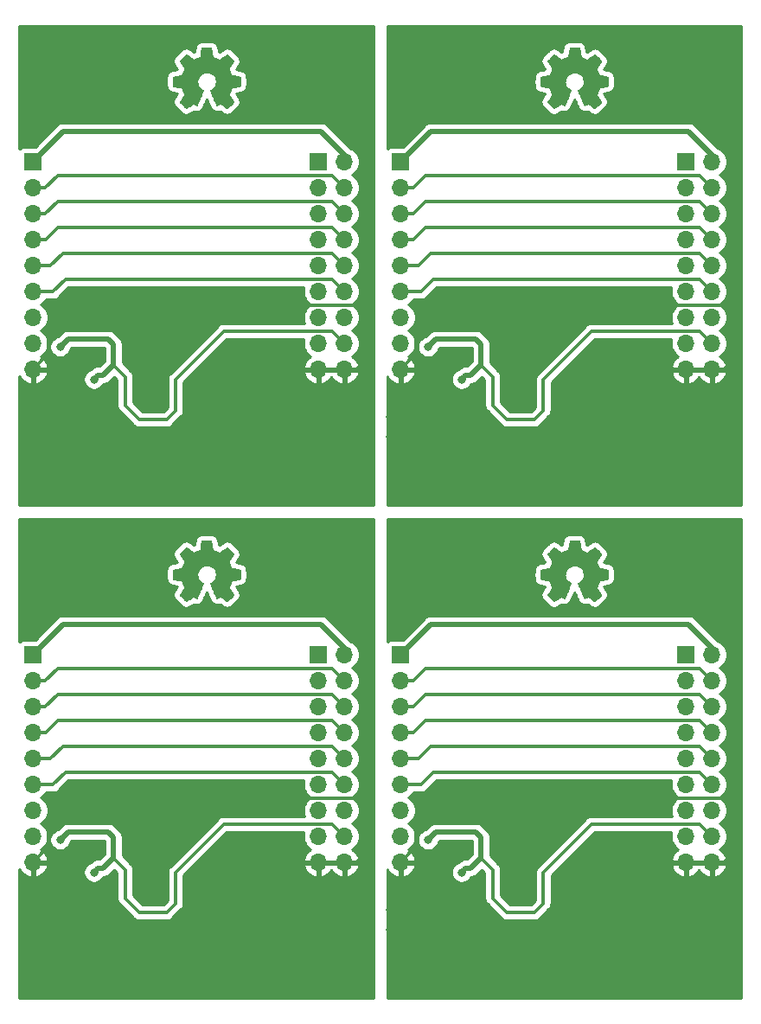
<source format=gbr>
G04 #@! TF.GenerationSoftware,KiCad,Pcbnew,5.1.5+dfsg1-2build2*
G04 #@! TF.CreationDate,2021-10-04T21:44:55-05:00*
G04 #@! TF.ProjectId,,58585858-5858-4585-9858-585858585858,rev?*
G04 #@! TF.SameCoordinates,Original*
G04 #@! TF.FileFunction,Copper,L2,Bot*
G04 #@! TF.FilePolarity,Positive*
%FSLAX46Y46*%
G04 Gerber Fmt 4.6, Leading zero omitted, Abs format (unit mm)*
G04 Created by KiCad (PCBNEW 5.1.5+dfsg1-2build2) date 2021-10-04 21:44:55*
%MOMM*%
%LPD*%
G04 APERTURE LIST*
%ADD10C,0.010000*%
%ADD11R,1.700000X1.700000*%
%ADD12O,1.700000X1.700000*%
%ADD13C,0.800000*%
%ADD14C,0.500000*%
%ADD15C,0.300000*%
%ADD16C,0.254000*%
G04 APERTURE END LIST*
D10*
G36*
X174382186Y-82431931D02*
G01*
X174298365Y-82876555D01*
X173989080Y-83004053D01*
X173679794Y-83131551D01*
X173308754Y-82879246D01*
X173204843Y-82808996D01*
X173110913Y-82746272D01*
X173031348Y-82693938D01*
X172970530Y-82654857D01*
X172932843Y-82631893D01*
X172922579Y-82626942D01*
X172904090Y-82639676D01*
X172864580Y-82674882D01*
X172808478Y-82728062D01*
X172740213Y-82794718D01*
X172664214Y-82870354D01*
X172584908Y-82950472D01*
X172506725Y-83030574D01*
X172434093Y-83106164D01*
X172371441Y-83172745D01*
X172323197Y-83225818D01*
X172293790Y-83260887D01*
X172286759Y-83272623D01*
X172296877Y-83294260D01*
X172325241Y-83341662D01*
X172368871Y-83410193D01*
X172424782Y-83495215D01*
X172489994Y-83592093D01*
X172527781Y-83647350D01*
X172596657Y-83748248D01*
X172657860Y-83839299D01*
X172708422Y-83915970D01*
X172745372Y-83973728D01*
X172765742Y-84008043D01*
X172768803Y-84015254D01*
X172761864Y-84035748D01*
X172742949Y-84083513D01*
X172714913Y-84151832D01*
X172680609Y-84233989D01*
X172642891Y-84323270D01*
X172604613Y-84412958D01*
X172568630Y-84496338D01*
X172537794Y-84566694D01*
X172514961Y-84617310D01*
X172502983Y-84641471D01*
X172502276Y-84642422D01*
X172483469Y-84647036D01*
X172433382Y-84657328D01*
X172357207Y-84672287D01*
X172260135Y-84690901D01*
X172147357Y-84712159D01*
X172081558Y-84724418D01*
X171961050Y-84747362D01*
X171852203Y-84769195D01*
X171760524Y-84788722D01*
X171691519Y-84804748D01*
X171650696Y-84816079D01*
X171642489Y-84819674D01*
X171634452Y-84844006D01*
X171627967Y-84898959D01*
X171623030Y-84978108D01*
X171619636Y-85075026D01*
X171617782Y-85183287D01*
X171617462Y-85296465D01*
X171618673Y-85408135D01*
X171621410Y-85511868D01*
X171625669Y-85601241D01*
X171631445Y-85669826D01*
X171638733Y-85711197D01*
X171643105Y-85719810D01*
X171669236Y-85730133D01*
X171724607Y-85744892D01*
X171801893Y-85762352D01*
X171893770Y-85780780D01*
X171925842Y-85786741D01*
X172080476Y-85815066D01*
X172202625Y-85837876D01*
X172296327Y-85856080D01*
X172365616Y-85870583D01*
X172414529Y-85882292D01*
X172447103Y-85892115D01*
X172467372Y-85900956D01*
X172479374Y-85909724D01*
X172481053Y-85911457D01*
X172497816Y-85939371D01*
X172523386Y-85993695D01*
X172555212Y-86067777D01*
X172590740Y-86154965D01*
X172627417Y-86248608D01*
X172662689Y-86342052D01*
X172694004Y-86428647D01*
X172718807Y-86501740D01*
X172734546Y-86554678D01*
X172738668Y-86580811D01*
X172738324Y-86581726D01*
X172724359Y-86603086D01*
X172692678Y-86650084D01*
X172646609Y-86717827D01*
X172589482Y-86801423D01*
X172524627Y-86895982D01*
X172506157Y-86922854D01*
X172440301Y-87020275D01*
X172382350Y-87109163D01*
X172335462Y-87184412D01*
X172302793Y-87240920D01*
X172287500Y-87273581D01*
X172286759Y-87277593D01*
X172299608Y-87298684D01*
X172335112Y-87340464D01*
X172388707Y-87398445D01*
X172455829Y-87468135D01*
X172531913Y-87545045D01*
X172612396Y-87624683D01*
X172692713Y-87702561D01*
X172768301Y-87774186D01*
X172834595Y-87835070D01*
X172887031Y-87880721D01*
X172921045Y-87906650D01*
X172930455Y-87910883D01*
X172952357Y-87900912D01*
X172997200Y-87874020D01*
X173057679Y-87834736D01*
X173104211Y-87803117D01*
X173188525Y-87745098D01*
X173288374Y-87676784D01*
X173388527Y-87608579D01*
X173442373Y-87572075D01*
X173624629Y-87448800D01*
X173777619Y-87531520D01*
X173847318Y-87567759D01*
X173906586Y-87595926D01*
X173946689Y-87611991D01*
X173956897Y-87614226D01*
X173969171Y-87597722D01*
X173993387Y-87551082D01*
X174027737Y-87478609D01*
X174070412Y-87384606D01*
X174119606Y-87273374D01*
X174173510Y-87149215D01*
X174230316Y-87016432D01*
X174288218Y-86879327D01*
X174345407Y-86742202D01*
X174400076Y-86609358D01*
X174450416Y-86485098D01*
X174494620Y-86373725D01*
X174530881Y-86279539D01*
X174557391Y-86206844D01*
X174572342Y-86159941D01*
X174574746Y-86143833D01*
X174555689Y-86123286D01*
X174513964Y-86089933D01*
X174458294Y-86050702D01*
X174453622Y-86047599D01*
X174309736Y-85932423D01*
X174193717Y-85798053D01*
X174106570Y-85648784D01*
X174049301Y-85488913D01*
X174022914Y-85322737D01*
X174028415Y-85154552D01*
X174066810Y-84988655D01*
X174139105Y-84829342D01*
X174160374Y-84794487D01*
X174271004Y-84653737D01*
X174401698Y-84540714D01*
X174547936Y-84456003D01*
X174705192Y-84400194D01*
X174868943Y-84373874D01*
X175034667Y-84377630D01*
X175197838Y-84412050D01*
X175353935Y-84477723D01*
X175498433Y-84575235D01*
X175543131Y-84614813D01*
X175656888Y-84738703D01*
X175739782Y-84869124D01*
X175796644Y-85015315D01*
X175828313Y-85160088D01*
X175836131Y-85322860D01*
X175810062Y-85486440D01*
X175752755Y-85645298D01*
X175666856Y-85793906D01*
X175555014Y-85926735D01*
X175419877Y-86038256D01*
X175402117Y-86050011D01*
X175345850Y-86088508D01*
X175303077Y-86121863D01*
X175282628Y-86143160D01*
X175282331Y-86143833D01*
X175286721Y-86166871D01*
X175304124Y-86219157D01*
X175332732Y-86296390D01*
X175370735Y-86394268D01*
X175416326Y-86508491D01*
X175467697Y-86634758D01*
X175523038Y-86768767D01*
X175580542Y-86906218D01*
X175638399Y-87042808D01*
X175694802Y-87174237D01*
X175747942Y-87296205D01*
X175796010Y-87404409D01*
X175837199Y-87494549D01*
X175869699Y-87562323D01*
X175891703Y-87603430D01*
X175900564Y-87614226D01*
X175927640Y-87605819D01*
X175978303Y-87583272D01*
X176043817Y-87550613D01*
X176079841Y-87531520D01*
X176232832Y-87448800D01*
X176415088Y-87572075D01*
X176508125Y-87635228D01*
X176609985Y-87704727D01*
X176705438Y-87770165D01*
X176753250Y-87803117D01*
X176820495Y-87848273D01*
X176877436Y-87884057D01*
X176916646Y-87905938D01*
X176929381Y-87910563D01*
X176947917Y-87898085D01*
X176988941Y-87863252D01*
X177048475Y-87809678D01*
X177122542Y-87740983D01*
X177207165Y-87660781D01*
X177260685Y-87609286D01*
X177354319Y-87517286D01*
X177435241Y-87434999D01*
X177500177Y-87365945D01*
X177545858Y-87313644D01*
X177569011Y-87281616D01*
X177571232Y-87275116D01*
X177560924Y-87250394D01*
X177532439Y-87200405D01*
X177488937Y-87130212D01*
X177433577Y-87044875D01*
X177369520Y-86949456D01*
X177351303Y-86922854D01*
X177284927Y-86826167D01*
X177225378Y-86739117D01*
X177175984Y-86666595D01*
X177140075Y-86613493D01*
X177120981Y-86584703D01*
X177119136Y-86581726D01*
X177121895Y-86558782D01*
X177136538Y-86508336D01*
X177160513Y-86437041D01*
X177191266Y-86351547D01*
X177226244Y-86258507D01*
X177262893Y-86164574D01*
X177298661Y-86076399D01*
X177330994Y-86000634D01*
X177357338Y-85943931D01*
X177375142Y-85912943D01*
X177376407Y-85911457D01*
X177387294Y-85902601D01*
X177405682Y-85893843D01*
X177435606Y-85884277D01*
X177481103Y-85872996D01*
X177546209Y-85859093D01*
X177634961Y-85841663D01*
X177751393Y-85819798D01*
X177899542Y-85792591D01*
X177931618Y-85786741D01*
X178026686Y-85768374D01*
X178109565Y-85750405D01*
X178172930Y-85734569D01*
X178209458Y-85722600D01*
X178214356Y-85719810D01*
X178222427Y-85695072D01*
X178228987Y-85639790D01*
X178234033Y-85560389D01*
X178237559Y-85463296D01*
X178239561Y-85354938D01*
X178240036Y-85241740D01*
X178238977Y-85130128D01*
X178236382Y-85026529D01*
X178232246Y-84937368D01*
X178226563Y-84869072D01*
X178219331Y-84828066D01*
X178214971Y-84819674D01*
X178190698Y-84811208D01*
X178135426Y-84797435D01*
X178054662Y-84779550D01*
X177953912Y-84758748D01*
X177838683Y-84736223D01*
X177775902Y-84724418D01*
X177656787Y-84702151D01*
X177550565Y-84681979D01*
X177462427Y-84664915D01*
X177397566Y-84651969D01*
X177361174Y-84644155D01*
X177355184Y-84642422D01*
X177345061Y-84622890D01*
X177323662Y-84575843D01*
X177293839Y-84508003D01*
X177258445Y-84426091D01*
X177220332Y-84336828D01*
X177182353Y-84246935D01*
X177147360Y-84163135D01*
X177118206Y-84092147D01*
X177097743Y-84040694D01*
X177088823Y-84015497D01*
X177088657Y-84014396D01*
X177098769Y-83994519D01*
X177127117Y-83948777D01*
X177170723Y-83881717D01*
X177226606Y-83797884D01*
X177291787Y-83701826D01*
X177329679Y-83646650D01*
X177398725Y-83545481D01*
X177460050Y-83453630D01*
X177510663Y-83375744D01*
X177547571Y-83316469D01*
X177567782Y-83280451D01*
X177570701Y-83272377D01*
X177558153Y-83253584D01*
X177523463Y-83213457D01*
X177471063Y-83156493D01*
X177405384Y-83087185D01*
X177330856Y-83010031D01*
X177251913Y-82929525D01*
X177172983Y-82850163D01*
X177098500Y-82776440D01*
X177032894Y-82712852D01*
X176980596Y-82663894D01*
X176946039Y-82634061D01*
X176934478Y-82626942D01*
X176915654Y-82636953D01*
X176870631Y-82665078D01*
X176803787Y-82708454D01*
X176719499Y-82764218D01*
X176622144Y-82829506D01*
X176548707Y-82879246D01*
X176177667Y-83131551D01*
X175559095Y-82876555D01*
X175475275Y-82431931D01*
X175391454Y-81987307D01*
X174466006Y-81987307D01*
X174382186Y-82431931D01*
G37*
X174382186Y-82431931D02*
X174298365Y-82876555D01*
X173989080Y-83004053D01*
X173679794Y-83131551D01*
X173308754Y-82879246D01*
X173204843Y-82808996D01*
X173110913Y-82746272D01*
X173031348Y-82693938D01*
X172970530Y-82654857D01*
X172932843Y-82631893D01*
X172922579Y-82626942D01*
X172904090Y-82639676D01*
X172864580Y-82674882D01*
X172808478Y-82728062D01*
X172740213Y-82794718D01*
X172664214Y-82870354D01*
X172584908Y-82950472D01*
X172506725Y-83030574D01*
X172434093Y-83106164D01*
X172371441Y-83172745D01*
X172323197Y-83225818D01*
X172293790Y-83260887D01*
X172286759Y-83272623D01*
X172296877Y-83294260D01*
X172325241Y-83341662D01*
X172368871Y-83410193D01*
X172424782Y-83495215D01*
X172489994Y-83592093D01*
X172527781Y-83647350D01*
X172596657Y-83748248D01*
X172657860Y-83839299D01*
X172708422Y-83915970D01*
X172745372Y-83973728D01*
X172765742Y-84008043D01*
X172768803Y-84015254D01*
X172761864Y-84035748D01*
X172742949Y-84083513D01*
X172714913Y-84151832D01*
X172680609Y-84233989D01*
X172642891Y-84323270D01*
X172604613Y-84412958D01*
X172568630Y-84496338D01*
X172537794Y-84566694D01*
X172514961Y-84617310D01*
X172502983Y-84641471D01*
X172502276Y-84642422D01*
X172483469Y-84647036D01*
X172433382Y-84657328D01*
X172357207Y-84672287D01*
X172260135Y-84690901D01*
X172147357Y-84712159D01*
X172081558Y-84724418D01*
X171961050Y-84747362D01*
X171852203Y-84769195D01*
X171760524Y-84788722D01*
X171691519Y-84804748D01*
X171650696Y-84816079D01*
X171642489Y-84819674D01*
X171634452Y-84844006D01*
X171627967Y-84898959D01*
X171623030Y-84978108D01*
X171619636Y-85075026D01*
X171617782Y-85183287D01*
X171617462Y-85296465D01*
X171618673Y-85408135D01*
X171621410Y-85511868D01*
X171625669Y-85601241D01*
X171631445Y-85669826D01*
X171638733Y-85711197D01*
X171643105Y-85719810D01*
X171669236Y-85730133D01*
X171724607Y-85744892D01*
X171801893Y-85762352D01*
X171893770Y-85780780D01*
X171925842Y-85786741D01*
X172080476Y-85815066D01*
X172202625Y-85837876D01*
X172296327Y-85856080D01*
X172365616Y-85870583D01*
X172414529Y-85882292D01*
X172447103Y-85892115D01*
X172467372Y-85900956D01*
X172479374Y-85909724D01*
X172481053Y-85911457D01*
X172497816Y-85939371D01*
X172523386Y-85993695D01*
X172555212Y-86067777D01*
X172590740Y-86154965D01*
X172627417Y-86248608D01*
X172662689Y-86342052D01*
X172694004Y-86428647D01*
X172718807Y-86501740D01*
X172734546Y-86554678D01*
X172738668Y-86580811D01*
X172738324Y-86581726D01*
X172724359Y-86603086D01*
X172692678Y-86650084D01*
X172646609Y-86717827D01*
X172589482Y-86801423D01*
X172524627Y-86895982D01*
X172506157Y-86922854D01*
X172440301Y-87020275D01*
X172382350Y-87109163D01*
X172335462Y-87184412D01*
X172302793Y-87240920D01*
X172287500Y-87273581D01*
X172286759Y-87277593D01*
X172299608Y-87298684D01*
X172335112Y-87340464D01*
X172388707Y-87398445D01*
X172455829Y-87468135D01*
X172531913Y-87545045D01*
X172612396Y-87624683D01*
X172692713Y-87702561D01*
X172768301Y-87774186D01*
X172834595Y-87835070D01*
X172887031Y-87880721D01*
X172921045Y-87906650D01*
X172930455Y-87910883D01*
X172952357Y-87900912D01*
X172997200Y-87874020D01*
X173057679Y-87834736D01*
X173104211Y-87803117D01*
X173188525Y-87745098D01*
X173288374Y-87676784D01*
X173388527Y-87608579D01*
X173442373Y-87572075D01*
X173624629Y-87448800D01*
X173777619Y-87531520D01*
X173847318Y-87567759D01*
X173906586Y-87595926D01*
X173946689Y-87611991D01*
X173956897Y-87614226D01*
X173969171Y-87597722D01*
X173993387Y-87551082D01*
X174027737Y-87478609D01*
X174070412Y-87384606D01*
X174119606Y-87273374D01*
X174173510Y-87149215D01*
X174230316Y-87016432D01*
X174288218Y-86879327D01*
X174345407Y-86742202D01*
X174400076Y-86609358D01*
X174450416Y-86485098D01*
X174494620Y-86373725D01*
X174530881Y-86279539D01*
X174557391Y-86206844D01*
X174572342Y-86159941D01*
X174574746Y-86143833D01*
X174555689Y-86123286D01*
X174513964Y-86089933D01*
X174458294Y-86050702D01*
X174453622Y-86047599D01*
X174309736Y-85932423D01*
X174193717Y-85798053D01*
X174106570Y-85648784D01*
X174049301Y-85488913D01*
X174022914Y-85322737D01*
X174028415Y-85154552D01*
X174066810Y-84988655D01*
X174139105Y-84829342D01*
X174160374Y-84794487D01*
X174271004Y-84653737D01*
X174401698Y-84540714D01*
X174547936Y-84456003D01*
X174705192Y-84400194D01*
X174868943Y-84373874D01*
X175034667Y-84377630D01*
X175197838Y-84412050D01*
X175353935Y-84477723D01*
X175498433Y-84575235D01*
X175543131Y-84614813D01*
X175656888Y-84738703D01*
X175739782Y-84869124D01*
X175796644Y-85015315D01*
X175828313Y-85160088D01*
X175836131Y-85322860D01*
X175810062Y-85486440D01*
X175752755Y-85645298D01*
X175666856Y-85793906D01*
X175555014Y-85926735D01*
X175419877Y-86038256D01*
X175402117Y-86050011D01*
X175345850Y-86088508D01*
X175303077Y-86121863D01*
X175282628Y-86143160D01*
X175282331Y-86143833D01*
X175286721Y-86166871D01*
X175304124Y-86219157D01*
X175332732Y-86296390D01*
X175370735Y-86394268D01*
X175416326Y-86508491D01*
X175467697Y-86634758D01*
X175523038Y-86768767D01*
X175580542Y-86906218D01*
X175638399Y-87042808D01*
X175694802Y-87174237D01*
X175747942Y-87296205D01*
X175796010Y-87404409D01*
X175837199Y-87494549D01*
X175869699Y-87562323D01*
X175891703Y-87603430D01*
X175900564Y-87614226D01*
X175927640Y-87605819D01*
X175978303Y-87583272D01*
X176043817Y-87550613D01*
X176079841Y-87531520D01*
X176232832Y-87448800D01*
X176415088Y-87572075D01*
X176508125Y-87635228D01*
X176609985Y-87704727D01*
X176705438Y-87770165D01*
X176753250Y-87803117D01*
X176820495Y-87848273D01*
X176877436Y-87884057D01*
X176916646Y-87905938D01*
X176929381Y-87910563D01*
X176947917Y-87898085D01*
X176988941Y-87863252D01*
X177048475Y-87809678D01*
X177122542Y-87740983D01*
X177207165Y-87660781D01*
X177260685Y-87609286D01*
X177354319Y-87517286D01*
X177435241Y-87434999D01*
X177500177Y-87365945D01*
X177545858Y-87313644D01*
X177569011Y-87281616D01*
X177571232Y-87275116D01*
X177560924Y-87250394D01*
X177532439Y-87200405D01*
X177488937Y-87130212D01*
X177433577Y-87044875D01*
X177369520Y-86949456D01*
X177351303Y-86922854D01*
X177284927Y-86826167D01*
X177225378Y-86739117D01*
X177175984Y-86666595D01*
X177140075Y-86613493D01*
X177120981Y-86584703D01*
X177119136Y-86581726D01*
X177121895Y-86558782D01*
X177136538Y-86508336D01*
X177160513Y-86437041D01*
X177191266Y-86351547D01*
X177226244Y-86258507D01*
X177262893Y-86164574D01*
X177298661Y-86076399D01*
X177330994Y-86000634D01*
X177357338Y-85943931D01*
X177375142Y-85912943D01*
X177376407Y-85911457D01*
X177387294Y-85902601D01*
X177405682Y-85893843D01*
X177435606Y-85884277D01*
X177481103Y-85872996D01*
X177546209Y-85859093D01*
X177634961Y-85841663D01*
X177751393Y-85819798D01*
X177899542Y-85792591D01*
X177931618Y-85786741D01*
X178026686Y-85768374D01*
X178109565Y-85750405D01*
X178172930Y-85734569D01*
X178209458Y-85722600D01*
X178214356Y-85719810D01*
X178222427Y-85695072D01*
X178228987Y-85639790D01*
X178234033Y-85560389D01*
X178237559Y-85463296D01*
X178239561Y-85354938D01*
X178240036Y-85241740D01*
X178238977Y-85130128D01*
X178236382Y-85026529D01*
X178232246Y-84937368D01*
X178226563Y-84869072D01*
X178219331Y-84828066D01*
X178214971Y-84819674D01*
X178190698Y-84811208D01*
X178135426Y-84797435D01*
X178054662Y-84779550D01*
X177953912Y-84758748D01*
X177838683Y-84736223D01*
X177775902Y-84724418D01*
X177656787Y-84702151D01*
X177550565Y-84681979D01*
X177462427Y-84664915D01*
X177397566Y-84651969D01*
X177361174Y-84644155D01*
X177355184Y-84642422D01*
X177345061Y-84622890D01*
X177323662Y-84575843D01*
X177293839Y-84508003D01*
X177258445Y-84426091D01*
X177220332Y-84336828D01*
X177182353Y-84246935D01*
X177147360Y-84163135D01*
X177118206Y-84092147D01*
X177097743Y-84040694D01*
X177088823Y-84015497D01*
X177088657Y-84014396D01*
X177098769Y-83994519D01*
X177127117Y-83948777D01*
X177170723Y-83881717D01*
X177226606Y-83797884D01*
X177291787Y-83701826D01*
X177329679Y-83646650D01*
X177398725Y-83545481D01*
X177460050Y-83453630D01*
X177510663Y-83375744D01*
X177547571Y-83316469D01*
X177567782Y-83280451D01*
X177570701Y-83272377D01*
X177558153Y-83253584D01*
X177523463Y-83213457D01*
X177471063Y-83156493D01*
X177405384Y-83087185D01*
X177330856Y-83010031D01*
X177251913Y-82929525D01*
X177172983Y-82850163D01*
X177098500Y-82776440D01*
X177032894Y-82712852D01*
X176980596Y-82663894D01*
X176946039Y-82634061D01*
X176934478Y-82626942D01*
X176915654Y-82636953D01*
X176870631Y-82665078D01*
X176803787Y-82708454D01*
X176719499Y-82764218D01*
X176622144Y-82829506D01*
X176548707Y-82879246D01*
X176177667Y-83131551D01*
X175559095Y-82876555D01*
X175475275Y-82431931D01*
X175391454Y-81987307D01*
X174466006Y-81987307D01*
X174382186Y-82431931D01*
G36*
X138382186Y-82431931D02*
G01*
X138298365Y-82876555D01*
X137989080Y-83004053D01*
X137679794Y-83131551D01*
X137308754Y-82879246D01*
X137204843Y-82808996D01*
X137110913Y-82746272D01*
X137031348Y-82693938D01*
X136970530Y-82654857D01*
X136932843Y-82631893D01*
X136922579Y-82626942D01*
X136904090Y-82639676D01*
X136864580Y-82674882D01*
X136808478Y-82728062D01*
X136740213Y-82794718D01*
X136664214Y-82870354D01*
X136584908Y-82950472D01*
X136506725Y-83030574D01*
X136434093Y-83106164D01*
X136371441Y-83172745D01*
X136323197Y-83225818D01*
X136293790Y-83260887D01*
X136286759Y-83272623D01*
X136296877Y-83294260D01*
X136325241Y-83341662D01*
X136368871Y-83410193D01*
X136424782Y-83495215D01*
X136489994Y-83592093D01*
X136527781Y-83647350D01*
X136596657Y-83748248D01*
X136657860Y-83839299D01*
X136708422Y-83915970D01*
X136745372Y-83973728D01*
X136765742Y-84008043D01*
X136768803Y-84015254D01*
X136761864Y-84035748D01*
X136742949Y-84083513D01*
X136714913Y-84151832D01*
X136680609Y-84233989D01*
X136642891Y-84323270D01*
X136604613Y-84412958D01*
X136568630Y-84496338D01*
X136537794Y-84566694D01*
X136514961Y-84617310D01*
X136502983Y-84641471D01*
X136502276Y-84642422D01*
X136483469Y-84647036D01*
X136433382Y-84657328D01*
X136357207Y-84672287D01*
X136260135Y-84690901D01*
X136147357Y-84712159D01*
X136081558Y-84724418D01*
X135961050Y-84747362D01*
X135852203Y-84769195D01*
X135760524Y-84788722D01*
X135691519Y-84804748D01*
X135650696Y-84816079D01*
X135642489Y-84819674D01*
X135634452Y-84844006D01*
X135627967Y-84898959D01*
X135623030Y-84978108D01*
X135619636Y-85075026D01*
X135617782Y-85183287D01*
X135617462Y-85296465D01*
X135618673Y-85408135D01*
X135621410Y-85511868D01*
X135625669Y-85601241D01*
X135631445Y-85669826D01*
X135638733Y-85711197D01*
X135643105Y-85719810D01*
X135669236Y-85730133D01*
X135724607Y-85744892D01*
X135801893Y-85762352D01*
X135893770Y-85780780D01*
X135925842Y-85786741D01*
X136080476Y-85815066D01*
X136202625Y-85837876D01*
X136296327Y-85856080D01*
X136365616Y-85870583D01*
X136414529Y-85882292D01*
X136447103Y-85892115D01*
X136467372Y-85900956D01*
X136479374Y-85909724D01*
X136481053Y-85911457D01*
X136497816Y-85939371D01*
X136523386Y-85993695D01*
X136555212Y-86067777D01*
X136590740Y-86154965D01*
X136627417Y-86248608D01*
X136662689Y-86342052D01*
X136694004Y-86428647D01*
X136718807Y-86501740D01*
X136734546Y-86554678D01*
X136738668Y-86580811D01*
X136738324Y-86581726D01*
X136724359Y-86603086D01*
X136692678Y-86650084D01*
X136646609Y-86717827D01*
X136589482Y-86801423D01*
X136524627Y-86895982D01*
X136506157Y-86922854D01*
X136440301Y-87020275D01*
X136382350Y-87109163D01*
X136335462Y-87184412D01*
X136302793Y-87240920D01*
X136287500Y-87273581D01*
X136286759Y-87277593D01*
X136299608Y-87298684D01*
X136335112Y-87340464D01*
X136388707Y-87398445D01*
X136455829Y-87468135D01*
X136531913Y-87545045D01*
X136612396Y-87624683D01*
X136692713Y-87702561D01*
X136768301Y-87774186D01*
X136834595Y-87835070D01*
X136887031Y-87880721D01*
X136921045Y-87906650D01*
X136930455Y-87910883D01*
X136952357Y-87900912D01*
X136997200Y-87874020D01*
X137057679Y-87834736D01*
X137104211Y-87803117D01*
X137188525Y-87745098D01*
X137288374Y-87676784D01*
X137388527Y-87608579D01*
X137442373Y-87572075D01*
X137624629Y-87448800D01*
X137777619Y-87531520D01*
X137847318Y-87567759D01*
X137906586Y-87595926D01*
X137946689Y-87611991D01*
X137956897Y-87614226D01*
X137969171Y-87597722D01*
X137993387Y-87551082D01*
X138027737Y-87478609D01*
X138070412Y-87384606D01*
X138119606Y-87273374D01*
X138173510Y-87149215D01*
X138230316Y-87016432D01*
X138288218Y-86879327D01*
X138345407Y-86742202D01*
X138400076Y-86609358D01*
X138450416Y-86485098D01*
X138494620Y-86373725D01*
X138530881Y-86279539D01*
X138557391Y-86206844D01*
X138572342Y-86159941D01*
X138574746Y-86143833D01*
X138555689Y-86123286D01*
X138513964Y-86089933D01*
X138458294Y-86050702D01*
X138453622Y-86047599D01*
X138309736Y-85932423D01*
X138193717Y-85798053D01*
X138106570Y-85648784D01*
X138049301Y-85488913D01*
X138022914Y-85322737D01*
X138028415Y-85154552D01*
X138066810Y-84988655D01*
X138139105Y-84829342D01*
X138160374Y-84794487D01*
X138271004Y-84653737D01*
X138401698Y-84540714D01*
X138547936Y-84456003D01*
X138705192Y-84400194D01*
X138868943Y-84373874D01*
X139034667Y-84377630D01*
X139197838Y-84412050D01*
X139353935Y-84477723D01*
X139498433Y-84575235D01*
X139543131Y-84614813D01*
X139656888Y-84738703D01*
X139739782Y-84869124D01*
X139796644Y-85015315D01*
X139828313Y-85160088D01*
X139836131Y-85322860D01*
X139810062Y-85486440D01*
X139752755Y-85645298D01*
X139666856Y-85793906D01*
X139555014Y-85926735D01*
X139419877Y-86038256D01*
X139402117Y-86050011D01*
X139345850Y-86088508D01*
X139303077Y-86121863D01*
X139282628Y-86143160D01*
X139282331Y-86143833D01*
X139286721Y-86166871D01*
X139304124Y-86219157D01*
X139332732Y-86296390D01*
X139370735Y-86394268D01*
X139416326Y-86508491D01*
X139467697Y-86634758D01*
X139523038Y-86768767D01*
X139580542Y-86906218D01*
X139638399Y-87042808D01*
X139694802Y-87174237D01*
X139747942Y-87296205D01*
X139796010Y-87404409D01*
X139837199Y-87494549D01*
X139869699Y-87562323D01*
X139891703Y-87603430D01*
X139900564Y-87614226D01*
X139927640Y-87605819D01*
X139978303Y-87583272D01*
X140043817Y-87550613D01*
X140079841Y-87531520D01*
X140232832Y-87448800D01*
X140415088Y-87572075D01*
X140508125Y-87635228D01*
X140609985Y-87704727D01*
X140705438Y-87770165D01*
X140753250Y-87803117D01*
X140820495Y-87848273D01*
X140877436Y-87884057D01*
X140916646Y-87905938D01*
X140929381Y-87910563D01*
X140947917Y-87898085D01*
X140988941Y-87863252D01*
X141048475Y-87809678D01*
X141122542Y-87740983D01*
X141207165Y-87660781D01*
X141260685Y-87609286D01*
X141354319Y-87517286D01*
X141435241Y-87434999D01*
X141500177Y-87365945D01*
X141545858Y-87313644D01*
X141569011Y-87281616D01*
X141571232Y-87275116D01*
X141560924Y-87250394D01*
X141532439Y-87200405D01*
X141488937Y-87130212D01*
X141433577Y-87044875D01*
X141369520Y-86949456D01*
X141351303Y-86922854D01*
X141284927Y-86826167D01*
X141225378Y-86739117D01*
X141175984Y-86666595D01*
X141140075Y-86613493D01*
X141120981Y-86584703D01*
X141119136Y-86581726D01*
X141121895Y-86558782D01*
X141136538Y-86508336D01*
X141160513Y-86437041D01*
X141191266Y-86351547D01*
X141226244Y-86258507D01*
X141262893Y-86164574D01*
X141298661Y-86076399D01*
X141330994Y-86000634D01*
X141357338Y-85943931D01*
X141375142Y-85912943D01*
X141376407Y-85911457D01*
X141387294Y-85902601D01*
X141405682Y-85893843D01*
X141435606Y-85884277D01*
X141481103Y-85872996D01*
X141546209Y-85859093D01*
X141634961Y-85841663D01*
X141751393Y-85819798D01*
X141899542Y-85792591D01*
X141931618Y-85786741D01*
X142026686Y-85768374D01*
X142109565Y-85750405D01*
X142172930Y-85734569D01*
X142209458Y-85722600D01*
X142214356Y-85719810D01*
X142222427Y-85695072D01*
X142228987Y-85639790D01*
X142234033Y-85560389D01*
X142237559Y-85463296D01*
X142239561Y-85354938D01*
X142240036Y-85241740D01*
X142238977Y-85130128D01*
X142236382Y-85026529D01*
X142232246Y-84937368D01*
X142226563Y-84869072D01*
X142219331Y-84828066D01*
X142214971Y-84819674D01*
X142190698Y-84811208D01*
X142135426Y-84797435D01*
X142054662Y-84779550D01*
X141953912Y-84758748D01*
X141838683Y-84736223D01*
X141775902Y-84724418D01*
X141656787Y-84702151D01*
X141550565Y-84681979D01*
X141462427Y-84664915D01*
X141397566Y-84651969D01*
X141361174Y-84644155D01*
X141355184Y-84642422D01*
X141345061Y-84622890D01*
X141323662Y-84575843D01*
X141293839Y-84508003D01*
X141258445Y-84426091D01*
X141220332Y-84336828D01*
X141182353Y-84246935D01*
X141147360Y-84163135D01*
X141118206Y-84092147D01*
X141097743Y-84040694D01*
X141088823Y-84015497D01*
X141088657Y-84014396D01*
X141098769Y-83994519D01*
X141127117Y-83948777D01*
X141170723Y-83881717D01*
X141226606Y-83797884D01*
X141291787Y-83701826D01*
X141329679Y-83646650D01*
X141398725Y-83545481D01*
X141460050Y-83453630D01*
X141510663Y-83375744D01*
X141547571Y-83316469D01*
X141567782Y-83280451D01*
X141570701Y-83272377D01*
X141558153Y-83253584D01*
X141523463Y-83213457D01*
X141471063Y-83156493D01*
X141405384Y-83087185D01*
X141330856Y-83010031D01*
X141251913Y-82929525D01*
X141172983Y-82850163D01*
X141098500Y-82776440D01*
X141032894Y-82712852D01*
X140980596Y-82663894D01*
X140946039Y-82634061D01*
X140934478Y-82626942D01*
X140915654Y-82636953D01*
X140870631Y-82665078D01*
X140803787Y-82708454D01*
X140719499Y-82764218D01*
X140622144Y-82829506D01*
X140548707Y-82879246D01*
X140177667Y-83131551D01*
X139559095Y-82876555D01*
X139475275Y-82431931D01*
X139391454Y-81987307D01*
X138466006Y-81987307D01*
X138382186Y-82431931D01*
G37*
X138382186Y-82431931D02*
X138298365Y-82876555D01*
X137989080Y-83004053D01*
X137679794Y-83131551D01*
X137308754Y-82879246D01*
X137204843Y-82808996D01*
X137110913Y-82746272D01*
X137031348Y-82693938D01*
X136970530Y-82654857D01*
X136932843Y-82631893D01*
X136922579Y-82626942D01*
X136904090Y-82639676D01*
X136864580Y-82674882D01*
X136808478Y-82728062D01*
X136740213Y-82794718D01*
X136664214Y-82870354D01*
X136584908Y-82950472D01*
X136506725Y-83030574D01*
X136434093Y-83106164D01*
X136371441Y-83172745D01*
X136323197Y-83225818D01*
X136293790Y-83260887D01*
X136286759Y-83272623D01*
X136296877Y-83294260D01*
X136325241Y-83341662D01*
X136368871Y-83410193D01*
X136424782Y-83495215D01*
X136489994Y-83592093D01*
X136527781Y-83647350D01*
X136596657Y-83748248D01*
X136657860Y-83839299D01*
X136708422Y-83915970D01*
X136745372Y-83973728D01*
X136765742Y-84008043D01*
X136768803Y-84015254D01*
X136761864Y-84035748D01*
X136742949Y-84083513D01*
X136714913Y-84151832D01*
X136680609Y-84233989D01*
X136642891Y-84323270D01*
X136604613Y-84412958D01*
X136568630Y-84496338D01*
X136537794Y-84566694D01*
X136514961Y-84617310D01*
X136502983Y-84641471D01*
X136502276Y-84642422D01*
X136483469Y-84647036D01*
X136433382Y-84657328D01*
X136357207Y-84672287D01*
X136260135Y-84690901D01*
X136147357Y-84712159D01*
X136081558Y-84724418D01*
X135961050Y-84747362D01*
X135852203Y-84769195D01*
X135760524Y-84788722D01*
X135691519Y-84804748D01*
X135650696Y-84816079D01*
X135642489Y-84819674D01*
X135634452Y-84844006D01*
X135627967Y-84898959D01*
X135623030Y-84978108D01*
X135619636Y-85075026D01*
X135617782Y-85183287D01*
X135617462Y-85296465D01*
X135618673Y-85408135D01*
X135621410Y-85511868D01*
X135625669Y-85601241D01*
X135631445Y-85669826D01*
X135638733Y-85711197D01*
X135643105Y-85719810D01*
X135669236Y-85730133D01*
X135724607Y-85744892D01*
X135801893Y-85762352D01*
X135893770Y-85780780D01*
X135925842Y-85786741D01*
X136080476Y-85815066D01*
X136202625Y-85837876D01*
X136296327Y-85856080D01*
X136365616Y-85870583D01*
X136414529Y-85882292D01*
X136447103Y-85892115D01*
X136467372Y-85900956D01*
X136479374Y-85909724D01*
X136481053Y-85911457D01*
X136497816Y-85939371D01*
X136523386Y-85993695D01*
X136555212Y-86067777D01*
X136590740Y-86154965D01*
X136627417Y-86248608D01*
X136662689Y-86342052D01*
X136694004Y-86428647D01*
X136718807Y-86501740D01*
X136734546Y-86554678D01*
X136738668Y-86580811D01*
X136738324Y-86581726D01*
X136724359Y-86603086D01*
X136692678Y-86650084D01*
X136646609Y-86717827D01*
X136589482Y-86801423D01*
X136524627Y-86895982D01*
X136506157Y-86922854D01*
X136440301Y-87020275D01*
X136382350Y-87109163D01*
X136335462Y-87184412D01*
X136302793Y-87240920D01*
X136287500Y-87273581D01*
X136286759Y-87277593D01*
X136299608Y-87298684D01*
X136335112Y-87340464D01*
X136388707Y-87398445D01*
X136455829Y-87468135D01*
X136531913Y-87545045D01*
X136612396Y-87624683D01*
X136692713Y-87702561D01*
X136768301Y-87774186D01*
X136834595Y-87835070D01*
X136887031Y-87880721D01*
X136921045Y-87906650D01*
X136930455Y-87910883D01*
X136952357Y-87900912D01*
X136997200Y-87874020D01*
X137057679Y-87834736D01*
X137104211Y-87803117D01*
X137188525Y-87745098D01*
X137288374Y-87676784D01*
X137388527Y-87608579D01*
X137442373Y-87572075D01*
X137624629Y-87448800D01*
X137777619Y-87531520D01*
X137847318Y-87567759D01*
X137906586Y-87595926D01*
X137946689Y-87611991D01*
X137956897Y-87614226D01*
X137969171Y-87597722D01*
X137993387Y-87551082D01*
X138027737Y-87478609D01*
X138070412Y-87384606D01*
X138119606Y-87273374D01*
X138173510Y-87149215D01*
X138230316Y-87016432D01*
X138288218Y-86879327D01*
X138345407Y-86742202D01*
X138400076Y-86609358D01*
X138450416Y-86485098D01*
X138494620Y-86373725D01*
X138530881Y-86279539D01*
X138557391Y-86206844D01*
X138572342Y-86159941D01*
X138574746Y-86143833D01*
X138555689Y-86123286D01*
X138513964Y-86089933D01*
X138458294Y-86050702D01*
X138453622Y-86047599D01*
X138309736Y-85932423D01*
X138193717Y-85798053D01*
X138106570Y-85648784D01*
X138049301Y-85488913D01*
X138022914Y-85322737D01*
X138028415Y-85154552D01*
X138066810Y-84988655D01*
X138139105Y-84829342D01*
X138160374Y-84794487D01*
X138271004Y-84653737D01*
X138401698Y-84540714D01*
X138547936Y-84456003D01*
X138705192Y-84400194D01*
X138868943Y-84373874D01*
X139034667Y-84377630D01*
X139197838Y-84412050D01*
X139353935Y-84477723D01*
X139498433Y-84575235D01*
X139543131Y-84614813D01*
X139656888Y-84738703D01*
X139739782Y-84869124D01*
X139796644Y-85015315D01*
X139828313Y-85160088D01*
X139836131Y-85322860D01*
X139810062Y-85486440D01*
X139752755Y-85645298D01*
X139666856Y-85793906D01*
X139555014Y-85926735D01*
X139419877Y-86038256D01*
X139402117Y-86050011D01*
X139345850Y-86088508D01*
X139303077Y-86121863D01*
X139282628Y-86143160D01*
X139282331Y-86143833D01*
X139286721Y-86166871D01*
X139304124Y-86219157D01*
X139332732Y-86296390D01*
X139370735Y-86394268D01*
X139416326Y-86508491D01*
X139467697Y-86634758D01*
X139523038Y-86768767D01*
X139580542Y-86906218D01*
X139638399Y-87042808D01*
X139694802Y-87174237D01*
X139747942Y-87296205D01*
X139796010Y-87404409D01*
X139837199Y-87494549D01*
X139869699Y-87562323D01*
X139891703Y-87603430D01*
X139900564Y-87614226D01*
X139927640Y-87605819D01*
X139978303Y-87583272D01*
X140043817Y-87550613D01*
X140079841Y-87531520D01*
X140232832Y-87448800D01*
X140415088Y-87572075D01*
X140508125Y-87635228D01*
X140609985Y-87704727D01*
X140705438Y-87770165D01*
X140753250Y-87803117D01*
X140820495Y-87848273D01*
X140877436Y-87884057D01*
X140916646Y-87905938D01*
X140929381Y-87910563D01*
X140947917Y-87898085D01*
X140988941Y-87863252D01*
X141048475Y-87809678D01*
X141122542Y-87740983D01*
X141207165Y-87660781D01*
X141260685Y-87609286D01*
X141354319Y-87517286D01*
X141435241Y-87434999D01*
X141500177Y-87365945D01*
X141545858Y-87313644D01*
X141569011Y-87281616D01*
X141571232Y-87275116D01*
X141560924Y-87250394D01*
X141532439Y-87200405D01*
X141488937Y-87130212D01*
X141433577Y-87044875D01*
X141369520Y-86949456D01*
X141351303Y-86922854D01*
X141284927Y-86826167D01*
X141225378Y-86739117D01*
X141175984Y-86666595D01*
X141140075Y-86613493D01*
X141120981Y-86584703D01*
X141119136Y-86581726D01*
X141121895Y-86558782D01*
X141136538Y-86508336D01*
X141160513Y-86437041D01*
X141191266Y-86351547D01*
X141226244Y-86258507D01*
X141262893Y-86164574D01*
X141298661Y-86076399D01*
X141330994Y-86000634D01*
X141357338Y-85943931D01*
X141375142Y-85912943D01*
X141376407Y-85911457D01*
X141387294Y-85902601D01*
X141405682Y-85893843D01*
X141435606Y-85884277D01*
X141481103Y-85872996D01*
X141546209Y-85859093D01*
X141634961Y-85841663D01*
X141751393Y-85819798D01*
X141899542Y-85792591D01*
X141931618Y-85786741D01*
X142026686Y-85768374D01*
X142109565Y-85750405D01*
X142172930Y-85734569D01*
X142209458Y-85722600D01*
X142214356Y-85719810D01*
X142222427Y-85695072D01*
X142228987Y-85639790D01*
X142234033Y-85560389D01*
X142237559Y-85463296D01*
X142239561Y-85354938D01*
X142240036Y-85241740D01*
X142238977Y-85130128D01*
X142236382Y-85026529D01*
X142232246Y-84937368D01*
X142226563Y-84869072D01*
X142219331Y-84828066D01*
X142214971Y-84819674D01*
X142190698Y-84811208D01*
X142135426Y-84797435D01*
X142054662Y-84779550D01*
X141953912Y-84758748D01*
X141838683Y-84736223D01*
X141775902Y-84724418D01*
X141656787Y-84702151D01*
X141550565Y-84681979D01*
X141462427Y-84664915D01*
X141397566Y-84651969D01*
X141361174Y-84644155D01*
X141355184Y-84642422D01*
X141345061Y-84622890D01*
X141323662Y-84575843D01*
X141293839Y-84508003D01*
X141258445Y-84426091D01*
X141220332Y-84336828D01*
X141182353Y-84246935D01*
X141147360Y-84163135D01*
X141118206Y-84092147D01*
X141097743Y-84040694D01*
X141088823Y-84015497D01*
X141088657Y-84014396D01*
X141098769Y-83994519D01*
X141127117Y-83948777D01*
X141170723Y-83881717D01*
X141226606Y-83797884D01*
X141291787Y-83701826D01*
X141329679Y-83646650D01*
X141398725Y-83545481D01*
X141460050Y-83453630D01*
X141510663Y-83375744D01*
X141547571Y-83316469D01*
X141567782Y-83280451D01*
X141570701Y-83272377D01*
X141558153Y-83253584D01*
X141523463Y-83213457D01*
X141471063Y-83156493D01*
X141405384Y-83087185D01*
X141330856Y-83010031D01*
X141251913Y-82929525D01*
X141172983Y-82850163D01*
X141098500Y-82776440D01*
X141032894Y-82712852D01*
X140980596Y-82663894D01*
X140946039Y-82634061D01*
X140934478Y-82626942D01*
X140915654Y-82636953D01*
X140870631Y-82665078D01*
X140803787Y-82708454D01*
X140719499Y-82764218D01*
X140622144Y-82829506D01*
X140548707Y-82879246D01*
X140177667Y-83131551D01*
X139559095Y-82876555D01*
X139475275Y-82431931D01*
X139391454Y-81987307D01*
X138466006Y-81987307D01*
X138382186Y-82431931D01*
G36*
X174382186Y-34171931D02*
G01*
X174298365Y-34616555D01*
X173989080Y-34744053D01*
X173679794Y-34871551D01*
X173308754Y-34619246D01*
X173204843Y-34548996D01*
X173110913Y-34486272D01*
X173031348Y-34433938D01*
X172970530Y-34394857D01*
X172932843Y-34371893D01*
X172922579Y-34366942D01*
X172904090Y-34379676D01*
X172864580Y-34414882D01*
X172808478Y-34468062D01*
X172740213Y-34534718D01*
X172664214Y-34610354D01*
X172584908Y-34690472D01*
X172506725Y-34770574D01*
X172434093Y-34846164D01*
X172371441Y-34912745D01*
X172323197Y-34965818D01*
X172293790Y-35000887D01*
X172286759Y-35012623D01*
X172296877Y-35034260D01*
X172325241Y-35081662D01*
X172368871Y-35150193D01*
X172424782Y-35235215D01*
X172489994Y-35332093D01*
X172527781Y-35387350D01*
X172596657Y-35488248D01*
X172657860Y-35579299D01*
X172708422Y-35655970D01*
X172745372Y-35713728D01*
X172765742Y-35748043D01*
X172768803Y-35755254D01*
X172761864Y-35775748D01*
X172742949Y-35823513D01*
X172714913Y-35891832D01*
X172680609Y-35973989D01*
X172642891Y-36063270D01*
X172604613Y-36152958D01*
X172568630Y-36236338D01*
X172537794Y-36306694D01*
X172514961Y-36357310D01*
X172502983Y-36381471D01*
X172502276Y-36382422D01*
X172483469Y-36387036D01*
X172433382Y-36397328D01*
X172357207Y-36412287D01*
X172260135Y-36430901D01*
X172147357Y-36452159D01*
X172081558Y-36464418D01*
X171961050Y-36487362D01*
X171852203Y-36509195D01*
X171760524Y-36528722D01*
X171691519Y-36544748D01*
X171650696Y-36556079D01*
X171642489Y-36559674D01*
X171634452Y-36584006D01*
X171627967Y-36638959D01*
X171623030Y-36718108D01*
X171619636Y-36815026D01*
X171617782Y-36923287D01*
X171617462Y-37036465D01*
X171618673Y-37148135D01*
X171621410Y-37251868D01*
X171625669Y-37341241D01*
X171631445Y-37409826D01*
X171638733Y-37451197D01*
X171643105Y-37459810D01*
X171669236Y-37470133D01*
X171724607Y-37484892D01*
X171801893Y-37502352D01*
X171893770Y-37520780D01*
X171925842Y-37526741D01*
X172080476Y-37555066D01*
X172202625Y-37577876D01*
X172296327Y-37596080D01*
X172365616Y-37610583D01*
X172414529Y-37622292D01*
X172447103Y-37632115D01*
X172467372Y-37640956D01*
X172479374Y-37649724D01*
X172481053Y-37651457D01*
X172497816Y-37679371D01*
X172523386Y-37733695D01*
X172555212Y-37807777D01*
X172590740Y-37894965D01*
X172627417Y-37988608D01*
X172662689Y-38082052D01*
X172694004Y-38168647D01*
X172718807Y-38241740D01*
X172734546Y-38294678D01*
X172738668Y-38320811D01*
X172738324Y-38321726D01*
X172724359Y-38343086D01*
X172692678Y-38390084D01*
X172646609Y-38457827D01*
X172589482Y-38541423D01*
X172524627Y-38635982D01*
X172506157Y-38662854D01*
X172440301Y-38760275D01*
X172382350Y-38849163D01*
X172335462Y-38924412D01*
X172302793Y-38980920D01*
X172287500Y-39013581D01*
X172286759Y-39017593D01*
X172299608Y-39038684D01*
X172335112Y-39080464D01*
X172388707Y-39138445D01*
X172455829Y-39208135D01*
X172531913Y-39285045D01*
X172612396Y-39364683D01*
X172692713Y-39442561D01*
X172768301Y-39514186D01*
X172834595Y-39575070D01*
X172887031Y-39620721D01*
X172921045Y-39646650D01*
X172930455Y-39650883D01*
X172952357Y-39640912D01*
X172997200Y-39614020D01*
X173057679Y-39574736D01*
X173104211Y-39543117D01*
X173188525Y-39485098D01*
X173288374Y-39416784D01*
X173388527Y-39348579D01*
X173442373Y-39312075D01*
X173624629Y-39188800D01*
X173777619Y-39271520D01*
X173847318Y-39307759D01*
X173906586Y-39335926D01*
X173946689Y-39351991D01*
X173956897Y-39354226D01*
X173969171Y-39337722D01*
X173993387Y-39291082D01*
X174027737Y-39218609D01*
X174070412Y-39124606D01*
X174119606Y-39013374D01*
X174173510Y-38889215D01*
X174230316Y-38756432D01*
X174288218Y-38619327D01*
X174345407Y-38482202D01*
X174400076Y-38349358D01*
X174450416Y-38225098D01*
X174494620Y-38113725D01*
X174530881Y-38019539D01*
X174557391Y-37946844D01*
X174572342Y-37899941D01*
X174574746Y-37883833D01*
X174555689Y-37863286D01*
X174513964Y-37829933D01*
X174458294Y-37790702D01*
X174453622Y-37787599D01*
X174309736Y-37672423D01*
X174193717Y-37538053D01*
X174106570Y-37388784D01*
X174049301Y-37228913D01*
X174022914Y-37062737D01*
X174028415Y-36894552D01*
X174066810Y-36728655D01*
X174139105Y-36569342D01*
X174160374Y-36534487D01*
X174271004Y-36393737D01*
X174401698Y-36280714D01*
X174547936Y-36196003D01*
X174705192Y-36140194D01*
X174868943Y-36113874D01*
X175034667Y-36117630D01*
X175197838Y-36152050D01*
X175353935Y-36217723D01*
X175498433Y-36315235D01*
X175543131Y-36354813D01*
X175656888Y-36478703D01*
X175739782Y-36609124D01*
X175796644Y-36755315D01*
X175828313Y-36900088D01*
X175836131Y-37062860D01*
X175810062Y-37226440D01*
X175752755Y-37385298D01*
X175666856Y-37533906D01*
X175555014Y-37666735D01*
X175419877Y-37778256D01*
X175402117Y-37790011D01*
X175345850Y-37828508D01*
X175303077Y-37861863D01*
X175282628Y-37883160D01*
X175282331Y-37883833D01*
X175286721Y-37906871D01*
X175304124Y-37959157D01*
X175332732Y-38036390D01*
X175370735Y-38134268D01*
X175416326Y-38248491D01*
X175467697Y-38374758D01*
X175523038Y-38508767D01*
X175580542Y-38646218D01*
X175638399Y-38782808D01*
X175694802Y-38914237D01*
X175747942Y-39036205D01*
X175796010Y-39144409D01*
X175837199Y-39234549D01*
X175869699Y-39302323D01*
X175891703Y-39343430D01*
X175900564Y-39354226D01*
X175927640Y-39345819D01*
X175978303Y-39323272D01*
X176043817Y-39290613D01*
X176079841Y-39271520D01*
X176232832Y-39188800D01*
X176415088Y-39312075D01*
X176508125Y-39375228D01*
X176609985Y-39444727D01*
X176705438Y-39510165D01*
X176753250Y-39543117D01*
X176820495Y-39588273D01*
X176877436Y-39624057D01*
X176916646Y-39645938D01*
X176929381Y-39650563D01*
X176947917Y-39638085D01*
X176988941Y-39603252D01*
X177048475Y-39549678D01*
X177122542Y-39480983D01*
X177207165Y-39400781D01*
X177260685Y-39349286D01*
X177354319Y-39257286D01*
X177435241Y-39174999D01*
X177500177Y-39105945D01*
X177545858Y-39053644D01*
X177569011Y-39021616D01*
X177571232Y-39015116D01*
X177560924Y-38990394D01*
X177532439Y-38940405D01*
X177488937Y-38870212D01*
X177433577Y-38784875D01*
X177369520Y-38689456D01*
X177351303Y-38662854D01*
X177284927Y-38566167D01*
X177225378Y-38479117D01*
X177175984Y-38406595D01*
X177140075Y-38353493D01*
X177120981Y-38324703D01*
X177119136Y-38321726D01*
X177121895Y-38298782D01*
X177136538Y-38248336D01*
X177160513Y-38177041D01*
X177191266Y-38091547D01*
X177226244Y-37998507D01*
X177262893Y-37904574D01*
X177298661Y-37816399D01*
X177330994Y-37740634D01*
X177357338Y-37683931D01*
X177375142Y-37652943D01*
X177376407Y-37651457D01*
X177387294Y-37642601D01*
X177405682Y-37633843D01*
X177435606Y-37624277D01*
X177481103Y-37612996D01*
X177546209Y-37599093D01*
X177634961Y-37581663D01*
X177751393Y-37559798D01*
X177899542Y-37532591D01*
X177931618Y-37526741D01*
X178026686Y-37508374D01*
X178109565Y-37490405D01*
X178172930Y-37474569D01*
X178209458Y-37462600D01*
X178214356Y-37459810D01*
X178222427Y-37435072D01*
X178228987Y-37379790D01*
X178234033Y-37300389D01*
X178237559Y-37203296D01*
X178239561Y-37094938D01*
X178240036Y-36981740D01*
X178238977Y-36870128D01*
X178236382Y-36766529D01*
X178232246Y-36677368D01*
X178226563Y-36609072D01*
X178219331Y-36568066D01*
X178214971Y-36559674D01*
X178190698Y-36551208D01*
X178135426Y-36537435D01*
X178054662Y-36519550D01*
X177953912Y-36498748D01*
X177838683Y-36476223D01*
X177775902Y-36464418D01*
X177656787Y-36442151D01*
X177550565Y-36421979D01*
X177462427Y-36404915D01*
X177397566Y-36391969D01*
X177361174Y-36384155D01*
X177355184Y-36382422D01*
X177345061Y-36362890D01*
X177323662Y-36315843D01*
X177293839Y-36248003D01*
X177258445Y-36166091D01*
X177220332Y-36076828D01*
X177182353Y-35986935D01*
X177147360Y-35903135D01*
X177118206Y-35832147D01*
X177097743Y-35780694D01*
X177088823Y-35755497D01*
X177088657Y-35754396D01*
X177098769Y-35734519D01*
X177127117Y-35688777D01*
X177170723Y-35621717D01*
X177226606Y-35537884D01*
X177291787Y-35441826D01*
X177329679Y-35386650D01*
X177398725Y-35285481D01*
X177460050Y-35193630D01*
X177510663Y-35115744D01*
X177547571Y-35056469D01*
X177567782Y-35020451D01*
X177570701Y-35012377D01*
X177558153Y-34993584D01*
X177523463Y-34953457D01*
X177471063Y-34896493D01*
X177405384Y-34827185D01*
X177330856Y-34750031D01*
X177251913Y-34669525D01*
X177172983Y-34590163D01*
X177098500Y-34516440D01*
X177032894Y-34452852D01*
X176980596Y-34403894D01*
X176946039Y-34374061D01*
X176934478Y-34366942D01*
X176915654Y-34376953D01*
X176870631Y-34405078D01*
X176803787Y-34448454D01*
X176719499Y-34504218D01*
X176622144Y-34569506D01*
X176548707Y-34619246D01*
X176177667Y-34871551D01*
X175559095Y-34616555D01*
X175475275Y-34171931D01*
X175391454Y-33727307D01*
X174466006Y-33727307D01*
X174382186Y-34171931D01*
G37*
X174382186Y-34171931D02*
X174298365Y-34616555D01*
X173989080Y-34744053D01*
X173679794Y-34871551D01*
X173308754Y-34619246D01*
X173204843Y-34548996D01*
X173110913Y-34486272D01*
X173031348Y-34433938D01*
X172970530Y-34394857D01*
X172932843Y-34371893D01*
X172922579Y-34366942D01*
X172904090Y-34379676D01*
X172864580Y-34414882D01*
X172808478Y-34468062D01*
X172740213Y-34534718D01*
X172664214Y-34610354D01*
X172584908Y-34690472D01*
X172506725Y-34770574D01*
X172434093Y-34846164D01*
X172371441Y-34912745D01*
X172323197Y-34965818D01*
X172293790Y-35000887D01*
X172286759Y-35012623D01*
X172296877Y-35034260D01*
X172325241Y-35081662D01*
X172368871Y-35150193D01*
X172424782Y-35235215D01*
X172489994Y-35332093D01*
X172527781Y-35387350D01*
X172596657Y-35488248D01*
X172657860Y-35579299D01*
X172708422Y-35655970D01*
X172745372Y-35713728D01*
X172765742Y-35748043D01*
X172768803Y-35755254D01*
X172761864Y-35775748D01*
X172742949Y-35823513D01*
X172714913Y-35891832D01*
X172680609Y-35973989D01*
X172642891Y-36063270D01*
X172604613Y-36152958D01*
X172568630Y-36236338D01*
X172537794Y-36306694D01*
X172514961Y-36357310D01*
X172502983Y-36381471D01*
X172502276Y-36382422D01*
X172483469Y-36387036D01*
X172433382Y-36397328D01*
X172357207Y-36412287D01*
X172260135Y-36430901D01*
X172147357Y-36452159D01*
X172081558Y-36464418D01*
X171961050Y-36487362D01*
X171852203Y-36509195D01*
X171760524Y-36528722D01*
X171691519Y-36544748D01*
X171650696Y-36556079D01*
X171642489Y-36559674D01*
X171634452Y-36584006D01*
X171627967Y-36638959D01*
X171623030Y-36718108D01*
X171619636Y-36815026D01*
X171617782Y-36923287D01*
X171617462Y-37036465D01*
X171618673Y-37148135D01*
X171621410Y-37251868D01*
X171625669Y-37341241D01*
X171631445Y-37409826D01*
X171638733Y-37451197D01*
X171643105Y-37459810D01*
X171669236Y-37470133D01*
X171724607Y-37484892D01*
X171801893Y-37502352D01*
X171893770Y-37520780D01*
X171925842Y-37526741D01*
X172080476Y-37555066D01*
X172202625Y-37577876D01*
X172296327Y-37596080D01*
X172365616Y-37610583D01*
X172414529Y-37622292D01*
X172447103Y-37632115D01*
X172467372Y-37640956D01*
X172479374Y-37649724D01*
X172481053Y-37651457D01*
X172497816Y-37679371D01*
X172523386Y-37733695D01*
X172555212Y-37807777D01*
X172590740Y-37894965D01*
X172627417Y-37988608D01*
X172662689Y-38082052D01*
X172694004Y-38168647D01*
X172718807Y-38241740D01*
X172734546Y-38294678D01*
X172738668Y-38320811D01*
X172738324Y-38321726D01*
X172724359Y-38343086D01*
X172692678Y-38390084D01*
X172646609Y-38457827D01*
X172589482Y-38541423D01*
X172524627Y-38635982D01*
X172506157Y-38662854D01*
X172440301Y-38760275D01*
X172382350Y-38849163D01*
X172335462Y-38924412D01*
X172302793Y-38980920D01*
X172287500Y-39013581D01*
X172286759Y-39017593D01*
X172299608Y-39038684D01*
X172335112Y-39080464D01*
X172388707Y-39138445D01*
X172455829Y-39208135D01*
X172531913Y-39285045D01*
X172612396Y-39364683D01*
X172692713Y-39442561D01*
X172768301Y-39514186D01*
X172834595Y-39575070D01*
X172887031Y-39620721D01*
X172921045Y-39646650D01*
X172930455Y-39650883D01*
X172952357Y-39640912D01*
X172997200Y-39614020D01*
X173057679Y-39574736D01*
X173104211Y-39543117D01*
X173188525Y-39485098D01*
X173288374Y-39416784D01*
X173388527Y-39348579D01*
X173442373Y-39312075D01*
X173624629Y-39188800D01*
X173777619Y-39271520D01*
X173847318Y-39307759D01*
X173906586Y-39335926D01*
X173946689Y-39351991D01*
X173956897Y-39354226D01*
X173969171Y-39337722D01*
X173993387Y-39291082D01*
X174027737Y-39218609D01*
X174070412Y-39124606D01*
X174119606Y-39013374D01*
X174173510Y-38889215D01*
X174230316Y-38756432D01*
X174288218Y-38619327D01*
X174345407Y-38482202D01*
X174400076Y-38349358D01*
X174450416Y-38225098D01*
X174494620Y-38113725D01*
X174530881Y-38019539D01*
X174557391Y-37946844D01*
X174572342Y-37899941D01*
X174574746Y-37883833D01*
X174555689Y-37863286D01*
X174513964Y-37829933D01*
X174458294Y-37790702D01*
X174453622Y-37787599D01*
X174309736Y-37672423D01*
X174193717Y-37538053D01*
X174106570Y-37388784D01*
X174049301Y-37228913D01*
X174022914Y-37062737D01*
X174028415Y-36894552D01*
X174066810Y-36728655D01*
X174139105Y-36569342D01*
X174160374Y-36534487D01*
X174271004Y-36393737D01*
X174401698Y-36280714D01*
X174547936Y-36196003D01*
X174705192Y-36140194D01*
X174868943Y-36113874D01*
X175034667Y-36117630D01*
X175197838Y-36152050D01*
X175353935Y-36217723D01*
X175498433Y-36315235D01*
X175543131Y-36354813D01*
X175656888Y-36478703D01*
X175739782Y-36609124D01*
X175796644Y-36755315D01*
X175828313Y-36900088D01*
X175836131Y-37062860D01*
X175810062Y-37226440D01*
X175752755Y-37385298D01*
X175666856Y-37533906D01*
X175555014Y-37666735D01*
X175419877Y-37778256D01*
X175402117Y-37790011D01*
X175345850Y-37828508D01*
X175303077Y-37861863D01*
X175282628Y-37883160D01*
X175282331Y-37883833D01*
X175286721Y-37906871D01*
X175304124Y-37959157D01*
X175332732Y-38036390D01*
X175370735Y-38134268D01*
X175416326Y-38248491D01*
X175467697Y-38374758D01*
X175523038Y-38508767D01*
X175580542Y-38646218D01*
X175638399Y-38782808D01*
X175694802Y-38914237D01*
X175747942Y-39036205D01*
X175796010Y-39144409D01*
X175837199Y-39234549D01*
X175869699Y-39302323D01*
X175891703Y-39343430D01*
X175900564Y-39354226D01*
X175927640Y-39345819D01*
X175978303Y-39323272D01*
X176043817Y-39290613D01*
X176079841Y-39271520D01*
X176232832Y-39188800D01*
X176415088Y-39312075D01*
X176508125Y-39375228D01*
X176609985Y-39444727D01*
X176705438Y-39510165D01*
X176753250Y-39543117D01*
X176820495Y-39588273D01*
X176877436Y-39624057D01*
X176916646Y-39645938D01*
X176929381Y-39650563D01*
X176947917Y-39638085D01*
X176988941Y-39603252D01*
X177048475Y-39549678D01*
X177122542Y-39480983D01*
X177207165Y-39400781D01*
X177260685Y-39349286D01*
X177354319Y-39257286D01*
X177435241Y-39174999D01*
X177500177Y-39105945D01*
X177545858Y-39053644D01*
X177569011Y-39021616D01*
X177571232Y-39015116D01*
X177560924Y-38990394D01*
X177532439Y-38940405D01*
X177488937Y-38870212D01*
X177433577Y-38784875D01*
X177369520Y-38689456D01*
X177351303Y-38662854D01*
X177284927Y-38566167D01*
X177225378Y-38479117D01*
X177175984Y-38406595D01*
X177140075Y-38353493D01*
X177120981Y-38324703D01*
X177119136Y-38321726D01*
X177121895Y-38298782D01*
X177136538Y-38248336D01*
X177160513Y-38177041D01*
X177191266Y-38091547D01*
X177226244Y-37998507D01*
X177262893Y-37904574D01*
X177298661Y-37816399D01*
X177330994Y-37740634D01*
X177357338Y-37683931D01*
X177375142Y-37652943D01*
X177376407Y-37651457D01*
X177387294Y-37642601D01*
X177405682Y-37633843D01*
X177435606Y-37624277D01*
X177481103Y-37612996D01*
X177546209Y-37599093D01*
X177634961Y-37581663D01*
X177751393Y-37559798D01*
X177899542Y-37532591D01*
X177931618Y-37526741D01*
X178026686Y-37508374D01*
X178109565Y-37490405D01*
X178172930Y-37474569D01*
X178209458Y-37462600D01*
X178214356Y-37459810D01*
X178222427Y-37435072D01*
X178228987Y-37379790D01*
X178234033Y-37300389D01*
X178237559Y-37203296D01*
X178239561Y-37094938D01*
X178240036Y-36981740D01*
X178238977Y-36870128D01*
X178236382Y-36766529D01*
X178232246Y-36677368D01*
X178226563Y-36609072D01*
X178219331Y-36568066D01*
X178214971Y-36559674D01*
X178190698Y-36551208D01*
X178135426Y-36537435D01*
X178054662Y-36519550D01*
X177953912Y-36498748D01*
X177838683Y-36476223D01*
X177775902Y-36464418D01*
X177656787Y-36442151D01*
X177550565Y-36421979D01*
X177462427Y-36404915D01*
X177397566Y-36391969D01*
X177361174Y-36384155D01*
X177355184Y-36382422D01*
X177345061Y-36362890D01*
X177323662Y-36315843D01*
X177293839Y-36248003D01*
X177258445Y-36166091D01*
X177220332Y-36076828D01*
X177182353Y-35986935D01*
X177147360Y-35903135D01*
X177118206Y-35832147D01*
X177097743Y-35780694D01*
X177088823Y-35755497D01*
X177088657Y-35754396D01*
X177098769Y-35734519D01*
X177127117Y-35688777D01*
X177170723Y-35621717D01*
X177226606Y-35537884D01*
X177291787Y-35441826D01*
X177329679Y-35386650D01*
X177398725Y-35285481D01*
X177460050Y-35193630D01*
X177510663Y-35115744D01*
X177547571Y-35056469D01*
X177567782Y-35020451D01*
X177570701Y-35012377D01*
X177558153Y-34993584D01*
X177523463Y-34953457D01*
X177471063Y-34896493D01*
X177405384Y-34827185D01*
X177330856Y-34750031D01*
X177251913Y-34669525D01*
X177172983Y-34590163D01*
X177098500Y-34516440D01*
X177032894Y-34452852D01*
X176980596Y-34403894D01*
X176946039Y-34374061D01*
X176934478Y-34366942D01*
X176915654Y-34376953D01*
X176870631Y-34405078D01*
X176803787Y-34448454D01*
X176719499Y-34504218D01*
X176622144Y-34569506D01*
X176548707Y-34619246D01*
X176177667Y-34871551D01*
X175559095Y-34616555D01*
X175475275Y-34171931D01*
X175391454Y-33727307D01*
X174466006Y-33727307D01*
X174382186Y-34171931D01*
G36*
X138382186Y-34171931D02*
G01*
X138298365Y-34616555D01*
X137989080Y-34744053D01*
X137679794Y-34871551D01*
X137308754Y-34619246D01*
X137204843Y-34548996D01*
X137110913Y-34486272D01*
X137031348Y-34433938D01*
X136970530Y-34394857D01*
X136932843Y-34371893D01*
X136922579Y-34366942D01*
X136904090Y-34379676D01*
X136864580Y-34414882D01*
X136808478Y-34468062D01*
X136740213Y-34534718D01*
X136664214Y-34610354D01*
X136584908Y-34690472D01*
X136506725Y-34770574D01*
X136434093Y-34846164D01*
X136371441Y-34912745D01*
X136323197Y-34965818D01*
X136293790Y-35000887D01*
X136286759Y-35012623D01*
X136296877Y-35034260D01*
X136325241Y-35081662D01*
X136368871Y-35150193D01*
X136424782Y-35235215D01*
X136489994Y-35332093D01*
X136527781Y-35387350D01*
X136596657Y-35488248D01*
X136657860Y-35579299D01*
X136708422Y-35655970D01*
X136745372Y-35713728D01*
X136765742Y-35748043D01*
X136768803Y-35755254D01*
X136761864Y-35775748D01*
X136742949Y-35823513D01*
X136714913Y-35891832D01*
X136680609Y-35973989D01*
X136642891Y-36063270D01*
X136604613Y-36152958D01*
X136568630Y-36236338D01*
X136537794Y-36306694D01*
X136514961Y-36357310D01*
X136502983Y-36381471D01*
X136502276Y-36382422D01*
X136483469Y-36387036D01*
X136433382Y-36397328D01*
X136357207Y-36412287D01*
X136260135Y-36430901D01*
X136147357Y-36452159D01*
X136081558Y-36464418D01*
X135961050Y-36487362D01*
X135852203Y-36509195D01*
X135760524Y-36528722D01*
X135691519Y-36544748D01*
X135650696Y-36556079D01*
X135642489Y-36559674D01*
X135634452Y-36584006D01*
X135627967Y-36638959D01*
X135623030Y-36718108D01*
X135619636Y-36815026D01*
X135617782Y-36923287D01*
X135617462Y-37036465D01*
X135618673Y-37148135D01*
X135621410Y-37251868D01*
X135625669Y-37341241D01*
X135631445Y-37409826D01*
X135638733Y-37451197D01*
X135643105Y-37459810D01*
X135669236Y-37470133D01*
X135724607Y-37484892D01*
X135801893Y-37502352D01*
X135893770Y-37520780D01*
X135925842Y-37526741D01*
X136080476Y-37555066D01*
X136202625Y-37577876D01*
X136296327Y-37596080D01*
X136365616Y-37610583D01*
X136414529Y-37622292D01*
X136447103Y-37632115D01*
X136467372Y-37640956D01*
X136479374Y-37649724D01*
X136481053Y-37651457D01*
X136497816Y-37679371D01*
X136523386Y-37733695D01*
X136555212Y-37807777D01*
X136590740Y-37894965D01*
X136627417Y-37988608D01*
X136662689Y-38082052D01*
X136694004Y-38168647D01*
X136718807Y-38241740D01*
X136734546Y-38294678D01*
X136738668Y-38320811D01*
X136738324Y-38321726D01*
X136724359Y-38343086D01*
X136692678Y-38390084D01*
X136646609Y-38457827D01*
X136589482Y-38541423D01*
X136524627Y-38635982D01*
X136506157Y-38662854D01*
X136440301Y-38760275D01*
X136382350Y-38849163D01*
X136335462Y-38924412D01*
X136302793Y-38980920D01*
X136287500Y-39013581D01*
X136286759Y-39017593D01*
X136299608Y-39038684D01*
X136335112Y-39080464D01*
X136388707Y-39138445D01*
X136455829Y-39208135D01*
X136531913Y-39285045D01*
X136612396Y-39364683D01*
X136692713Y-39442561D01*
X136768301Y-39514186D01*
X136834595Y-39575070D01*
X136887031Y-39620721D01*
X136921045Y-39646650D01*
X136930455Y-39650883D01*
X136952357Y-39640912D01*
X136997200Y-39614020D01*
X137057679Y-39574736D01*
X137104211Y-39543117D01*
X137188525Y-39485098D01*
X137288374Y-39416784D01*
X137388527Y-39348579D01*
X137442373Y-39312075D01*
X137624629Y-39188800D01*
X137777619Y-39271520D01*
X137847318Y-39307759D01*
X137906586Y-39335926D01*
X137946689Y-39351991D01*
X137956897Y-39354226D01*
X137969171Y-39337722D01*
X137993387Y-39291082D01*
X138027737Y-39218609D01*
X138070412Y-39124606D01*
X138119606Y-39013374D01*
X138173510Y-38889215D01*
X138230316Y-38756432D01*
X138288218Y-38619327D01*
X138345407Y-38482202D01*
X138400076Y-38349358D01*
X138450416Y-38225098D01*
X138494620Y-38113725D01*
X138530881Y-38019539D01*
X138557391Y-37946844D01*
X138572342Y-37899941D01*
X138574746Y-37883833D01*
X138555689Y-37863286D01*
X138513964Y-37829933D01*
X138458294Y-37790702D01*
X138453622Y-37787599D01*
X138309736Y-37672423D01*
X138193717Y-37538053D01*
X138106570Y-37388784D01*
X138049301Y-37228913D01*
X138022914Y-37062737D01*
X138028415Y-36894552D01*
X138066810Y-36728655D01*
X138139105Y-36569342D01*
X138160374Y-36534487D01*
X138271004Y-36393737D01*
X138401698Y-36280714D01*
X138547936Y-36196003D01*
X138705192Y-36140194D01*
X138868943Y-36113874D01*
X139034667Y-36117630D01*
X139197838Y-36152050D01*
X139353935Y-36217723D01*
X139498433Y-36315235D01*
X139543131Y-36354813D01*
X139656888Y-36478703D01*
X139739782Y-36609124D01*
X139796644Y-36755315D01*
X139828313Y-36900088D01*
X139836131Y-37062860D01*
X139810062Y-37226440D01*
X139752755Y-37385298D01*
X139666856Y-37533906D01*
X139555014Y-37666735D01*
X139419877Y-37778256D01*
X139402117Y-37790011D01*
X139345850Y-37828508D01*
X139303077Y-37861863D01*
X139282628Y-37883160D01*
X139282331Y-37883833D01*
X139286721Y-37906871D01*
X139304124Y-37959157D01*
X139332732Y-38036390D01*
X139370735Y-38134268D01*
X139416326Y-38248491D01*
X139467697Y-38374758D01*
X139523038Y-38508767D01*
X139580542Y-38646218D01*
X139638399Y-38782808D01*
X139694802Y-38914237D01*
X139747942Y-39036205D01*
X139796010Y-39144409D01*
X139837199Y-39234549D01*
X139869699Y-39302323D01*
X139891703Y-39343430D01*
X139900564Y-39354226D01*
X139927640Y-39345819D01*
X139978303Y-39323272D01*
X140043817Y-39290613D01*
X140079841Y-39271520D01*
X140232832Y-39188800D01*
X140415088Y-39312075D01*
X140508125Y-39375228D01*
X140609985Y-39444727D01*
X140705438Y-39510165D01*
X140753250Y-39543117D01*
X140820495Y-39588273D01*
X140877436Y-39624057D01*
X140916646Y-39645938D01*
X140929381Y-39650563D01*
X140947917Y-39638085D01*
X140988941Y-39603252D01*
X141048475Y-39549678D01*
X141122542Y-39480983D01*
X141207165Y-39400781D01*
X141260685Y-39349286D01*
X141354319Y-39257286D01*
X141435241Y-39174999D01*
X141500177Y-39105945D01*
X141545858Y-39053644D01*
X141569011Y-39021616D01*
X141571232Y-39015116D01*
X141560924Y-38990394D01*
X141532439Y-38940405D01*
X141488937Y-38870212D01*
X141433577Y-38784875D01*
X141369520Y-38689456D01*
X141351303Y-38662854D01*
X141284927Y-38566167D01*
X141225378Y-38479117D01*
X141175984Y-38406595D01*
X141140075Y-38353493D01*
X141120981Y-38324703D01*
X141119136Y-38321726D01*
X141121895Y-38298782D01*
X141136538Y-38248336D01*
X141160513Y-38177041D01*
X141191266Y-38091547D01*
X141226244Y-37998507D01*
X141262893Y-37904574D01*
X141298661Y-37816399D01*
X141330994Y-37740634D01*
X141357338Y-37683931D01*
X141375142Y-37652943D01*
X141376407Y-37651457D01*
X141387294Y-37642601D01*
X141405682Y-37633843D01*
X141435606Y-37624277D01*
X141481103Y-37612996D01*
X141546209Y-37599093D01*
X141634961Y-37581663D01*
X141751393Y-37559798D01*
X141899542Y-37532591D01*
X141931618Y-37526741D01*
X142026686Y-37508374D01*
X142109565Y-37490405D01*
X142172930Y-37474569D01*
X142209458Y-37462600D01*
X142214356Y-37459810D01*
X142222427Y-37435072D01*
X142228987Y-37379790D01*
X142234033Y-37300389D01*
X142237559Y-37203296D01*
X142239561Y-37094938D01*
X142240036Y-36981740D01*
X142238977Y-36870128D01*
X142236382Y-36766529D01*
X142232246Y-36677368D01*
X142226563Y-36609072D01*
X142219331Y-36568066D01*
X142214971Y-36559674D01*
X142190698Y-36551208D01*
X142135426Y-36537435D01*
X142054662Y-36519550D01*
X141953912Y-36498748D01*
X141838683Y-36476223D01*
X141775902Y-36464418D01*
X141656787Y-36442151D01*
X141550565Y-36421979D01*
X141462427Y-36404915D01*
X141397566Y-36391969D01*
X141361174Y-36384155D01*
X141355184Y-36382422D01*
X141345061Y-36362890D01*
X141323662Y-36315843D01*
X141293839Y-36248003D01*
X141258445Y-36166091D01*
X141220332Y-36076828D01*
X141182353Y-35986935D01*
X141147360Y-35903135D01*
X141118206Y-35832147D01*
X141097743Y-35780694D01*
X141088823Y-35755497D01*
X141088657Y-35754396D01*
X141098769Y-35734519D01*
X141127117Y-35688777D01*
X141170723Y-35621717D01*
X141226606Y-35537884D01*
X141291787Y-35441826D01*
X141329679Y-35386650D01*
X141398725Y-35285481D01*
X141460050Y-35193630D01*
X141510663Y-35115744D01*
X141547571Y-35056469D01*
X141567782Y-35020451D01*
X141570701Y-35012377D01*
X141558153Y-34993584D01*
X141523463Y-34953457D01*
X141471063Y-34896493D01*
X141405384Y-34827185D01*
X141330856Y-34750031D01*
X141251913Y-34669525D01*
X141172983Y-34590163D01*
X141098500Y-34516440D01*
X141032894Y-34452852D01*
X140980596Y-34403894D01*
X140946039Y-34374061D01*
X140934478Y-34366942D01*
X140915654Y-34376953D01*
X140870631Y-34405078D01*
X140803787Y-34448454D01*
X140719499Y-34504218D01*
X140622144Y-34569506D01*
X140548707Y-34619246D01*
X140177667Y-34871551D01*
X139559095Y-34616555D01*
X139475275Y-34171931D01*
X139391454Y-33727307D01*
X138466006Y-33727307D01*
X138382186Y-34171931D01*
G37*
X138382186Y-34171931D02*
X138298365Y-34616555D01*
X137989080Y-34744053D01*
X137679794Y-34871551D01*
X137308754Y-34619246D01*
X137204843Y-34548996D01*
X137110913Y-34486272D01*
X137031348Y-34433938D01*
X136970530Y-34394857D01*
X136932843Y-34371893D01*
X136922579Y-34366942D01*
X136904090Y-34379676D01*
X136864580Y-34414882D01*
X136808478Y-34468062D01*
X136740213Y-34534718D01*
X136664214Y-34610354D01*
X136584908Y-34690472D01*
X136506725Y-34770574D01*
X136434093Y-34846164D01*
X136371441Y-34912745D01*
X136323197Y-34965818D01*
X136293790Y-35000887D01*
X136286759Y-35012623D01*
X136296877Y-35034260D01*
X136325241Y-35081662D01*
X136368871Y-35150193D01*
X136424782Y-35235215D01*
X136489994Y-35332093D01*
X136527781Y-35387350D01*
X136596657Y-35488248D01*
X136657860Y-35579299D01*
X136708422Y-35655970D01*
X136745372Y-35713728D01*
X136765742Y-35748043D01*
X136768803Y-35755254D01*
X136761864Y-35775748D01*
X136742949Y-35823513D01*
X136714913Y-35891832D01*
X136680609Y-35973989D01*
X136642891Y-36063270D01*
X136604613Y-36152958D01*
X136568630Y-36236338D01*
X136537794Y-36306694D01*
X136514961Y-36357310D01*
X136502983Y-36381471D01*
X136502276Y-36382422D01*
X136483469Y-36387036D01*
X136433382Y-36397328D01*
X136357207Y-36412287D01*
X136260135Y-36430901D01*
X136147357Y-36452159D01*
X136081558Y-36464418D01*
X135961050Y-36487362D01*
X135852203Y-36509195D01*
X135760524Y-36528722D01*
X135691519Y-36544748D01*
X135650696Y-36556079D01*
X135642489Y-36559674D01*
X135634452Y-36584006D01*
X135627967Y-36638959D01*
X135623030Y-36718108D01*
X135619636Y-36815026D01*
X135617782Y-36923287D01*
X135617462Y-37036465D01*
X135618673Y-37148135D01*
X135621410Y-37251868D01*
X135625669Y-37341241D01*
X135631445Y-37409826D01*
X135638733Y-37451197D01*
X135643105Y-37459810D01*
X135669236Y-37470133D01*
X135724607Y-37484892D01*
X135801893Y-37502352D01*
X135893770Y-37520780D01*
X135925842Y-37526741D01*
X136080476Y-37555066D01*
X136202625Y-37577876D01*
X136296327Y-37596080D01*
X136365616Y-37610583D01*
X136414529Y-37622292D01*
X136447103Y-37632115D01*
X136467372Y-37640956D01*
X136479374Y-37649724D01*
X136481053Y-37651457D01*
X136497816Y-37679371D01*
X136523386Y-37733695D01*
X136555212Y-37807777D01*
X136590740Y-37894965D01*
X136627417Y-37988608D01*
X136662689Y-38082052D01*
X136694004Y-38168647D01*
X136718807Y-38241740D01*
X136734546Y-38294678D01*
X136738668Y-38320811D01*
X136738324Y-38321726D01*
X136724359Y-38343086D01*
X136692678Y-38390084D01*
X136646609Y-38457827D01*
X136589482Y-38541423D01*
X136524627Y-38635982D01*
X136506157Y-38662854D01*
X136440301Y-38760275D01*
X136382350Y-38849163D01*
X136335462Y-38924412D01*
X136302793Y-38980920D01*
X136287500Y-39013581D01*
X136286759Y-39017593D01*
X136299608Y-39038684D01*
X136335112Y-39080464D01*
X136388707Y-39138445D01*
X136455829Y-39208135D01*
X136531913Y-39285045D01*
X136612396Y-39364683D01*
X136692713Y-39442561D01*
X136768301Y-39514186D01*
X136834595Y-39575070D01*
X136887031Y-39620721D01*
X136921045Y-39646650D01*
X136930455Y-39650883D01*
X136952357Y-39640912D01*
X136997200Y-39614020D01*
X137057679Y-39574736D01*
X137104211Y-39543117D01*
X137188525Y-39485098D01*
X137288374Y-39416784D01*
X137388527Y-39348579D01*
X137442373Y-39312075D01*
X137624629Y-39188800D01*
X137777619Y-39271520D01*
X137847318Y-39307759D01*
X137906586Y-39335926D01*
X137946689Y-39351991D01*
X137956897Y-39354226D01*
X137969171Y-39337722D01*
X137993387Y-39291082D01*
X138027737Y-39218609D01*
X138070412Y-39124606D01*
X138119606Y-39013374D01*
X138173510Y-38889215D01*
X138230316Y-38756432D01*
X138288218Y-38619327D01*
X138345407Y-38482202D01*
X138400076Y-38349358D01*
X138450416Y-38225098D01*
X138494620Y-38113725D01*
X138530881Y-38019539D01*
X138557391Y-37946844D01*
X138572342Y-37899941D01*
X138574746Y-37883833D01*
X138555689Y-37863286D01*
X138513964Y-37829933D01*
X138458294Y-37790702D01*
X138453622Y-37787599D01*
X138309736Y-37672423D01*
X138193717Y-37538053D01*
X138106570Y-37388784D01*
X138049301Y-37228913D01*
X138022914Y-37062737D01*
X138028415Y-36894552D01*
X138066810Y-36728655D01*
X138139105Y-36569342D01*
X138160374Y-36534487D01*
X138271004Y-36393737D01*
X138401698Y-36280714D01*
X138547936Y-36196003D01*
X138705192Y-36140194D01*
X138868943Y-36113874D01*
X139034667Y-36117630D01*
X139197838Y-36152050D01*
X139353935Y-36217723D01*
X139498433Y-36315235D01*
X139543131Y-36354813D01*
X139656888Y-36478703D01*
X139739782Y-36609124D01*
X139796644Y-36755315D01*
X139828313Y-36900088D01*
X139836131Y-37062860D01*
X139810062Y-37226440D01*
X139752755Y-37385298D01*
X139666856Y-37533906D01*
X139555014Y-37666735D01*
X139419877Y-37778256D01*
X139402117Y-37790011D01*
X139345850Y-37828508D01*
X139303077Y-37861863D01*
X139282628Y-37883160D01*
X139282331Y-37883833D01*
X139286721Y-37906871D01*
X139304124Y-37959157D01*
X139332732Y-38036390D01*
X139370735Y-38134268D01*
X139416326Y-38248491D01*
X139467697Y-38374758D01*
X139523038Y-38508767D01*
X139580542Y-38646218D01*
X139638399Y-38782808D01*
X139694802Y-38914237D01*
X139747942Y-39036205D01*
X139796010Y-39144409D01*
X139837199Y-39234549D01*
X139869699Y-39302323D01*
X139891703Y-39343430D01*
X139900564Y-39354226D01*
X139927640Y-39345819D01*
X139978303Y-39323272D01*
X140043817Y-39290613D01*
X140079841Y-39271520D01*
X140232832Y-39188800D01*
X140415088Y-39312075D01*
X140508125Y-39375228D01*
X140609985Y-39444727D01*
X140705438Y-39510165D01*
X140753250Y-39543117D01*
X140820495Y-39588273D01*
X140877436Y-39624057D01*
X140916646Y-39645938D01*
X140929381Y-39650563D01*
X140947917Y-39638085D01*
X140988941Y-39603252D01*
X141048475Y-39549678D01*
X141122542Y-39480983D01*
X141207165Y-39400781D01*
X141260685Y-39349286D01*
X141354319Y-39257286D01*
X141435241Y-39174999D01*
X141500177Y-39105945D01*
X141545858Y-39053644D01*
X141569011Y-39021616D01*
X141571232Y-39015116D01*
X141560924Y-38990394D01*
X141532439Y-38940405D01*
X141488937Y-38870212D01*
X141433577Y-38784875D01*
X141369520Y-38689456D01*
X141351303Y-38662854D01*
X141284927Y-38566167D01*
X141225378Y-38479117D01*
X141175984Y-38406595D01*
X141140075Y-38353493D01*
X141120981Y-38324703D01*
X141119136Y-38321726D01*
X141121895Y-38298782D01*
X141136538Y-38248336D01*
X141160513Y-38177041D01*
X141191266Y-38091547D01*
X141226244Y-37998507D01*
X141262893Y-37904574D01*
X141298661Y-37816399D01*
X141330994Y-37740634D01*
X141357338Y-37683931D01*
X141375142Y-37652943D01*
X141376407Y-37651457D01*
X141387294Y-37642601D01*
X141405682Y-37633843D01*
X141435606Y-37624277D01*
X141481103Y-37612996D01*
X141546209Y-37599093D01*
X141634961Y-37581663D01*
X141751393Y-37559798D01*
X141899542Y-37532591D01*
X141931618Y-37526741D01*
X142026686Y-37508374D01*
X142109565Y-37490405D01*
X142172930Y-37474569D01*
X142209458Y-37462600D01*
X142214356Y-37459810D01*
X142222427Y-37435072D01*
X142228987Y-37379790D01*
X142234033Y-37300389D01*
X142237559Y-37203296D01*
X142239561Y-37094938D01*
X142240036Y-36981740D01*
X142238977Y-36870128D01*
X142236382Y-36766529D01*
X142232246Y-36677368D01*
X142226563Y-36609072D01*
X142219331Y-36568066D01*
X142214971Y-36559674D01*
X142190698Y-36551208D01*
X142135426Y-36537435D01*
X142054662Y-36519550D01*
X141953912Y-36498748D01*
X141838683Y-36476223D01*
X141775902Y-36464418D01*
X141656787Y-36442151D01*
X141550565Y-36421979D01*
X141462427Y-36404915D01*
X141397566Y-36391969D01*
X141361174Y-36384155D01*
X141355184Y-36382422D01*
X141345061Y-36362890D01*
X141323662Y-36315843D01*
X141293839Y-36248003D01*
X141258445Y-36166091D01*
X141220332Y-36076828D01*
X141182353Y-35986935D01*
X141147360Y-35903135D01*
X141118206Y-35832147D01*
X141097743Y-35780694D01*
X141088823Y-35755497D01*
X141088657Y-35754396D01*
X141098769Y-35734519D01*
X141127117Y-35688777D01*
X141170723Y-35621717D01*
X141226606Y-35537884D01*
X141291787Y-35441826D01*
X141329679Y-35386650D01*
X141398725Y-35285481D01*
X141460050Y-35193630D01*
X141510663Y-35115744D01*
X141547571Y-35056469D01*
X141567782Y-35020451D01*
X141570701Y-35012377D01*
X141558153Y-34993584D01*
X141523463Y-34953457D01*
X141471063Y-34896493D01*
X141405384Y-34827185D01*
X141330856Y-34750031D01*
X141251913Y-34669525D01*
X141172983Y-34590163D01*
X141098500Y-34516440D01*
X141032894Y-34452852D01*
X140980596Y-34403894D01*
X140946039Y-34374061D01*
X140934478Y-34366942D01*
X140915654Y-34376953D01*
X140870631Y-34405078D01*
X140803787Y-34448454D01*
X140719499Y-34504218D01*
X140622144Y-34569506D01*
X140548707Y-34619246D01*
X140177667Y-34871551D01*
X139559095Y-34616555D01*
X139475275Y-34171931D01*
X139391454Y-33727307D01*
X138466006Y-33727307D01*
X138382186Y-34171931D01*
D11*
X157920000Y-93142000D03*
D12*
X157920000Y-95682000D03*
X157920000Y-98222000D03*
X157920000Y-100762000D03*
X157920000Y-103302000D03*
X157920000Y-105842000D03*
X157920000Y-108382000D03*
X157920000Y-110922000D03*
X157920000Y-113462000D03*
D11*
X121920000Y-93142000D03*
D12*
X121920000Y-95682000D03*
X121920000Y-98222000D03*
X121920000Y-100762000D03*
X121920000Y-103302000D03*
X121920000Y-105842000D03*
X121920000Y-108382000D03*
X121920000Y-110922000D03*
X121920000Y-113462000D03*
D11*
X157920000Y-44882000D03*
D12*
X157920000Y-47422000D03*
X157920000Y-49962000D03*
X157920000Y-52502000D03*
X157920000Y-55042000D03*
X157920000Y-57582000D03*
X157920000Y-60122000D03*
X157920000Y-62662000D03*
X157920000Y-65202000D03*
D11*
X185860000Y-93142000D03*
D12*
X188400000Y-93142000D03*
X185860000Y-95682000D03*
X188400000Y-95682000D03*
X185860000Y-98222000D03*
X188400000Y-98222000D03*
X185860000Y-100762000D03*
X188400000Y-100762000D03*
X185860000Y-103302000D03*
X188400000Y-103302000D03*
X185860000Y-105842000D03*
X188400000Y-105842000D03*
X185860000Y-108382000D03*
X188400000Y-108382000D03*
X185860000Y-110922000D03*
X188400000Y-110922000D03*
X185860000Y-113462000D03*
X188400000Y-113462000D03*
D11*
X149860000Y-93142000D03*
D12*
X152400000Y-93142000D03*
X149860000Y-95682000D03*
X152400000Y-95682000D03*
X149860000Y-98222000D03*
X152400000Y-98222000D03*
X149860000Y-100762000D03*
X152400000Y-100762000D03*
X149860000Y-103302000D03*
X152400000Y-103302000D03*
X149860000Y-105842000D03*
X152400000Y-105842000D03*
X149860000Y-108382000D03*
X152400000Y-108382000D03*
X149860000Y-110922000D03*
X152400000Y-110922000D03*
X149860000Y-113462000D03*
X152400000Y-113462000D03*
D11*
X185860000Y-44882000D03*
D12*
X188400000Y-44882000D03*
X185860000Y-47422000D03*
X188400000Y-47422000D03*
X185860000Y-49962000D03*
X188400000Y-49962000D03*
X185860000Y-52502000D03*
X188400000Y-52502000D03*
X185860000Y-55042000D03*
X188400000Y-55042000D03*
X185860000Y-57582000D03*
X188400000Y-57582000D03*
X185860000Y-60122000D03*
X188400000Y-60122000D03*
X185860000Y-62662000D03*
X188400000Y-62662000D03*
X185860000Y-65202000D03*
X188400000Y-65202000D03*
X152400000Y-65202000D03*
X149860000Y-65202000D03*
X152400000Y-62662000D03*
X149860000Y-62662000D03*
X152400000Y-60122000D03*
X149860000Y-60122000D03*
X152400000Y-57582000D03*
X149860000Y-57582000D03*
X152400000Y-55042000D03*
X149860000Y-55042000D03*
X152400000Y-52502000D03*
X149860000Y-52502000D03*
X152400000Y-49962000D03*
X149860000Y-49962000D03*
X152400000Y-47422000D03*
X149860000Y-47422000D03*
X152400000Y-44882000D03*
D11*
X149860000Y-44882000D03*
D12*
X121920000Y-65202000D03*
X121920000Y-62662000D03*
X121920000Y-60122000D03*
X121920000Y-57582000D03*
X121920000Y-55042000D03*
X121920000Y-52502000D03*
X121920000Y-49962000D03*
X121920000Y-47422000D03*
D11*
X121920000Y-44882000D03*
D13*
X127889000Y-66167000D03*
X124587000Y-62992000D03*
X163889000Y-66167000D03*
X127889000Y-114427000D03*
X163889000Y-114427000D03*
X160587000Y-62992000D03*
X124587000Y-111252000D03*
X160587000Y-111252000D03*
X132334000Y-66294000D03*
X122555000Y-67056000D03*
X121158000Y-68072000D03*
X125222000Y-65659000D03*
X124968000Y-68072000D03*
X123571000Y-69342000D03*
X120904000Y-69850000D03*
X120904000Y-71755000D03*
X121285000Y-74422000D03*
X124968000Y-74422000D03*
X127381000Y-74295000D03*
X128651000Y-76073000D03*
X125984000Y-71120000D03*
X127381000Y-71247000D03*
X130429000Y-71501000D03*
X133477000Y-71374000D03*
X136525000Y-71628000D03*
X139446000Y-71247000D03*
X141859000Y-71501000D03*
X144907000Y-71501000D03*
X147193000Y-71501000D03*
X149352000Y-72771000D03*
X147066000Y-74422000D03*
X145669000Y-74041000D03*
X144145000Y-74041000D03*
X140716000Y-74549000D03*
X139446000Y-74422000D03*
X138176000Y-74549000D03*
X133477000Y-74422000D03*
X131953000Y-74676000D03*
X125984000Y-70104000D03*
X126492000Y-75946000D03*
X126492000Y-78105000D03*
X128905000Y-78105000D03*
X131953000Y-78105000D03*
X134874000Y-74549000D03*
X132080000Y-76454000D03*
X135001000Y-78105000D03*
X138303000Y-76327000D03*
X134747000Y-76327000D03*
X138303000Y-77978000D03*
X140716000Y-76327000D03*
X140716000Y-78105000D03*
X144145000Y-76327000D03*
X143764000Y-78105000D03*
X145542000Y-76454000D03*
X145669000Y-78232000D03*
X151765000Y-78105000D03*
X151638000Y-76581000D03*
X150241000Y-74549000D03*
X154940000Y-67310000D03*
X147701000Y-67437000D03*
X154559000Y-78105000D03*
X147447000Y-69215000D03*
X128651000Y-74422000D03*
X174176000Y-74549000D03*
X138176000Y-122809000D03*
X174176000Y-122809000D03*
X167953000Y-78105000D03*
X131953000Y-126365000D03*
X167953000Y-126365000D03*
X170874000Y-74549000D03*
X134874000Y-122809000D03*
X170874000Y-122809000D03*
X161222000Y-65659000D03*
X125222000Y-113919000D03*
X161222000Y-113919000D03*
X160968000Y-68072000D03*
X124968000Y-116332000D03*
X160968000Y-116332000D03*
X157158000Y-68072000D03*
X121158000Y-116332000D03*
X157158000Y-116332000D03*
X163381000Y-74295000D03*
X127381000Y-122555000D03*
X163381000Y-122555000D03*
X169477000Y-74422000D03*
X133477000Y-122682000D03*
X169477000Y-122682000D03*
X167953000Y-74676000D03*
X131953000Y-122936000D03*
X167953000Y-122936000D03*
X176716000Y-78105000D03*
X140716000Y-126365000D03*
X176716000Y-126365000D03*
X187638000Y-76581000D03*
X151638000Y-124841000D03*
X187638000Y-124841000D03*
X186241000Y-74549000D03*
X150241000Y-122809000D03*
X186241000Y-122809000D03*
X174303000Y-77978000D03*
X138303000Y-126238000D03*
X174303000Y-126238000D03*
X176716000Y-76327000D03*
X140716000Y-124587000D03*
X176716000Y-124587000D03*
X190559000Y-78105000D03*
X154559000Y-126365000D03*
X190559000Y-126365000D03*
X176716000Y-74549000D03*
X140716000Y-122809000D03*
X176716000Y-122809000D03*
X175446000Y-74422000D03*
X139446000Y-122682000D03*
X175446000Y-122682000D03*
X162492000Y-75946000D03*
X126492000Y-124206000D03*
X162492000Y-124206000D03*
X177859000Y-71501000D03*
X141859000Y-119761000D03*
X177859000Y-119761000D03*
X180907000Y-71501000D03*
X144907000Y-119761000D03*
X180907000Y-119761000D03*
X164651000Y-76073000D03*
X128651000Y-124333000D03*
X164651000Y-124333000D03*
X161984000Y-71120000D03*
X125984000Y-119380000D03*
X161984000Y-119380000D03*
X183193000Y-71501000D03*
X147193000Y-119761000D03*
X183193000Y-119761000D03*
X185352000Y-72771000D03*
X149352000Y-121031000D03*
X185352000Y-121031000D03*
X183066000Y-74422000D03*
X147066000Y-122682000D03*
X183066000Y-122682000D03*
X164905000Y-78105000D03*
X128905000Y-126365000D03*
X164905000Y-126365000D03*
X168080000Y-76454000D03*
X132080000Y-124714000D03*
X168080000Y-124714000D03*
X171001000Y-78105000D03*
X135001000Y-126365000D03*
X171001000Y-126365000D03*
X172525000Y-71628000D03*
X136525000Y-119888000D03*
X172525000Y-119888000D03*
X175446000Y-71247000D03*
X139446000Y-119507000D03*
X175446000Y-119507000D03*
X180145000Y-74041000D03*
X144145000Y-122301000D03*
X180145000Y-122301000D03*
X163381000Y-71247000D03*
X127381000Y-119507000D03*
X163381000Y-119507000D03*
X166429000Y-71501000D03*
X130429000Y-119761000D03*
X166429000Y-119761000D03*
X181669000Y-74041000D03*
X145669000Y-122301000D03*
X181669000Y-122301000D03*
X183447000Y-69215000D03*
X147447000Y-117475000D03*
X183447000Y-117475000D03*
X164651000Y-74422000D03*
X128651000Y-122682000D03*
X164651000Y-122682000D03*
X180145000Y-76327000D03*
X144145000Y-124587000D03*
X180145000Y-124587000D03*
X179764000Y-78105000D03*
X143764000Y-126365000D03*
X179764000Y-126365000D03*
X169477000Y-71374000D03*
X133477000Y-119634000D03*
X169477000Y-119634000D03*
X181542000Y-76454000D03*
X145542000Y-124714000D03*
X181542000Y-124714000D03*
X174303000Y-76327000D03*
X138303000Y-124587000D03*
X174303000Y-124587000D03*
X170747000Y-76327000D03*
X134747000Y-124587000D03*
X170747000Y-124587000D03*
X160968000Y-74422000D03*
X124968000Y-122682000D03*
X160968000Y-122682000D03*
X190940000Y-67310000D03*
X154940000Y-115570000D03*
X190940000Y-115570000D03*
X183701000Y-67437000D03*
X147701000Y-115697000D03*
X183701000Y-115697000D03*
X157285000Y-74422000D03*
X121285000Y-122682000D03*
X157285000Y-122682000D03*
X156904000Y-71755000D03*
X120904000Y-120015000D03*
X156904000Y-120015000D03*
X159571000Y-69342000D03*
X123571000Y-117602000D03*
X159571000Y-117602000D03*
X161984000Y-70104000D03*
X125984000Y-118364000D03*
X161984000Y-118364000D03*
X162492000Y-78105000D03*
X126492000Y-126365000D03*
X162492000Y-126365000D03*
X181669000Y-78232000D03*
X145669000Y-126492000D03*
X181669000Y-126492000D03*
X187765000Y-78105000D03*
X151765000Y-126365000D03*
X187765000Y-126365000D03*
X168334000Y-66294000D03*
X132334000Y-114554000D03*
X168334000Y-114554000D03*
X156904000Y-69850000D03*
X120904000Y-118110000D03*
X156904000Y-118110000D03*
X158555000Y-67056000D03*
X122555000Y-115316000D03*
X158555000Y-115316000D03*
D14*
X128288999Y-65767001D02*
X128796999Y-65767001D01*
X127889000Y-66167000D02*
X128288999Y-65767001D01*
X128796999Y-65767001D02*
X129794000Y-64770000D01*
X129794000Y-64770000D02*
X129794000Y-62738000D01*
X129794000Y-62738000D02*
X129286000Y-62230000D01*
X125349000Y-62230000D02*
X124587000Y-62992000D01*
X129286000Y-62230000D02*
X125349000Y-62230000D01*
D15*
X130937000Y-68707000D02*
X130937000Y-65913000D01*
X132334000Y-70104000D02*
X130937000Y-68707000D01*
X135001000Y-70104000D02*
X132334000Y-70104000D01*
X140589000Y-61468000D02*
X135890000Y-66167000D01*
X135890000Y-69215000D02*
X135001000Y-70104000D01*
X135890000Y-66167000D02*
X135890000Y-69215000D01*
X149277998Y-61468000D02*
X140589000Y-61468000D01*
X149283999Y-61461999D02*
X149277998Y-61468000D01*
X130937000Y-65913000D02*
X129794000Y-64770000D01*
X151199999Y-61461999D02*
X149283999Y-61461999D01*
X152400000Y-62662000D02*
X151199999Y-61461999D01*
D14*
X165794000Y-64770000D02*
X165794000Y-62738000D01*
X129794000Y-113030000D02*
X129794000Y-110998000D01*
X165794000Y-113030000D02*
X165794000Y-110998000D01*
X164288999Y-65767001D02*
X164796999Y-65767001D01*
X128288999Y-114027001D02*
X128796999Y-114027001D01*
X164288999Y-114027001D02*
X164796999Y-114027001D01*
D15*
X176589000Y-61468000D02*
X171890000Y-66167000D01*
X140589000Y-109728000D02*
X135890000Y-114427000D01*
X176589000Y-109728000D02*
X171890000Y-114427000D01*
X166937000Y-65913000D02*
X165794000Y-64770000D01*
X130937000Y-114173000D02*
X129794000Y-113030000D01*
X166937000Y-114173000D02*
X165794000Y-113030000D01*
X187199999Y-61461999D02*
X185283999Y-61461999D01*
X151199999Y-109721999D02*
X149283999Y-109721999D01*
X187199999Y-109721999D02*
X185283999Y-109721999D01*
X188400000Y-62662000D02*
X187199999Y-61461999D01*
X152400000Y-110922000D02*
X151199999Y-109721999D01*
X188400000Y-110922000D02*
X187199999Y-109721999D01*
X185277998Y-61468000D02*
X176589000Y-61468000D01*
X149277998Y-109728000D02*
X140589000Y-109728000D01*
X185277998Y-109728000D02*
X176589000Y-109728000D01*
D14*
X165286000Y-62230000D02*
X161349000Y-62230000D01*
X129286000Y-110490000D02*
X125349000Y-110490000D01*
X165286000Y-110490000D02*
X161349000Y-110490000D01*
D15*
X185283999Y-61461999D02*
X185277998Y-61468000D01*
X149283999Y-109721999D02*
X149277998Y-109728000D01*
X185283999Y-109721999D02*
X185277998Y-109728000D01*
D14*
X165794000Y-62738000D02*
X165286000Y-62230000D01*
X129794000Y-110998000D02*
X129286000Y-110490000D01*
X165794000Y-110998000D02*
X165286000Y-110490000D01*
D15*
X166937000Y-68707000D02*
X166937000Y-65913000D01*
X130937000Y-116967000D02*
X130937000Y-114173000D01*
X166937000Y-116967000D02*
X166937000Y-114173000D01*
X168334000Y-70104000D02*
X166937000Y-68707000D01*
X132334000Y-118364000D02*
X130937000Y-116967000D01*
X168334000Y-118364000D02*
X166937000Y-116967000D01*
D14*
X161349000Y-62230000D02*
X160587000Y-62992000D01*
X125349000Y-110490000D02*
X124587000Y-111252000D01*
X161349000Y-110490000D02*
X160587000Y-111252000D01*
D15*
X171890000Y-69215000D02*
X171001000Y-70104000D01*
X135890000Y-117475000D02*
X135001000Y-118364000D01*
X171890000Y-117475000D02*
X171001000Y-118364000D01*
X171890000Y-66167000D02*
X171890000Y-69215000D01*
X135890000Y-114427000D02*
X135890000Y-117475000D01*
X171890000Y-114427000D02*
X171890000Y-117475000D01*
D14*
X163889000Y-66167000D02*
X164288999Y-65767001D01*
X127889000Y-114427000D02*
X128288999Y-114027001D01*
X163889000Y-114427000D02*
X164288999Y-114027001D01*
D15*
X171001000Y-70104000D02*
X168334000Y-70104000D01*
X135001000Y-118364000D02*
X132334000Y-118364000D01*
X171001000Y-118364000D02*
X168334000Y-118364000D01*
D14*
X164796999Y-65767001D02*
X165794000Y-64770000D01*
X128796999Y-114027001D02*
X129794000Y-113030000D01*
X164796999Y-114027001D02*
X165794000Y-113030000D01*
D15*
X151199999Y-56381999D02*
X125101001Y-56381999D01*
X152400000Y-57582000D02*
X151199999Y-56381999D01*
X123901000Y-57582000D02*
X121920000Y-57582000D01*
X125101001Y-56381999D02*
X123901000Y-57582000D01*
X187199999Y-56381999D02*
X161101001Y-56381999D01*
X151199999Y-104641999D02*
X125101001Y-104641999D01*
X187199999Y-104641999D02*
X161101001Y-104641999D01*
X159901000Y-57582000D02*
X157920000Y-57582000D01*
X123901000Y-105842000D02*
X121920000Y-105842000D01*
X159901000Y-105842000D02*
X157920000Y-105842000D01*
X188400000Y-57582000D02*
X187199999Y-56381999D01*
X152400000Y-105842000D02*
X151199999Y-104641999D01*
X188400000Y-105842000D02*
X187199999Y-104641999D01*
X161101001Y-56381999D02*
X159901000Y-57582000D01*
X125101001Y-104641999D02*
X123901000Y-105842000D01*
X161101001Y-104641999D02*
X159901000Y-105842000D01*
X123647000Y-55042000D02*
X121920000Y-55042000D01*
X149277998Y-53848000D02*
X124841000Y-53848000D01*
X149283999Y-53841999D02*
X149277998Y-53848000D01*
X150436001Y-53841999D02*
X149283999Y-53841999D01*
X124841000Y-53848000D02*
X123647000Y-55042000D01*
X150442002Y-53848000D02*
X150436001Y-53841999D01*
X151206000Y-53848000D02*
X150442002Y-53848000D01*
X152400000Y-55042000D02*
X151206000Y-53848000D01*
X186436001Y-53841999D02*
X185283999Y-53841999D01*
X150436001Y-102101999D02*
X149283999Y-102101999D01*
X186436001Y-102101999D02*
X185283999Y-102101999D01*
X187206000Y-53848000D02*
X186442002Y-53848000D01*
X151206000Y-102108000D02*
X150442002Y-102108000D01*
X187206000Y-102108000D02*
X186442002Y-102108000D01*
X160841000Y-53848000D02*
X159647000Y-55042000D01*
X124841000Y-102108000D02*
X123647000Y-103302000D01*
X160841000Y-102108000D02*
X159647000Y-103302000D01*
X185277998Y-53848000D02*
X160841000Y-53848000D01*
X149277998Y-102108000D02*
X124841000Y-102108000D01*
X185277998Y-102108000D02*
X160841000Y-102108000D01*
X185283999Y-53841999D02*
X185277998Y-53848000D01*
X149283999Y-102101999D02*
X149277998Y-102108000D01*
X185283999Y-102101999D02*
X185277998Y-102108000D01*
X188400000Y-55042000D02*
X187206000Y-53848000D01*
X152400000Y-103302000D02*
X151206000Y-102108000D01*
X188400000Y-103302000D02*
X187206000Y-102108000D01*
X186442002Y-53848000D02*
X186436001Y-53841999D01*
X150442002Y-102108000D02*
X150436001Y-102101999D01*
X186442002Y-102108000D02*
X186436001Y-102101999D01*
X159647000Y-55042000D02*
X157920000Y-55042000D01*
X123647000Y-103302000D02*
X121920000Y-103302000D01*
X159647000Y-103302000D02*
X157920000Y-103302000D01*
X123190000Y-52451000D02*
X121971000Y-52451000D01*
X124339001Y-51301999D02*
X123190000Y-52451000D01*
X151199999Y-51301999D02*
X124339001Y-51301999D01*
X121971000Y-52451000D02*
X121920000Y-52502000D01*
X152400000Y-52502000D02*
X151199999Y-51301999D01*
X187199999Y-51301999D02*
X160339001Y-51301999D01*
X151199999Y-99561999D02*
X124339001Y-99561999D01*
X187199999Y-99561999D02*
X160339001Y-99561999D01*
X188400000Y-52502000D02*
X187199999Y-51301999D01*
X152400000Y-100762000D02*
X151199999Y-99561999D01*
X188400000Y-100762000D02*
X187199999Y-99561999D01*
X160339001Y-51301999D02*
X159190000Y-52451000D01*
X124339001Y-99561999D02*
X123190000Y-100711000D01*
X160339001Y-99561999D02*
X159190000Y-100711000D01*
X159190000Y-52451000D02*
X157971000Y-52451000D01*
X123190000Y-100711000D02*
X121971000Y-100711000D01*
X159190000Y-100711000D02*
X157971000Y-100711000D01*
X157971000Y-52451000D02*
X157920000Y-52502000D01*
X121971000Y-100711000D02*
X121920000Y-100762000D01*
X157971000Y-100711000D02*
X157920000Y-100762000D01*
X124333000Y-48768000D02*
X123139000Y-49962000D01*
X149283999Y-48761999D02*
X149277998Y-48768000D01*
X150436001Y-48761999D02*
X149283999Y-48761999D01*
X123139000Y-49962000D02*
X121920000Y-49962000D01*
X150442002Y-48768000D02*
X150436001Y-48761999D01*
X151206000Y-48768000D02*
X150442002Y-48768000D01*
X149277998Y-48768000D02*
X124333000Y-48768000D01*
X152400000Y-49962000D02*
X151206000Y-48768000D01*
X160333000Y-48768000D02*
X159139000Y-49962000D01*
X124333000Y-97028000D02*
X123139000Y-98222000D01*
X160333000Y-97028000D02*
X159139000Y-98222000D01*
X186436001Y-48761999D02*
X185283999Y-48761999D01*
X150436001Y-97021999D02*
X149283999Y-97021999D01*
X186436001Y-97021999D02*
X185283999Y-97021999D01*
X185283999Y-48761999D02*
X185277998Y-48768000D01*
X149283999Y-97021999D02*
X149277998Y-97028000D01*
X185283999Y-97021999D02*
X185277998Y-97028000D01*
X187206000Y-48768000D02*
X186442002Y-48768000D01*
X151206000Y-97028000D02*
X150442002Y-97028000D01*
X187206000Y-97028000D02*
X186442002Y-97028000D01*
X188400000Y-49962000D02*
X187206000Y-48768000D01*
X152400000Y-98222000D02*
X151206000Y-97028000D01*
X188400000Y-98222000D02*
X187206000Y-97028000D01*
X185277998Y-48768000D02*
X160333000Y-48768000D01*
X149277998Y-97028000D02*
X124333000Y-97028000D01*
X185277998Y-97028000D02*
X160333000Y-97028000D01*
X186442002Y-48768000D02*
X186436001Y-48761999D01*
X150442002Y-97028000D02*
X150436001Y-97021999D01*
X186442002Y-97028000D02*
X186436001Y-97021999D01*
X159139000Y-49962000D02*
X157920000Y-49962000D01*
X123139000Y-98222000D02*
X121920000Y-98222000D01*
X159139000Y-98222000D02*
X157920000Y-98222000D01*
X123139000Y-47422000D02*
X121920000Y-47422000D01*
X124339001Y-46221999D02*
X123139000Y-47422000D01*
X151199999Y-46221999D02*
X124339001Y-46221999D01*
X152400000Y-47422000D02*
X151199999Y-46221999D01*
X159139000Y-47422000D02*
X157920000Y-47422000D01*
X123139000Y-95682000D02*
X121920000Y-95682000D01*
X159139000Y-95682000D02*
X157920000Y-95682000D01*
X187199999Y-46221999D02*
X160339001Y-46221999D01*
X151199999Y-94481999D02*
X124339001Y-94481999D01*
X187199999Y-94481999D02*
X160339001Y-94481999D01*
X188400000Y-47422000D02*
X187199999Y-46221999D01*
X152400000Y-95682000D02*
X151199999Y-94481999D01*
X188400000Y-95682000D02*
X187199999Y-94481999D01*
X160339001Y-46221999D02*
X159139000Y-47422000D01*
X124339001Y-94481999D02*
X123139000Y-95682000D01*
X160339001Y-94481999D02*
X159139000Y-95682000D01*
D14*
X124892000Y-41910000D02*
X121920000Y-44882000D01*
X150114000Y-41910000D02*
X124892000Y-41910000D01*
X152400000Y-44196000D02*
X150114000Y-41910000D01*
X152400000Y-44882000D02*
X152400000Y-44196000D01*
X160892000Y-41910000D02*
X157920000Y-44882000D01*
X124892000Y-90170000D02*
X121920000Y-93142000D01*
X160892000Y-90170000D02*
X157920000Y-93142000D01*
X188400000Y-44882000D02*
X188400000Y-44196000D01*
X152400000Y-93142000D02*
X152400000Y-92456000D01*
X188400000Y-93142000D02*
X188400000Y-92456000D01*
X186114000Y-41910000D02*
X160892000Y-41910000D01*
X150114000Y-90170000D02*
X124892000Y-90170000D01*
X186114000Y-90170000D02*
X160892000Y-90170000D01*
X188400000Y-44196000D02*
X186114000Y-41910000D01*
X152400000Y-92456000D02*
X150114000Y-90170000D01*
X188400000Y-92456000D02*
X186114000Y-90170000D01*
D15*
X153602081Y-65202000D02*
X152400000Y-65202000D01*
X154305000Y-64499081D02*
X153602081Y-65202000D01*
X153663999Y-58921999D02*
X154305000Y-59563000D01*
X132975001Y-58921999D02*
X153663999Y-58921999D01*
X154305000Y-59563000D02*
X154305000Y-64499081D01*
X122769999Y-64352001D02*
X122769999Y-64301001D01*
X121920000Y-65202000D02*
X122769999Y-64352001D01*
X122769999Y-64301001D02*
X123444000Y-63627000D01*
X123444000Y-63627000D02*
X123444000Y-61595000D01*
X123952000Y-61087000D02*
X123444000Y-61595000D01*
X130810000Y-61087000D02*
X123952000Y-61087000D01*
X130683000Y-61214000D02*
X130810000Y-61087000D01*
X130810000Y-61087000D02*
X132975001Y-58921999D01*
X132334000Y-62611000D02*
X130810000Y-61087000D01*
X132334000Y-66294000D02*
X132334000Y-62611000D01*
X190305000Y-59563000D02*
X190305000Y-64499081D01*
X154305000Y-107823000D02*
X154305000Y-112759081D01*
X190305000Y-107823000D02*
X190305000Y-112759081D01*
X158769999Y-64301001D02*
X159444000Y-63627000D01*
X122769999Y-112561001D02*
X123444000Y-111887000D01*
X158769999Y-112561001D02*
X159444000Y-111887000D01*
X159444000Y-63627000D02*
X159444000Y-61595000D01*
X123444000Y-111887000D02*
X123444000Y-109855000D01*
X159444000Y-111887000D02*
X159444000Y-109855000D01*
X168334000Y-62611000D02*
X166810000Y-61087000D01*
X132334000Y-110871000D02*
X130810000Y-109347000D01*
X168334000Y-110871000D02*
X166810000Y-109347000D01*
X168334000Y-66294000D02*
X168334000Y-62611000D01*
X132334000Y-114554000D02*
X132334000Y-110871000D01*
X168334000Y-114554000D02*
X168334000Y-110871000D01*
X157920000Y-65202000D02*
X158769999Y-64352001D01*
X121920000Y-113462000D02*
X122769999Y-112612001D01*
X157920000Y-113462000D02*
X158769999Y-112612001D01*
X166810000Y-61087000D02*
X168975001Y-58921999D01*
X130810000Y-109347000D02*
X132975001Y-107181999D01*
X166810000Y-109347000D02*
X168975001Y-107181999D01*
X158769999Y-64352001D02*
X158769999Y-64301001D01*
X122769999Y-112612001D02*
X122769999Y-112561001D01*
X158769999Y-112612001D02*
X158769999Y-112561001D01*
X190305000Y-64499081D02*
X189602081Y-65202000D01*
X154305000Y-112759081D02*
X153602081Y-113462000D01*
X190305000Y-112759081D02*
X189602081Y-113462000D01*
X168975001Y-58921999D02*
X189663999Y-58921999D01*
X132975001Y-107181999D02*
X153663999Y-107181999D01*
X168975001Y-107181999D02*
X189663999Y-107181999D01*
X189602081Y-65202000D02*
X188400000Y-65202000D01*
X153602081Y-113462000D02*
X152400000Y-113462000D01*
X189602081Y-113462000D02*
X188400000Y-113462000D01*
X189663999Y-58921999D02*
X190305000Y-59563000D01*
X153663999Y-107181999D02*
X154305000Y-107823000D01*
X189663999Y-107181999D02*
X190305000Y-107823000D01*
X159952000Y-61087000D02*
X159444000Y-61595000D01*
X123952000Y-109347000D02*
X123444000Y-109855000D01*
X159952000Y-109347000D02*
X159444000Y-109855000D01*
X166810000Y-61087000D02*
X159952000Y-61087000D01*
X130810000Y-109347000D02*
X123952000Y-109347000D01*
X166810000Y-109347000D02*
X159952000Y-109347000D01*
X166683000Y-61214000D02*
X166810000Y-61087000D01*
X130683000Y-109474000D02*
X130810000Y-109347000D01*
X166683000Y-109474000D02*
X166810000Y-109347000D01*
D16*
G36*
X155279001Y-78512000D02*
G01*
X120599000Y-78512000D01*
X120599000Y-65865292D01*
X120648359Y-65968920D01*
X120822412Y-66202269D01*
X121038645Y-66397178D01*
X121288748Y-66546157D01*
X121563109Y-66643481D01*
X121793000Y-66522814D01*
X121793000Y-65329000D01*
X122047000Y-65329000D01*
X122047000Y-66522814D01*
X122276891Y-66643481D01*
X122551252Y-66546157D01*
X122801355Y-66397178D01*
X123017588Y-66202269D01*
X123191641Y-65968920D01*
X123316825Y-65706099D01*
X123361476Y-65558890D01*
X123240155Y-65329000D01*
X122047000Y-65329000D01*
X121793000Y-65329000D01*
X121773000Y-65329000D01*
X121773000Y-65075000D01*
X121793000Y-65075000D01*
X121793000Y-65055000D01*
X122047000Y-65055000D01*
X122047000Y-65075000D01*
X123240155Y-65075000D01*
X123361476Y-64845110D01*
X123316825Y-64697901D01*
X123191641Y-64435080D01*
X123017588Y-64201731D01*
X122801355Y-64006822D01*
X122684466Y-63937195D01*
X122866632Y-63815475D01*
X123073475Y-63608632D01*
X123235990Y-63365411D01*
X123347932Y-63095158D01*
X123405000Y-62808260D01*
X123405000Y-62515740D01*
X123347932Y-62228842D01*
X123235990Y-61958589D01*
X123073475Y-61715368D01*
X122866632Y-61508525D01*
X122692240Y-61392000D01*
X122866632Y-61275475D01*
X123073475Y-61068632D01*
X123235990Y-60825411D01*
X123347932Y-60555158D01*
X123405000Y-60268260D01*
X123405000Y-59975740D01*
X123347932Y-59688842D01*
X123235990Y-59418589D01*
X123073475Y-59175368D01*
X122866632Y-58968525D01*
X122692240Y-58852000D01*
X122866632Y-58735475D01*
X123073475Y-58528632D01*
X123181474Y-58367000D01*
X123862447Y-58367000D01*
X123901000Y-58370797D01*
X123939553Y-58367000D01*
X123939561Y-58367000D01*
X124054887Y-58355641D01*
X124202860Y-58310754D01*
X124339233Y-58237862D01*
X124458764Y-58139764D01*
X124483347Y-58109810D01*
X125426158Y-57166999D01*
X148428456Y-57166999D01*
X148375000Y-57435740D01*
X148375000Y-57728260D01*
X148432068Y-58015158D01*
X148544010Y-58285411D01*
X148706525Y-58528632D01*
X148913368Y-58735475D01*
X149087760Y-58852000D01*
X148913368Y-58968525D01*
X148706525Y-59175368D01*
X148544010Y-59418589D01*
X148432068Y-59688842D01*
X148375000Y-59975740D01*
X148375000Y-60268260D01*
X148432068Y-60555158D01*
X148485022Y-60683000D01*
X140627556Y-60683000D01*
X140589000Y-60679203D01*
X140550444Y-60683000D01*
X140550439Y-60683000D01*
X140510026Y-60686980D01*
X140435113Y-60694358D01*
X140287140Y-60739246D01*
X140150767Y-60812138D01*
X140031236Y-60910236D01*
X140006655Y-60940188D01*
X135362190Y-65584653D01*
X135332236Y-65609236D01*
X135234138Y-65728768D01*
X135161246Y-65865141D01*
X135116359Y-66013114D01*
X135105000Y-66128440D01*
X135105000Y-66128447D01*
X135101203Y-66167000D01*
X135105000Y-66205553D01*
X135105001Y-68889842D01*
X134675843Y-69319000D01*
X132659158Y-69319000D01*
X131722000Y-68381843D01*
X131722000Y-65951552D01*
X131725797Y-65912999D01*
X131722000Y-65874446D01*
X131722000Y-65874439D01*
X131710641Y-65759113D01*
X131694560Y-65706099D01*
X131665754Y-65611140D01*
X131610211Y-65507226D01*
X131592862Y-65474767D01*
X131530531Y-65398817D01*
X131519345Y-65385187D01*
X131519342Y-65385184D01*
X131494764Y-65355236D01*
X131464815Y-65330658D01*
X130679000Y-64544843D01*
X130679000Y-62781465D01*
X130683281Y-62737999D01*
X130679000Y-62694533D01*
X130679000Y-62694523D01*
X130666195Y-62564510D01*
X130615589Y-62397687D01*
X130533411Y-62243941D01*
X130422817Y-62109183D01*
X130389044Y-62081466D01*
X129942534Y-61634956D01*
X129914817Y-61601183D01*
X129780059Y-61490589D01*
X129626313Y-61408411D01*
X129459490Y-61357805D01*
X129329477Y-61345000D01*
X129329469Y-61345000D01*
X129286000Y-61340719D01*
X129242531Y-61345000D01*
X125392469Y-61345000D01*
X125349000Y-61340719D01*
X125305531Y-61345000D01*
X125305523Y-61345000D01*
X125175510Y-61357805D01*
X125008687Y-61408411D01*
X124908430Y-61461999D01*
X124854941Y-61490589D01*
X124753953Y-61573468D01*
X124753951Y-61573470D01*
X124720183Y-61601183D01*
X124692470Y-61634951D01*
X124341956Y-61985465D01*
X124285102Y-61996774D01*
X124096744Y-62074795D01*
X123927226Y-62188063D01*
X123783063Y-62332226D01*
X123669795Y-62501744D01*
X123591774Y-62690102D01*
X123552000Y-62890061D01*
X123552000Y-63093939D01*
X123591774Y-63293898D01*
X123669795Y-63482256D01*
X123783063Y-63651774D01*
X123927226Y-63795937D01*
X124096744Y-63909205D01*
X124285102Y-63987226D01*
X124485061Y-64027000D01*
X124688939Y-64027000D01*
X124888898Y-63987226D01*
X125077256Y-63909205D01*
X125246774Y-63795937D01*
X125390937Y-63651774D01*
X125504205Y-63482256D01*
X125582226Y-63293898D01*
X125593535Y-63237044D01*
X125715579Y-63115000D01*
X128909001Y-63115000D01*
X128909000Y-64403421D01*
X128430421Y-64882001D01*
X128332465Y-64882001D01*
X128288998Y-64877720D01*
X128245532Y-64882001D01*
X128245522Y-64882001D01*
X128115509Y-64894806D01*
X127948686Y-64945412D01*
X127794940Y-65027590D01*
X127660182Y-65138184D01*
X127641494Y-65160955D01*
X127587102Y-65171774D01*
X127398744Y-65249795D01*
X127229226Y-65363063D01*
X127085063Y-65507226D01*
X126971795Y-65676744D01*
X126893774Y-65865102D01*
X126854000Y-66065061D01*
X126854000Y-66268939D01*
X126893774Y-66468898D01*
X126971795Y-66657256D01*
X127085063Y-66826774D01*
X127229226Y-66970937D01*
X127398744Y-67084205D01*
X127587102Y-67162226D01*
X127787061Y-67202000D01*
X127990939Y-67202000D01*
X128190898Y-67162226D01*
X128379256Y-67084205D01*
X128548774Y-66970937D01*
X128692937Y-66826774D01*
X128806205Y-66657256D01*
X128807017Y-66655295D01*
X128840468Y-66652001D01*
X128840476Y-66652001D01*
X128970489Y-66639196D01*
X129137312Y-66588590D01*
X129291058Y-66506412D01*
X129425816Y-66395818D01*
X129453533Y-66362045D01*
X129864710Y-65950868D01*
X130152001Y-66238159D01*
X130152000Y-68668447D01*
X130148203Y-68707000D01*
X130152000Y-68745553D01*
X130152000Y-68745560D01*
X130163359Y-68860886D01*
X130208246Y-69008859D01*
X130281138Y-69145232D01*
X130379236Y-69264764D01*
X130409190Y-69289347D01*
X131751658Y-70631816D01*
X131776236Y-70661764D01*
X131806184Y-70686342D01*
X131806187Y-70686345D01*
X131835559Y-70710450D01*
X131895767Y-70759862D01*
X132032140Y-70832754D01*
X132145672Y-70867194D01*
X132180112Y-70877641D01*
X132194490Y-70879057D01*
X132295439Y-70889000D01*
X132295446Y-70889000D01*
X132333999Y-70892797D01*
X132372552Y-70889000D01*
X134962447Y-70889000D01*
X135001000Y-70892797D01*
X135039553Y-70889000D01*
X135039561Y-70889000D01*
X135154887Y-70877641D01*
X135302860Y-70832754D01*
X135439233Y-70759862D01*
X135558764Y-70661764D01*
X135583347Y-70631810D01*
X136417810Y-69797347D01*
X136447764Y-69772764D01*
X136545862Y-69653233D01*
X136618754Y-69516860D01*
X136639601Y-69448138D01*
X136663642Y-69368887D01*
X136671020Y-69293974D01*
X136675000Y-69253561D01*
X136675000Y-69253556D01*
X136678797Y-69215000D01*
X136675000Y-69176444D01*
X136675000Y-66492157D01*
X137608267Y-65558890D01*
X148418524Y-65558890D01*
X148463175Y-65706099D01*
X148588359Y-65968920D01*
X148762412Y-66202269D01*
X148978645Y-66397178D01*
X149228748Y-66546157D01*
X149503109Y-66643481D01*
X149733000Y-66522814D01*
X149733000Y-65329000D01*
X149987000Y-65329000D01*
X149987000Y-66522814D01*
X150216891Y-66643481D01*
X150491252Y-66546157D01*
X150741355Y-66397178D01*
X150957588Y-66202269D01*
X151130000Y-65971120D01*
X151302412Y-66202269D01*
X151518645Y-66397178D01*
X151768748Y-66546157D01*
X152043109Y-66643481D01*
X152273000Y-66522814D01*
X152273000Y-65329000D01*
X152527000Y-65329000D01*
X152527000Y-66522814D01*
X152756891Y-66643481D01*
X153031252Y-66546157D01*
X153281355Y-66397178D01*
X153497588Y-66202269D01*
X153671641Y-65968920D01*
X153796825Y-65706099D01*
X153841476Y-65558890D01*
X153720155Y-65329000D01*
X152527000Y-65329000D01*
X152273000Y-65329000D01*
X149987000Y-65329000D01*
X149733000Y-65329000D01*
X148539845Y-65329000D01*
X148418524Y-65558890D01*
X137608267Y-65558890D01*
X140914157Y-62253000D01*
X148427263Y-62253000D01*
X148375000Y-62515740D01*
X148375000Y-62808260D01*
X148432068Y-63095158D01*
X148544010Y-63365411D01*
X148706525Y-63608632D01*
X148913368Y-63815475D01*
X149095534Y-63937195D01*
X148978645Y-64006822D01*
X148762412Y-64201731D01*
X148588359Y-64435080D01*
X148463175Y-64697901D01*
X148418524Y-64845110D01*
X148539845Y-65075000D01*
X149733000Y-65075000D01*
X149733000Y-65055000D01*
X149987000Y-65055000D01*
X149987000Y-65075000D01*
X152273000Y-65075000D01*
X152273000Y-65055000D01*
X152527000Y-65055000D01*
X152527000Y-65075000D01*
X153720155Y-65075000D01*
X153841476Y-64845110D01*
X153796825Y-64697901D01*
X153671641Y-64435080D01*
X153497588Y-64201731D01*
X153281355Y-64006822D01*
X153164466Y-63937195D01*
X153346632Y-63815475D01*
X153553475Y-63608632D01*
X153715990Y-63365411D01*
X153827932Y-63095158D01*
X153885000Y-62808260D01*
X153885000Y-62515740D01*
X153827932Y-62228842D01*
X153715990Y-61958589D01*
X153553475Y-61715368D01*
X153346632Y-61508525D01*
X153172240Y-61392000D01*
X153346632Y-61275475D01*
X153553475Y-61068632D01*
X153715990Y-60825411D01*
X153827932Y-60555158D01*
X153885000Y-60268260D01*
X153885000Y-59975740D01*
X153827932Y-59688842D01*
X153715990Y-59418589D01*
X153553475Y-59175368D01*
X153346632Y-58968525D01*
X153172240Y-58852000D01*
X153346632Y-58735475D01*
X153553475Y-58528632D01*
X153715990Y-58285411D01*
X153827932Y-58015158D01*
X153885000Y-57728260D01*
X153885000Y-57435740D01*
X153827932Y-57148842D01*
X153715990Y-56878589D01*
X153553475Y-56635368D01*
X153346632Y-56428525D01*
X153172240Y-56312000D01*
X153346632Y-56195475D01*
X153553475Y-55988632D01*
X153715990Y-55745411D01*
X153827932Y-55475158D01*
X153885000Y-55188260D01*
X153885000Y-54895740D01*
X153827932Y-54608842D01*
X153715990Y-54338589D01*
X153553475Y-54095368D01*
X153346632Y-53888525D01*
X153172240Y-53772000D01*
X153346632Y-53655475D01*
X153553475Y-53448632D01*
X153715990Y-53205411D01*
X153827932Y-52935158D01*
X153885000Y-52648260D01*
X153885000Y-52355740D01*
X153827932Y-52068842D01*
X153715990Y-51798589D01*
X153553475Y-51555368D01*
X153346632Y-51348525D01*
X153172240Y-51232000D01*
X153346632Y-51115475D01*
X153553475Y-50908632D01*
X153715990Y-50665411D01*
X153827932Y-50395158D01*
X153885000Y-50108260D01*
X153885000Y-49815740D01*
X153827932Y-49528842D01*
X153715990Y-49258589D01*
X153553475Y-49015368D01*
X153346632Y-48808525D01*
X153172240Y-48692000D01*
X153346632Y-48575475D01*
X153553475Y-48368632D01*
X153715990Y-48125411D01*
X153827932Y-47855158D01*
X153885000Y-47568260D01*
X153885000Y-47275740D01*
X153827932Y-46988842D01*
X153715990Y-46718589D01*
X153553475Y-46475368D01*
X153346632Y-46268525D01*
X153172240Y-46152000D01*
X153346632Y-46035475D01*
X153553475Y-45828632D01*
X153715990Y-45585411D01*
X153827932Y-45315158D01*
X153885000Y-45028260D01*
X153885000Y-44735740D01*
X153827932Y-44448842D01*
X153715990Y-44178589D01*
X153553475Y-43935368D01*
X153346632Y-43728525D01*
X153103411Y-43566010D01*
X152963732Y-43508153D01*
X150770534Y-41314956D01*
X150742817Y-41281183D01*
X150608059Y-41170589D01*
X150454313Y-41088411D01*
X150287490Y-41037805D01*
X150157477Y-41025000D01*
X150157469Y-41025000D01*
X150114000Y-41020719D01*
X150070531Y-41025000D01*
X124935469Y-41025000D01*
X124892000Y-41020719D01*
X124848531Y-41025000D01*
X124848523Y-41025000D01*
X124718510Y-41037805D01*
X124551687Y-41088411D01*
X124397941Y-41170589D01*
X124296953Y-41253468D01*
X124296951Y-41253470D01*
X124263183Y-41281183D01*
X124235470Y-41314951D01*
X122156494Y-43393928D01*
X121070000Y-43393928D01*
X120945518Y-43406188D01*
X120825820Y-43442498D01*
X120715506Y-43501463D01*
X120618815Y-43580815D01*
X120599000Y-43604960D01*
X120599000Y-37034469D01*
X134977465Y-37034469D01*
X134977465Y-37034655D01*
X134977466Y-37034663D01*
X134977500Y-37043405D01*
X134978711Y-37155075D01*
X134978765Y-37155574D01*
X134978722Y-37156081D01*
X134978896Y-37165016D01*
X134981633Y-37268748D01*
X134981922Y-37271065D01*
X134981772Y-37273403D01*
X134982135Y-37282332D01*
X134986394Y-37371705D01*
X134987438Y-37378834D01*
X134987238Y-37386040D01*
X134987927Y-37394950D01*
X134993703Y-37463535D01*
X134998127Y-37487609D01*
X134999661Y-37512049D01*
X135001150Y-37520860D01*
X135008438Y-37562231D01*
X135015836Y-37588744D01*
X135020289Y-37615898D01*
X135032580Y-37648751D01*
X135042009Y-37682541D01*
X135050590Y-37699536D01*
X135053301Y-37708269D01*
X135058302Y-37717501D01*
X135064057Y-37732884D01*
X135068046Y-37740880D01*
X135072418Y-37749493D01*
X135088769Y-37775146D01*
X135098309Y-37794040D01*
X135103050Y-37800110D01*
X135112793Y-37818097D01*
X135127319Y-37835629D01*
X135139553Y-37854823D01*
X135167069Y-37883604D01*
X135192485Y-37914279D01*
X135210142Y-37928657D01*
X135225869Y-37945107D01*
X135258455Y-37967999D01*
X135289341Y-37993149D01*
X135309446Y-38003820D01*
X135328076Y-38016907D01*
X135364492Y-38033034D01*
X135399670Y-38051705D01*
X135407958Y-38055046D01*
X135434089Y-38065369D01*
X135465423Y-38074328D01*
X135495782Y-38086180D01*
X135504401Y-38088542D01*
X135559771Y-38103301D01*
X135567487Y-38104568D01*
X135574873Y-38107130D01*
X135583576Y-38109160D01*
X135660862Y-38126620D01*
X135664140Y-38127030D01*
X135667284Y-38128036D01*
X135676033Y-38129854D01*
X135767910Y-38148282D01*
X135767976Y-38148289D01*
X135768046Y-38148310D01*
X135776821Y-38150004D01*
X135808892Y-38155965D01*
X135808984Y-38155973D01*
X135810529Y-38156267D01*
X135964030Y-38184385D01*
X136020919Y-38195008D01*
X136030047Y-38218314D01*
X136031814Y-38222994D01*
X135996838Y-38273989D01*
X135978729Y-38300336D01*
X135978656Y-38300468D01*
X135975938Y-38304429D01*
X135910082Y-38401850D01*
X135909665Y-38402620D01*
X135909109Y-38403294D01*
X135904176Y-38410746D01*
X135846226Y-38499634D01*
X135845256Y-38501497D01*
X135843947Y-38503153D01*
X135839169Y-38510704D01*
X135792281Y-38585953D01*
X135789562Y-38591448D01*
X135785919Y-38596383D01*
X135781393Y-38604088D01*
X135748724Y-38660596D01*
X135739138Y-38681696D01*
X135727030Y-38701461D01*
X135723184Y-38709527D01*
X135707891Y-38742188D01*
X135702982Y-38756057D01*
X135696065Y-38769032D01*
X135682180Y-38814835D01*
X135666217Y-38859937D01*
X135664098Y-38874481D01*
X135659828Y-38888565D01*
X135658144Y-38897341D01*
X135657403Y-38901354D01*
X135653892Y-38942607D01*
X135647665Y-38983546D01*
X135648608Y-39004709D01*
X135646812Y-39025810D01*
X135651380Y-39066951D01*
X135653223Y-39108328D01*
X135658259Y-39128908D01*
X135660596Y-39149953D01*
X135673072Y-39189437D01*
X135682914Y-39229655D01*
X135691846Y-39248853D01*
X135698229Y-39269055D01*
X135718137Y-39305364D01*
X135735602Y-39342903D01*
X135740199Y-39350567D01*
X135753048Y-39371658D01*
X135780586Y-39408268D01*
X135806176Y-39446268D01*
X135811915Y-39453118D01*
X135847419Y-39494898D01*
X135853830Y-39501098D01*
X135859117Y-39508283D01*
X135865137Y-39514887D01*
X135918732Y-39572868D01*
X135920306Y-39574268D01*
X135921591Y-39575941D01*
X135927745Y-39582421D01*
X135994868Y-39652111D01*
X135994888Y-39652128D01*
X136000844Y-39658234D01*
X136076928Y-39735144D01*
X136077021Y-39735221D01*
X136081759Y-39739975D01*
X136162242Y-39819613D01*
X136162343Y-39819695D01*
X136166878Y-39824154D01*
X136247195Y-39902032D01*
X136247269Y-39902091D01*
X136252507Y-39907124D01*
X136328095Y-39978749D01*
X136328507Y-39979069D01*
X136328855Y-39979469D01*
X136335395Y-39985559D01*
X136401689Y-40046443D01*
X136404918Y-40048873D01*
X136407656Y-40051855D01*
X136414355Y-40057769D01*
X136466791Y-40103420D01*
X136480129Y-40112914D01*
X136491966Y-40124233D01*
X136499035Y-40129699D01*
X136533049Y-40155628D01*
X136538288Y-40158866D01*
X136542876Y-40162971D01*
X136578189Y-40183872D01*
X136588258Y-40191717D01*
X136605418Y-40200356D01*
X136639300Y-40221297D01*
X136645063Y-40223454D01*
X136650365Y-40226592D01*
X136658489Y-40230315D01*
X136667899Y-40234547D01*
X136684327Y-40240082D01*
X136699824Y-40247884D01*
X136740611Y-40259212D01*
X136756282Y-40265077D01*
X136760627Y-40265790D01*
X136786267Y-40274429D01*
X136803462Y-40276668D01*
X136820174Y-40281310D01*
X136865279Y-40284719D01*
X136910127Y-40290560D01*
X136927431Y-40289417D01*
X136944725Y-40290724D01*
X136989627Y-40285308D01*
X137034762Y-40282326D01*
X137051518Y-40277842D01*
X137068733Y-40275766D01*
X137111732Y-40261731D01*
X137155423Y-40250040D01*
X137170981Y-40242391D01*
X137187473Y-40237008D01*
X137195631Y-40233362D01*
X137217534Y-40223391D01*
X137244971Y-40207500D01*
X137273815Y-40194325D01*
X137281510Y-40189782D01*
X137326353Y-40162890D01*
X137332005Y-40158700D01*
X137338294Y-40155550D01*
X137345822Y-40150735D01*
X137406301Y-40111451D01*
X137408016Y-40110082D01*
X137409954Y-40109060D01*
X137417380Y-40104089D01*
X137463912Y-40072470D01*
X137464026Y-40072375D01*
X137467015Y-40070349D01*
X137550704Y-40012760D01*
X137649136Y-39945416D01*
X137670568Y-39930820D01*
X137708695Y-39946094D01*
X137755193Y-39959630D01*
X137786403Y-39970224D01*
X137795160Y-39973453D01*
X137796579Y-39973679D01*
X137801090Y-39975210D01*
X137809806Y-39977181D01*
X137820014Y-39979416D01*
X137825317Y-39980044D01*
X137828623Y-39981006D01*
X137847453Y-39982664D01*
X137869388Y-39985260D01*
X137918516Y-39993074D01*
X137931326Y-39992590D01*
X137944055Y-39994097D01*
X137993622Y-39990239D01*
X138043333Y-39988363D01*
X138055811Y-39985399D01*
X138068584Y-39984405D01*
X138116460Y-39970993D01*
X138164858Y-39959497D01*
X138176515Y-39954169D01*
X138188860Y-39950711D01*
X138233236Y-39928246D01*
X138278462Y-39907576D01*
X138288863Y-39900085D01*
X138300300Y-39894295D01*
X138339471Y-39863636D01*
X138379817Y-39834578D01*
X138388562Y-39825212D01*
X138398660Y-39817309D01*
X138431124Y-39779632D01*
X138465064Y-39743285D01*
X138470446Y-39736152D01*
X138482720Y-39719648D01*
X138506895Y-39679475D01*
X138533000Y-39640537D01*
X138537173Y-39632635D01*
X138561389Y-39585995D01*
X138564057Y-39579339D01*
X138567832Y-39573240D01*
X138571715Y-39565192D01*
X138606065Y-39492719D01*
X138606335Y-39491966D01*
X138606746Y-39491278D01*
X138610497Y-39483167D01*
X138653172Y-39389164D01*
X138653216Y-39389035D01*
X138655724Y-39383469D01*
X138704918Y-39272237D01*
X138704968Y-39272085D01*
X138706666Y-39268248D01*
X138760570Y-39144089D01*
X138760615Y-39143949D01*
X138761925Y-39140945D01*
X138818731Y-39008162D01*
X138818774Y-39008027D01*
X138819895Y-39005422D01*
X138877797Y-38868318D01*
X138877837Y-38868189D01*
X138878905Y-38865678D01*
X138928699Y-38746284D01*
X138931494Y-38753053D01*
X138931558Y-38753173D01*
X138932624Y-38755772D01*
X138990128Y-38893224D01*
X138990194Y-38893347D01*
X138991230Y-38895840D01*
X139049087Y-39032429D01*
X139049151Y-39032546D01*
X139050270Y-39035205D01*
X139106673Y-39166634D01*
X139106746Y-39166767D01*
X139108072Y-39169868D01*
X139161212Y-39291837D01*
X139161288Y-39291973D01*
X139163057Y-39296031D01*
X139211125Y-39404235D01*
X139211184Y-39404339D01*
X139213903Y-39410400D01*
X139255092Y-39500540D01*
X139255829Y-39501808D01*
X139256312Y-39503194D01*
X139260120Y-39511279D01*
X139292620Y-39579053D01*
X139297674Y-39587391D01*
X139301289Y-39596449D01*
X139305451Y-39604357D01*
X139327455Y-39645464D01*
X139359744Y-39693771D01*
X139391376Y-39742521D01*
X139396860Y-39749297D01*
X139396867Y-39749308D01*
X139396875Y-39749316D01*
X139396998Y-39749468D01*
X139405859Y-39760264D01*
X139449600Y-39804039D01*
X139493038Y-39847705D01*
X139493633Y-39848106D01*
X139494147Y-39848620D01*
X139545308Y-39882897D01*
X139596649Y-39917464D01*
X139597323Y-39917747D01*
X139597916Y-39918144D01*
X139654789Y-39941844D01*
X139711838Y-39965767D01*
X139712540Y-39965911D01*
X139713211Y-39966190D01*
X139773816Y-39978434D01*
X139834214Y-39990778D01*
X139834938Y-39990782D01*
X139835644Y-39990925D01*
X139897542Y-39991165D01*
X139959118Y-39991541D01*
X139959821Y-39991406D01*
X139960549Y-39991409D01*
X140021249Y-39979634D01*
X140081792Y-39968031D01*
X140083095Y-39967636D01*
X140083169Y-39967622D01*
X140083246Y-39967591D01*
X140090344Y-39965441D01*
X140117420Y-39957034D01*
X140148015Y-39944142D01*
X140179670Y-39934106D01*
X140187001Y-39930904D01*
X140248728Y-39973020D01*
X140342981Y-40037635D01*
X140390063Y-40070085D01*
X140390133Y-40070124D01*
X140396461Y-40074437D01*
X140463706Y-40119594D01*
X140468323Y-40122078D01*
X140472423Y-40125345D01*
X140479956Y-40130152D01*
X140536898Y-40165937D01*
X140547837Y-40171402D01*
X140557788Y-40178517D01*
X140565561Y-40182926D01*
X140604771Y-40204807D01*
X140647775Y-40223562D01*
X140672522Y-40235825D01*
X140680831Y-40240328D01*
X140682912Y-40240974D01*
X140689799Y-40244387D01*
X140698177Y-40247495D01*
X140710912Y-40252120D01*
X140716584Y-40253572D01*
X140719262Y-40254740D01*
X140732364Y-40257612D01*
X140755818Y-40263616D01*
X140800117Y-40277374D01*
X140816231Y-40279082D01*
X140831916Y-40283098D01*
X140878205Y-40285653D01*
X140924327Y-40290543D01*
X140940463Y-40289090D01*
X140956632Y-40289982D01*
X141002534Y-40283498D01*
X141048729Y-40279337D01*
X141064273Y-40274777D01*
X141080311Y-40272512D01*
X141124101Y-40257228D01*
X141168586Y-40244179D01*
X141182943Y-40236690D01*
X141198240Y-40231351D01*
X141238218Y-40207858D01*
X141246137Y-40203728D01*
X141251670Y-40201409D01*
X141255424Y-40198883D01*
X141279331Y-40186413D01*
X141286778Y-40181475D01*
X141305315Y-40168996D01*
X141329390Y-40149117D01*
X141355302Y-40131682D01*
X141362154Y-40125946D01*
X141403177Y-40091113D01*
X141406489Y-40087691D01*
X141410365Y-40084918D01*
X141417049Y-40078986D01*
X141476583Y-40025413D01*
X141476816Y-40025157D01*
X141477092Y-40024954D01*
X141483686Y-40018923D01*
X141557753Y-39950229D01*
X141557829Y-39950143D01*
X141562794Y-39945503D01*
X141647417Y-39865301D01*
X141647525Y-39865176D01*
X141650904Y-39861970D01*
X141704425Y-39810475D01*
X141704505Y-39810382D01*
X141709233Y-39805800D01*
X141802866Y-39713800D01*
X141803524Y-39713014D01*
X141804326Y-39712362D01*
X141810636Y-39706034D01*
X141891558Y-39623747D01*
X141893253Y-39621648D01*
X141895311Y-39619899D01*
X141901478Y-39613432D01*
X141966414Y-39544378D01*
X141970882Y-39538585D01*
X141976277Y-39533647D01*
X141982202Y-39526958D01*
X142027883Y-39474657D01*
X142042417Y-39454308D01*
X142059241Y-39435794D01*
X142064526Y-39428589D01*
X142087679Y-39396561D01*
X142099953Y-39375525D01*
X142100777Y-39374535D01*
X142102389Y-39371575D01*
X142118373Y-39349945D01*
X142133159Y-39318616D01*
X142150628Y-39288677D01*
X142156023Y-39273064D01*
X142160504Y-39264834D01*
X142164358Y-39252511D01*
X142171684Y-39236988D01*
X142174633Y-39228552D01*
X142176854Y-39222052D01*
X142183731Y-39192881D01*
X142191423Y-39170620D01*
X142192574Y-39162284D01*
X142197785Y-39145622D01*
X142200250Y-39122805D01*
X142205513Y-39100479D01*
X142206941Y-39060867D01*
X142208234Y-39048902D01*
X142208512Y-39046889D01*
X142208491Y-39046525D01*
X142211201Y-39021438D01*
X142209187Y-38998580D01*
X142210014Y-38975654D01*
X142203719Y-38936505D01*
X142200240Y-38897013D01*
X142193827Y-38874989D01*
X142190184Y-38852331D01*
X142176405Y-38815153D01*
X142165322Y-38777088D01*
X142161940Y-38768816D01*
X142151632Y-38744094D01*
X142135134Y-38713369D01*
X142121353Y-38681332D01*
X142116983Y-38673537D01*
X142088498Y-38623548D01*
X142084250Y-38617542D01*
X142081093Y-38610891D01*
X142076438Y-38603262D01*
X142032936Y-38533069D01*
X142031631Y-38531361D01*
X142030666Y-38529432D01*
X142025854Y-38521902D01*
X141970494Y-38436565D01*
X141970138Y-38436119D01*
X141969873Y-38435609D01*
X141964944Y-38428155D01*
X141900887Y-38332737D01*
X141900799Y-38332631D01*
X141897572Y-38327847D01*
X141879355Y-38301245D01*
X141879327Y-38301211D01*
X141878935Y-38300632D01*
X141825641Y-38223002D01*
X141836571Y-38194990D01*
X141868346Y-38189023D01*
X142014982Y-38162093D01*
X142046447Y-38156355D01*
X142046562Y-38156322D01*
X142053020Y-38155121D01*
X142148088Y-38136754D01*
X142150765Y-38135959D01*
X142153548Y-38135675D01*
X142162294Y-38133842D01*
X142245173Y-38115873D01*
X142250500Y-38114159D01*
X142256055Y-38113415D01*
X142264739Y-38111308D01*
X142328105Y-38095472D01*
X142345555Y-38089247D01*
X142363700Y-38085476D01*
X142372211Y-38082752D01*
X142408739Y-38070783D01*
X142463456Y-38046716D01*
X142466282Y-38045501D01*
X142498228Y-38033410D01*
X142506744Y-38028103D01*
X142518433Y-38023077D01*
X142522934Y-38020555D01*
X142523074Y-38020493D01*
X142523196Y-38020408D01*
X142526229Y-38018708D01*
X142531127Y-38015918D01*
X142566967Y-37990573D01*
X142604235Y-37967348D01*
X142617867Y-37954578D01*
X142633109Y-37943799D01*
X142663340Y-37911979D01*
X142695391Y-37881954D01*
X142706283Y-37866779D01*
X142719141Y-37853245D01*
X142742624Y-37816147D01*
X142768224Y-37780480D01*
X142775957Y-37763488D01*
X142785947Y-37747706D01*
X142801775Y-37706757D01*
X142819962Y-37666794D01*
X142822792Y-37658318D01*
X142830863Y-37633580D01*
X142843505Y-37576408D01*
X142856853Y-37519354D01*
X142857817Y-37511687D01*
X142857832Y-37511620D01*
X142857833Y-37511559D01*
X142857968Y-37510488D01*
X142864528Y-37455206D01*
X142864794Y-37442155D01*
X142867070Y-37429295D01*
X142867699Y-37420381D01*
X142872745Y-37340980D01*
X142872600Y-37336739D01*
X142873225Y-37332544D01*
X142873611Y-37323616D01*
X142877137Y-37226523D01*
X142877061Y-37225289D01*
X142877223Y-37224052D01*
X142877450Y-37215118D01*
X142879452Y-37106761D01*
X142879444Y-37106661D01*
X142879456Y-37106559D01*
X142879555Y-37097624D01*
X142880029Y-36984612D01*
X142880030Y-36984604D01*
X142880007Y-36975668D01*
X142878948Y-36864056D01*
X142878893Y-36863549D01*
X142878938Y-36863036D01*
X142878776Y-36854101D01*
X142876181Y-36750503D01*
X142875892Y-36748164D01*
X142876047Y-36745802D01*
X142875695Y-36736873D01*
X142871559Y-36647712D01*
X142870512Y-36640496D01*
X142870721Y-36633207D01*
X142870042Y-36624296D01*
X142864359Y-36556000D01*
X142859889Y-36531541D01*
X142858327Y-36506725D01*
X142856836Y-36497914D01*
X142849604Y-36456908D01*
X142841407Y-36427553D01*
X142836192Y-36397531D01*
X142824651Y-36367549D01*
X142816010Y-36336605D01*
X142802270Y-36309408D01*
X142798693Y-36300115D01*
X142794193Y-36287457D01*
X142793140Y-36285689D01*
X142791321Y-36280963D01*
X142787256Y-36273005D01*
X142782896Y-36264613D01*
X142768343Y-36242249D01*
X142759688Y-36225117D01*
X142748693Y-36211045D01*
X142730288Y-36180136D01*
X142721737Y-36170630D01*
X142714769Y-36159922D01*
X142684371Y-36128722D01*
X142682785Y-36126692D01*
X142680323Y-36124567D01*
X142680058Y-36124295D01*
X142646755Y-36087272D01*
X142636518Y-36079606D01*
X142627604Y-36070457D01*
X142586608Y-36042232D01*
X142546774Y-36012403D01*
X142535258Y-36006878D01*
X142524724Y-35999626D01*
X142479022Y-35979900D01*
X142472613Y-35976826D01*
X142471178Y-35975943D01*
X142469380Y-35975275D01*
X142434157Y-35958377D01*
X142425740Y-35955376D01*
X142401467Y-35946910D01*
X142377358Y-35941065D01*
X142354101Y-35932419D01*
X142345445Y-35930198D01*
X142290173Y-35916425D01*
X142286257Y-35915847D01*
X142282512Y-35914566D01*
X142273801Y-35912573D01*
X142193036Y-35894688D01*
X142192925Y-35894675D01*
X142192813Y-35894638D01*
X142184074Y-35892771D01*
X142083324Y-35871969D01*
X142083209Y-35871957D01*
X142076695Y-35870636D01*
X141961466Y-35848111D01*
X141961305Y-35848096D01*
X141956952Y-35847246D01*
X141894171Y-35835441D01*
X141894129Y-35835437D01*
X141893504Y-35835316D01*
X141808940Y-35819508D01*
X141820383Y-35802643D01*
X141857251Y-35748959D01*
X141857300Y-35748871D01*
X141858301Y-35747425D01*
X141927347Y-35646256D01*
X141927409Y-35646143D01*
X141930994Y-35640854D01*
X141992319Y-35549003D01*
X141992351Y-35548943D01*
X141996695Y-35542360D01*
X142047308Y-35464474D01*
X142048106Y-35462936D01*
X142049177Y-35461580D01*
X142053953Y-35454028D01*
X142090861Y-35394753D01*
X142095358Y-35385658D01*
X142101277Y-35377420D01*
X142105704Y-35369658D01*
X142125915Y-35333640D01*
X142145252Y-35289585D01*
X142146944Y-35286158D01*
X142159521Y-35263156D01*
X142161666Y-35256340D01*
X142166559Y-35246430D01*
X142169656Y-35238047D01*
X142172575Y-35229973D01*
X142174172Y-35223698D01*
X142176117Y-35219266D01*
X142181644Y-35194332D01*
X142183599Y-35186648D01*
X142197018Y-35144010D01*
X142198970Y-35126240D01*
X142203376Y-35108925D01*
X142205774Y-35064305D01*
X142210658Y-35019851D01*
X142209121Y-35002037D01*
X142210080Y-34984198D01*
X142203765Y-34939957D01*
X142199922Y-34895407D01*
X142194956Y-34878238D01*
X142192431Y-34860546D01*
X142177638Y-34818360D01*
X142165218Y-34775419D01*
X142157012Y-34759541D01*
X142151098Y-34742676D01*
X142128401Y-34704180D01*
X142120480Y-34688854D01*
X142118754Y-34684835D01*
X142117330Y-34682759D01*
X142107871Y-34664456D01*
X142102960Y-34656990D01*
X142090412Y-34638197D01*
X142068061Y-34610920D01*
X142048109Y-34581827D01*
X142042312Y-34575026D01*
X142007622Y-34534899D01*
X142003693Y-34531163D01*
X142000491Y-34526790D01*
X141994487Y-34520171D01*
X141942087Y-34463208D01*
X141941884Y-34463026D01*
X141941712Y-34462799D01*
X141935610Y-34456270D01*
X141869931Y-34386962D01*
X141869826Y-34386871D01*
X141865698Y-34382538D01*
X141791170Y-34305384D01*
X141791053Y-34305285D01*
X141787819Y-34301940D01*
X141708875Y-34221434D01*
X141708754Y-34221332D01*
X141705695Y-34218214D01*
X141626765Y-34138851D01*
X141626641Y-34138749D01*
X141623205Y-34135300D01*
X141548722Y-34061577D01*
X141548627Y-34061499D01*
X141543925Y-34056879D01*
X141478319Y-33993291D01*
X141477466Y-33992613D01*
X141476758Y-33991783D01*
X141470277Y-33985630D01*
X141417979Y-33936672D01*
X141411281Y-33931531D01*
X141405543Y-33925333D01*
X141398819Y-33919446D01*
X141364262Y-33889613D01*
X141326040Y-33862646D01*
X141289193Y-33833833D01*
X141281616Y-33829095D01*
X141270056Y-33821976D01*
X141264660Y-33819341D01*
X141262200Y-33817606D01*
X141254726Y-33814278D01*
X141242751Y-33806080D01*
X141199810Y-33787680D01*
X141157813Y-33767175D01*
X141142504Y-33763123D01*
X141127941Y-33756883D01*
X141082219Y-33747169D01*
X141037064Y-33735218D01*
X141021261Y-33734217D01*
X141005762Y-33730924D01*
X140959038Y-33730276D01*
X140912408Y-33727322D01*
X140896705Y-33729411D01*
X140880868Y-33729191D01*
X140834917Y-33737629D01*
X140788592Y-33743791D01*
X140773591Y-33748891D01*
X140758016Y-33751751D01*
X140714578Y-33768953D01*
X140670333Y-33783995D01*
X140656614Y-33791908D01*
X140641885Y-33797741D01*
X140633967Y-33801882D01*
X140615143Y-33811893D01*
X140600288Y-33821764D01*
X140584191Y-33829474D01*
X140576580Y-33834156D01*
X140531556Y-33862281D01*
X140530720Y-33862925D01*
X140529778Y-33863396D01*
X140522248Y-33868208D01*
X140455404Y-33911584D01*
X140455289Y-33911676D01*
X140450658Y-33914694D01*
X140366369Y-33970458D01*
X140366246Y-33970558D01*
X140363038Y-33972677D01*
X140265683Y-34037965D01*
X140265573Y-34038056D01*
X140263239Y-34039613D01*
X140189802Y-34089352D01*
X140189747Y-34089398D01*
X140188830Y-34090012D01*
X140119937Y-34136859D01*
X140104197Y-34053367D01*
X140104197Y-34053366D01*
X140020376Y-33608742D01*
X140020181Y-33608074D01*
X140020118Y-33607383D01*
X140002648Y-33548026D01*
X139985368Y-33488842D01*
X139985049Y-33488229D01*
X139984852Y-33487559D01*
X139956163Y-33432683D01*
X139927739Y-33378025D01*
X139927305Y-33377483D01*
X139926983Y-33376867D01*
X139888351Y-33328818D01*
X139849684Y-33280511D01*
X139849151Y-33280062D01*
X139848717Y-33279522D01*
X139801381Y-33239803D01*
X139754173Y-33200017D01*
X139753567Y-33199682D01*
X139753033Y-33199234D01*
X139698605Y-33169312D01*
X139644847Y-33139607D01*
X139644190Y-33139397D01*
X139643577Y-33139060D01*
X139584530Y-33120330D01*
X139525870Y-33101582D01*
X139525179Y-33101503D01*
X139524517Y-33101293D01*
X139463115Y-33094405D01*
X139401773Y-33087390D01*
X139401081Y-33087447D01*
X139400390Y-33087369D01*
X139391454Y-33087307D01*
X138466006Y-33087307D01*
X138465316Y-33087375D01*
X138464621Y-33087308D01*
X138402946Y-33093490D01*
X138341696Y-33099496D01*
X138341032Y-33099696D01*
X138340338Y-33099766D01*
X138281190Y-33117764D01*
X138222121Y-33135598D01*
X138221506Y-33135925D01*
X138220842Y-33136127D01*
X138166382Y-33165234D01*
X138111835Y-33194237D01*
X138111297Y-33194676D01*
X138110683Y-33195004D01*
X138062722Y-33234293D01*
X138015040Y-33273182D01*
X138014600Y-33273714D01*
X138014058Y-33274158D01*
X137974593Y-33322074D01*
X137935422Y-33369424D01*
X137935092Y-33370034D01*
X137934649Y-33370572D01*
X137905371Y-33425003D01*
X137876014Y-33479297D01*
X137875808Y-33479962D01*
X137875479Y-33480574D01*
X137857338Y-33539628D01*
X137839078Y-33598617D01*
X137839005Y-33599308D01*
X137838801Y-33599973D01*
X137837084Y-33608743D01*
X137753269Y-34053340D01*
X137753264Y-34053366D01*
X137737524Y-34136859D01*
X137668630Y-34090012D01*
X137668552Y-34089970D01*
X137667202Y-34089043D01*
X137563291Y-34018793D01*
X137563157Y-34018720D01*
X137560259Y-34016756D01*
X137466329Y-33954032D01*
X137466187Y-33953956D01*
X137462614Y-33951570D01*
X137383049Y-33899236D01*
X137382948Y-33899183D01*
X137377331Y-33895518D01*
X137316513Y-33856437D01*
X137313671Y-33854981D01*
X137311149Y-33853028D01*
X137303551Y-33848325D01*
X137265864Y-33825361D01*
X137241668Y-33813687D01*
X137218921Y-33799390D01*
X137210899Y-33795451D01*
X137200635Y-33790500D01*
X137182202Y-33783736D01*
X137164847Y-33774569D01*
X137153643Y-33771220D01*
X137153366Y-33771086D01*
X137152074Y-33770750D01*
X137123693Y-33762266D01*
X137083374Y-33747471D01*
X137063989Y-33744418D01*
X137045174Y-33738793D01*
X137002399Y-33734717D01*
X136959989Y-33728037D01*
X136940380Y-33728807D01*
X136920831Y-33726944D01*
X136878095Y-33731252D01*
X136835179Y-33732937D01*
X136816086Y-33737503D01*
X136796555Y-33739472D01*
X136755467Y-33752000D01*
X136713698Y-33761989D01*
X136695859Y-33770175D01*
X136677079Y-33775901D01*
X136639202Y-33796173D01*
X136600174Y-33814082D01*
X136584268Y-33825574D01*
X136566954Y-33834841D01*
X136559559Y-33839859D01*
X136541070Y-33852593D01*
X136513968Y-33875461D01*
X136485030Y-33895952D01*
X136478317Y-33901851D01*
X136438806Y-33937057D01*
X136435135Y-33941036D01*
X136430818Y-33944297D01*
X136424290Y-33950399D01*
X136368187Y-34003579D01*
X136368009Y-34003784D01*
X136367795Y-34003951D01*
X136361358Y-34010150D01*
X136293093Y-34076805D01*
X136292999Y-34076916D01*
X136288749Y-34081088D01*
X136212750Y-34156724D01*
X136212651Y-34156844D01*
X136209366Y-34160117D01*
X136130061Y-34240234D01*
X136129961Y-34240357D01*
X136126907Y-34243443D01*
X136048724Y-34323545D01*
X136048628Y-34323665D01*
X136045237Y-34327145D01*
X135972605Y-34402735D01*
X135972526Y-34402835D01*
X135968002Y-34407577D01*
X135905349Y-34474158D01*
X135904709Y-34474988D01*
X135903917Y-34475684D01*
X135897861Y-34482255D01*
X135849617Y-34535328D01*
X135844632Y-34542023D01*
X135838584Y-34547786D01*
X135832795Y-34554593D01*
X135803388Y-34589662D01*
X135777363Y-34627698D01*
X135749422Y-34664341D01*
X135744776Y-34671974D01*
X135737745Y-34683710D01*
X135734846Y-34689835D01*
X135732854Y-34692747D01*
X135727012Y-34706390D01*
X135712968Y-34736066D01*
X135687437Y-34788092D01*
X135686261Y-34792500D01*
X135684315Y-34796612D01*
X135670192Y-34852732D01*
X135655240Y-34908777D01*
X135654943Y-34913328D01*
X135653832Y-34917741D01*
X135650876Y-34975572D01*
X135647096Y-35033418D01*
X135647688Y-35037935D01*
X135647455Y-35042485D01*
X135655798Y-35099847D01*
X135663319Y-35157266D01*
X135664776Y-35161580D01*
X135665432Y-35166091D01*
X135684744Y-35220704D01*
X135690415Y-35237496D01*
X135691365Y-35241515D01*
X135692941Y-35244973D01*
X135703286Y-35275605D01*
X135707015Y-35283726D01*
X135717133Y-35305363D01*
X135731483Y-35329568D01*
X135743152Y-35355179D01*
X135747687Y-35362879D01*
X135776051Y-35410281D01*
X135778677Y-35413830D01*
X135780620Y-35417800D01*
X135785367Y-35425371D01*
X135828997Y-35493902D01*
X135829155Y-35494103D01*
X135829275Y-35494340D01*
X135834133Y-35501840D01*
X135890044Y-35586862D01*
X135890118Y-35586953D01*
X135893860Y-35592597D01*
X135959072Y-35689475D01*
X135959171Y-35689595D01*
X135961706Y-35693358D01*
X135999178Y-35748153D01*
X135999195Y-35748178D01*
X136047965Y-35819623D01*
X136029074Y-35823184D01*
X135964337Y-35835245D01*
X135964221Y-35835278D01*
X135961856Y-35835712D01*
X135841348Y-35858656D01*
X135841223Y-35858693D01*
X135835183Y-35859861D01*
X135726336Y-35881694D01*
X135726262Y-35881716D01*
X135718878Y-35883236D01*
X135627199Y-35902763D01*
X135625861Y-35903188D01*
X135624460Y-35903352D01*
X135615742Y-35905314D01*
X135546736Y-35921340D01*
X135538046Y-35924277D01*
X135528976Y-35925732D01*
X135520349Y-35928063D01*
X135479526Y-35939394D01*
X135441284Y-35954160D01*
X135402116Y-35966326D01*
X135393906Y-35969855D01*
X135385699Y-35973450D01*
X135373651Y-35980198D01*
X135360714Y-35985041D01*
X135319240Y-36010677D01*
X135276725Y-36034492D01*
X135266219Y-36043451D01*
X135254467Y-36050715D01*
X135218760Y-36083921D01*
X135181682Y-36115538D01*
X135173117Y-36126366D01*
X135162999Y-36135775D01*
X135134429Y-36175275D01*
X135104191Y-36213501D01*
X135097889Y-36225793D01*
X135089796Y-36236982D01*
X135069443Y-36281275D01*
X135047205Y-36324650D01*
X135043412Y-36337926D01*
X135037644Y-36350479D01*
X135034782Y-36358945D01*
X135026745Y-36383277D01*
X135013581Y-36441793D01*
X134999971Y-36500133D01*
X134999364Y-36504985D01*
X134999330Y-36505137D01*
X134999326Y-36505290D01*
X134998862Y-36509000D01*
X134992377Y-36563953D01*
X134992116Y-36577178D01*
X134989827Y-36590201D01*
X134989208Y-36599116D01*
X134984271Y-36678265D01*
X134984423Y-36682546D01*
X134983797Y-36686781D01*
X134983422Y-36695710D01*
X134980028Y-36792627D01*
X134980107Y-36793884D01*
X134979945Y-36795134D01*
X134979730Y-36804067D01*
X134977876Y-36912328D01*
X134977885Y-36912433D01*
X134977872Y-36912542D01*
X134977785Y-36921478D01*
X134977466Y-37034464D01*
X134977465Y-37034469D01*
X120599000Y-37034469D01*
X120599000Y-31572000D01*
X155279000Y-31572000D01*
X155279001Y-78512000D01*
G37*
X155279001Y-78512000D02*
X120599000Y-78512000D01*
X120599000Y-65865292D01*
X120648359Y-65968920D01*
X120822412Y-66202269D01*
X121038645Y-66397178D01*
X121288748Y-66546157D01*
X121563109Y-66643481D01*
X121793000Y-66522814D01*
X121793000Y-65329000D01*
X122047000Y-65329000D01*
X122047000Y-66522814D01*
X122276891Y-66643481D01*
X122551252Y-66546157D01*
X122801355Y-66397178D01*
X123017588Y-66202269D01*
X123191641Y-65968920D01*
X123316825Y-65706099D01*
X123361476Y-65558890D01*
X123240155Y-65329000D01*
X122047000Y-65329000D01*
X121793000Y-65329000D01*
X121773000Y-65329000D01*
X121773000Y-65075000D01*
X121793000Y-65075000D01*
X121793000Y-65055000D01*
X122047000Y-65055000D01*
X122047000Y-65075000D01*
X123240155Y-65075000D01*
X123361476Y-64845110D01*
X123316825Y-64697901D01*
X123191641Y-64435080D01*
X123017588Y-64201731D01*
X122801355Y-64006822D01*
X122684466Y-63937195D01*
X122866632Y-63815475D01*
X123073475Y-63608632D01*
X123235990Y-63365411D01*
X123347932Y-63095158D01*
X123405000Y-62808260D01*
X123405000Y-62515740D01*
X123347932Y-62228842D01*
X123235990Y-61958589D01*
X123073475Y-61715368D01*
X122866632Y-61508525D01*
X122692240Y-61392000D01*
X122866632Y-61275475D01*
X123073475Y-61068632D01*
X123235990Y-60825411D01*
X123347932Y-60555158D01*
X123405000Y-60268260D01*
X123405000Y-59975740D01*
X123347932Y-59688842D01*
X123235990Y-59418589D01*
X123073475Y-59175368D01*
X122866632Y-58968525D01*
X122692240Y-58852000D01*
X122866632Y-58735475D01*
X123073475Y-58528632D01*
X123181474Y-58367000D01*
X123862447Y-58367000D01*
X123901000Y-58370797D01*
X123939553Y-58367000D01*
X123939561Y-58367000D01*
X124054887Y-58355641D01*
X124202860Y-58310754D01*
X124339233Y-58237862D01*
X124458764Y-58139764D01*
X124483347Y-58109810D01*
X125426158Y-57166999D01*
X148428456Y-57166999D01*
X148375000Y-57435740D01*
X148375000Y-57728260D01*
X148432068Y-58015158D01*
X148544010Y-58285411D01*
X148706525Y-58528632D01*
X148913368Y-58735475D01*
X149087760Y-58852000D01*
X148913368Y-58968525D01*
X148706525Y-59175368D01*
X148544010Y-59418589D01*
X148432068Y-59688842D01*
X148375000Y-59975740D01*
X148375000Y-60268260D01*
X148432068Y-60555158D01*
X148485022Y-60683000D01*
X140627556Y-60683000D01*
X140589000Y-60679203D01*
X140550444Y-60683000D01*
X140550439Y-60683000D01*
X140510026Y-60686980D01*
X140435113Y-60694358D01*
X140287140Y-60739246D01*
X140150767Y-60812138D01*
X140031236Y-60910236D01*
X140006655Y-60940188D01*
X135362190Y-65584653D01*
X135332236Y-65609236D01*
X135234138Y-65728768D01*
X135161246Y-65865141D01*
X135116359Y-66013114D01*
X135105000Y-66128440D01*
X135105000Y-66128447D01*
X135101203Y-66167000D01*
X135105000Y-66205553D01*
X135105001Y-68889842D01*
X134675843Y-69319000D01*
X132659158Y-69319000D01*
X131722000Y-68381843D01*
X131722000Y-65951552D01*
X131725797Y-65912999D01*
X131722000Y-65874446D01*
X131722000Y-65874439D01*
X131710641Y-65759113D01*
X131694560Y-65706099D01*
X131665754Y-65611140D01*
X131610211Y-65507226D01*
X131592862Y-65474767D01*
X131530531Y-65398817D01*
X131519345Y-65385187D01*
X131519342Y-65385184D01*
X131494764Y-65355236D01*
X131464815Y-65330658D01*
X130679000Y-64544843D01*
X130679000Y-62781465D01*
X130683281Y-62737999D01*
X130679000Y-62694533D01*
X130679000Y-62694523D01*
X130666195Y-62564510D01*
X130615589Y-62397687D01*
X130533411Y-62243941D01*
X130422817Y-62109183D01*
X130389044Y-62081466D01*
X129942534Y-61634956D01*
X129914817Y-61601183D01*
X129780059Y-61490589D01*
X129626313Y-61408411D01*
X129459490Y-61357805D01*
X129329477Y-61345000D01*
X129329469Y-61345000D01*
X129286000Y-61340719D01*
X129242531Y-61345000D01*
X125392469Y-61345000D01*
X125349000Y-61340719D01*
X125305531Y-61345000D01*
X125305523Y-61345000D01*
X125175510Y-61357805D01*
X125008687Y-61408411D01*
X124908430Y-61461999D01*
X124854941Y-61490589D01*
X124753953Y-61573468D01*
X124753951Y-61573470D01*
X124720183Y-61601183D01*
X124692470Y-61634951D01*
X124341956Y-61985465D01*
X124285102Y-61996774D01*
X124096744Y-62074795D01*
X123927226Y-62188063D01*
X123783063Y-62332226D01*
X123669795Y-62501744D01*
X123591774Y-62690102D01*
X123552000Y-62890061D01*
X123552000Y-63093939D01*
X123591774Y-63293898D01*
X123669795Y-63482256D01*
X123783063Y-63651774D01*
X123927226Y-63795937D01*
X124096744Y-63909205D01*
X124285102Y-63987226D01*
X124485061Y-64027000D01*
X124688939Y-64027000D01*
X124888898Y-63987226D01*
X125077256Y-63909205D01*
X125246774Y-63795937D01*
X125390937Y-63651774D01*
X125504205Y-63482256D01*
X125582226Y-63293898D01*
X125593535Y-63237044D01*
X125715579Y-63115000D01*
X128909001Y-63115000D01*
X128909000Y-64403421D01*
X128430421Y-64882001D01*
X128332465Y-64882001D01*
X128288998Y-64877720D01*
X128245532Y-64882001D01*
X128245522Y-64882001D01*
X128115509Y-64894806D01*
X127948686Y-64945412D01*
X127794940Y-65027590D01*
X127660182Y-65138184D01*
X127641494Y-65160955D01*
X127587102Y-65171774D01*
X127398744Y-65249795D01*
X127229226Y-65363063D01*
X127085063Y-65507226D01*
X126971795Y-65676744D01*
X126893774Y-65865102D01*
X126854000Y-66065061D01*
X126854000Y-66268939D01*
X126893774Y-66468898D01*
X126971795Y-66657256D01*
X127085063Y-66826774D01*
X127229226Y-66970937D01*
X127398744Y-67084205D01*
X127587102Y-67162226D01*
X127787061Y-67202000D01*
X127990939Y-67202000D01*
X128190898Y-67162226D01*
X128379256Y-67084205D01*
X128548774Y-66970937D01*
X128692937Y-66826774D01*
X128806205Y-66657256D01*
X128807017Y-66655295D01*
X128840468Y-66652001D01*
X128840476Y-66652001D01*
X128970489Y-66639196D01*
X129137312Y-66588590D01*
X129291058Y-66506412D01*
X129425816Y-66395818D01*
X129453533Y-66362045D01*
X129864710Y-65950868D01*
X130152001Y-66238159D01*
X130152000Y-68668447D01*
X130148203Y-68707000D01*
X130152000Y-68745553D01*
X130152000Y-68745560D01*
X130163359Y-68860886D01*
X130208246Y-69008859D01*
X130281138Y-69145232D01*
X130379236Y-69264764D01*
X130409190Y-69289347D01*
X131751658Y-70631816D01*
X131776236Y-70661764D01*
X131806184Y-70686342D01*
X131806187Y-70686345D01*
X131835559Y-70710450D01*
X131895767Y-70759862D01*
X132032140Y-70832754D01*
X132145672Y-70867194D01*
X132180112Y-70877641D01*
X132194490Y-70879057D01*
X132295439Y-70889000D01*
X132295446Y-70889000D01*
X132333999Y-70892797D01*
X132372552Y-70889000D01*
X134962447Y-70889000D01*
X135001000Y-70892797D01*
X135039553Y-70889000D01*
X135039561Y-70889000D01*
X135154887Y-70877641D01*
X135302860Y-70832754D01*
X135439233Y-70759862D01*
X135558764Y-70661764D01*
X135583347Y-70631810D01*
X136417810Y-69797347D01*
X136447764Y-69772764D01*
X136545862Y-69653233D01*
X136618754Y-69516860D01*
X136639601Y-69448138D01*
X136663642Y-69368887D01*
X136671020Y-69293974D01*
X136675000Y-69253561D01*
X136675000Y-69253556D01*
X136678797Y-69215000D01*
X136675000Y-69176444D01*
X136675000Y-66492157D01*
X137608267Y-65558890D01*
X148418524Y-65558890D01*
X148463175Y-65706099D01*
X148588359Y-65968920D01*
X148762412Y-66202269D01*
X148978645Y-66397178D01*
X149228748Y-66546157D01*
X149503109Y-66643481D01*
X149733000Y-66522814D01*
X149733000Y-65329000D01*
X149987000Y-65329000D01*
X149987000Y-66522814D01*
X150216891Y-66643481D01*
X150491252Y-66546157D01*
X150741355Y-66397178D01*
X150957588Y-66202269D01*
X151130000Y-65971120D01*
X151302412Y-66202269D01*
X151518645Y-66397178D01*
X151768748Y-66546157D01*
X152043109Y-66643481D01*
X152273000Y-66522814D01*
X152273000Y-65329000D01*
X152527000Y-65329000D01*
X152527000Y-66522814D01*
X152756891Y-66643481D01*
X153031252Y-66546157D01*
X153281355Y-66397178D01*
X153497588Y-66202269D01*
X153671641Y-65968920D01*
X153796825Y-65706099D01*
X153841476Y-65558890D01*
X153720155Y-65329000D01*
X152527000Y-65329000D01*
X152273000Y-65329000D01*
X149987000Y-65329000D01*
X149733000Y-65329000D01*
X148539845Y-65329000D01*
X148418524Y-65558890D01*
X137608267Y-65558890D01*
X140914157Y-62253000D01*
X148427263Y-62253000D01*
X148375000Y-62515740D01*
X148375000Y-62808260D01*
X148432068Y-63095158D01*
X148544010Y-63365411D01*
X148706525Y-63608632D01*
X148913368Y-63815475D01*
X149095534Y-63937195D01*
X148978645Y-64006822D01*
X148762412Y-64201731D01*
X148588359Y-64435080D01*
X148463175Y-64697901D01*
X148418524Y-64845110D01*
X148539845Y-65075000D01*
X149733000Y-65075000D01*
X149733000Y-65055000D01*
X149987000Y-65055000D01*
X149987000Y-65075000D01*
X152273000Y-65075000D01*
X152273000Y-65055000D01*
X152527000Y-65055000D01*
X152527000Y-65075000D01*
X153720155Y-65075000D01*
X153841476Y-64845110D01*
X153796825Y-64697901D01*
X153671641Y-64435080D01*
X153497588Y-64201731D01*
X153281355Y-64006822D01*
X153164466Y-63937195D01*
X153346632Y-63815475D01*
X153553475Y-63608632D01*
X153715990Y-63365411D01*
X153827932Y-63095158D01*
X153885000Y-62808260D01*
X153885000Y-62515740D01*
X153827932Y-62228842D01*
X153715990Y-61958589D01*
X153553475Y-61715368D01*
X153346632Y-61508525D01*
X153172240Y-61392000D01*
X153346632Y-61275475D01*
X153553475Y-61068632D01*
X153715990Y-60825411D01*
X153827932Y-60555158D01*
X153885000Y-60268260D01*
X153885000Y-59975740D01*
X153827932Y-59688842D01*
X153715990Y-59418589D01*
X153553475Y-59175368D01*
X153346632Y-58968525D01*
X153172240Y-58852000D01*
X153346632Y-58735475D01*
X153553475Y-58528632D01*
X153715990Y-58285411D01*
X153827932Y-58015158D01*
X153885000Y-57728260D01*
X153885000Y-57435740D01*
X153827932Y-57148842D01*
X153715990Y-56878589D01*
X153553475Y-56635368D01*
X153346632Y-56428525D01*
X153172240Y-56312000D01*
X153346632Y-56195475D01*
X153553475Y-55988632D01*
X153715990Y-55745411D01*
X153827932Y-55475158D01*
X153885000Y-55188260D01*
X153885000Y-54895740D01*
X153827932Y-54608842D01*
X153715990Y-54338589D01*
X153553475Y-54095368D01*
X153346632Y-53888525D01*
X153172240Y-53772000D01*
X153346632Y-53655475D01*
X153553475Y-53448632D01*
X153715990Y-53205411D01*
X153827932Y-52935158D01*
X153885000Y-52648260D01*
X153885000Y-52355740D01*
X153827932Y-52068842D01*
X153715990Y-51798589D01*
X153553475Y-51555368D01*
X153346632Y-51348525D01*
X153172240Y-51232000D01*
X153346632Y-51115475D01*
X153553475Y-50908632D01*
X153715990Y-50665411D01*
X153827932Y-50395158D01*
X153885000Y-50108260D01*
X153885000Y-49815740D01*
X153827932Y-49528842D01*
X153715990Y-49258589D01*
X153553475Y-49015368D01*
X153346632Y-48808525D01*
X153172240Y-48692000D01*
X153346632Y-48575475D01*
X153553475Y-48368632D01*
X153715990Y-48125411D01*
X153827932Y-47855158D01*
X153885000Y-47568260D01*
X153885000Y-47275740D01*
X153827932Y-46988842D01*
X153715990Y-46718589D01*
X153553475Y-46475368D01*
X153346632Y-46268525D01*
X153172240Y-46152000D01*
X153346632Y-46035475D01*
X153553475Y-45828632D01*
X153715990Y-45585411D01*
X153827932Y-45315158D01*
X153885000Y-45028260D01*
X153885000Y-44735740D01*
X153827932Y-44448842D01*
X153715990Y-44178589D01*
X153553475Y-43935368D01*
X153346632Y-43728525D01*
X153103411Y-43566010D01*
X152963732Y-43508153D01*
X150770534Y-41314956D01*
X150742817Y-41281183D01*
X150608059Y-41170589D01*
X150454313Y-41088411D01*
X150287490Y-41037805D01*
X150157477Y-41025000D01*
X150157469Y-41025000D01*
X150114000Y-41020719D01*
X150070531Y-41025000D01*
X124935469Y-41025000D01*
X124892000Y-41020719D01*
X124848531Y-41025000D01*
X124848523Y-41025000D01*
X124718510Y-41037805D01*
X124551687Y-41088411D01*
X124397941Y-41170589D01*
X124296953Y-41253468D01*
X124296951Y-41253470D01*
X124263183Y-41281183D01*
X124235470Y-41314951D01*
X122156494Y-43393928D01*
X121070000Y-43393928D01*
X120945518Y-43406188D01*
X120825820Y-43442498D01*
X120715506Y-43501463D01*
X120618815Y-43580815D01*
X120599000Y-43604960D01*
X120599000Y-37034469D01*
X134977465Y-37034469D01*
X134977465Y-37034655D01*
X134977466Y-37034663D01*
X134977500Y-37043405D01*
X134978711Y-37155075D01*
X134978765Y-37155574D01*
X134978722Y-37156081D01*
X134978896Y-37165016D01*
X134981633Y-37268748D01*
X134981922Y-37271065D01*
X134981772Y-37273403D01*
X134982135Y-37282332D01*
X134986394Y-37371705D01*
X134987438Y-37378834D01*
X134987238Y-37386040D01*
X134987927Y-37394950D01*
X134993703Y-37463535D01*
X134998127Y-37487609D01*
X134999661Y-37512049D01*
X135001150Y-37520860D01*
X135008438Y-37562231D01*
X135015836Y-37588744D01*
X135020289Y-37615898D01*
X135032580Y-37648751D01*
X135042009Y-37682541D01*
X135050590Y-37699536D01*
X135053301Y-37708269D01*
X135058302Y-37717501D01*
X135064057Y-37732884D01*
X135068046Y-37740880D01*
X135072418Y-37749493D01*
X135088769Y-37775146D01*
X135098309Y-37794040D01*
X135103050Y-37800110D01*
X135112793Y-37818097D01*
X135127319Y-37835629D01*
X135139553Y-37854823D01*
X135167069Y-37883604D01*
X135192485Y-37914279D01*
X135210142Y-37928657D01*
X135225869Y-37945107D01*
X135258455Y-37967999D01*
X135289341Y-37993149D01*
X135309446Y-38003820D01*
X135328076Y-38016907D01*
X135364492Y-38033034D01*
X135399670Y-38051705D01*
X135407958Y-38055046D01*
X135434089Y-38065369D01*
X135465423Y-38074328D01*
X135495782Y-38086180D01*
X135504401Y-38088542D01*
X135559771Y-38103301D01*
X135567487Y-38104568D01*
X135574873Y-38107130D01*
X135583576Y-38109160D01*
X135660862Y-38126620D01*
X135664140Y-38127030D01*
X135667284Y-38128036D01*
X135676033Y-38129854D01*
X135767910Y-38148282D01*
X135767976Y-38148289D01*
X135768046Y-38148310D01*
X135776821Y-38150004D01*
X135808892Y-38155965D01*
X135808984Y-38155973D01*
X135810529Y-38156267D01*
X135964030Y-38184385D01*
X136020919Y-38195008D01*
X136030047Y-38218314D01*
X136031814Y-38222994D01*
X135996838Y-38273989D01*
X135978729Y-38300336D01*
X135978656Y-38300468D01*
X135975938Y-38304429D01*
X135910082Y-38401850D01*
X135909665Y-38402620D01*
X135909109Y-38403294D01*
X135904176Y-38410746D01*
X135846226Y-38499634D01*
X135845256Y-38501497D01*
X135843947Y-38503153D01*
X135839169Y-38510704D01*
X135792281Y-38585953D01*
X135789562Y-38591448D01*
X135785919Y-38596383D01*
X135781393Y-38604088D01*
X135748724Y-38660596D01*
X135739138Y-38681696D01*
X135727030Y-38701461D01*
X135723184Y-38709527D01*
X135707891Y-38742188D01*
X135702982Y-38756057D01*
X135696065Y-38769032D01*
X135682180Y-38814835D01*
X135666217Y-38859937D01*
X135664098Y-38874481D01*
X135659828Y-38888565D01*
X135658144Y-38897341D01*
X135657403Y-38901354D01*
X135653892Y-38942607D01*
X135647665Y-38983546D01*
X135648608Y-39004709D01*
X135646812Y-39025810D01*
X135651380Y-39066951D01*
X135653223Y-39108328D01*
X135658259Y-39128908D01*
X135660596Y-39149953D01*
X135673072Y-39189437D01*
X135682914Y-39229655D01*
X135691846Y-39248853D01*
X135698229Y-39269055D01*
X135718137Y-39305364D01*
X135735602Y-39342903D01*
X135740199Y-39350567D01*
X135753048Y-39371658D01*
X135780586Y-39408268D01*
X135806176Y-39446268D01*
X135811915Y-39453118D01*
X135847419Y-39494898D01*
X135853830Y-39501098D01*
X135859117Y-39508283D01*
X135865137Y-39514887D01*
X135918732Y-39572868D01*
X135920306Y-39574268D01*
X135921591Y-39575941D01*
X135927745Y-39582421D01*
X135994868Y-39652111D01*
X135994888Y-39652128D01*
X136000844Y-39658234D01*
X136076928Y-39735144D01*
X136077021Y-39735221D01*
X136081759Y-39739975D01*
X136162242Y-39819613D01*
X136162343Y-39819695D01*
X136166878Y-39824154D01*
X136247195Y-39902032D01*
X136247269Y-39902091D01*
X136252507Y-39907124D01*
X136328095Y-39978749D01*
X136328507Y-39979069D01*
X136328855Y-39979469D01*
X136335395Y-39985559D01*
X136401689Y-40046443D01*
X136404918Y-40048873D01*
X136407656Y-40051855D01*
X136414355Y-40057769D01*
X136466791Y-40103420D01*
X136480129Y-40112914D01*
X136491966Y-40124233D01*
X136499035Y-40129699D01*
X136533049Y-40155628D01*
X136538288Y-40158866D01*
X136542876Y-40162971D01*
X136578189Y-40183872D01*
X136588258Y-40191717D01*
X136605418Y-40200356D01*
X136639300Y-40221297D01*
X136645063Y-40223454D01*
X136650365Y-40226592D01*
X136658489Y-40230315D01*
X136667899Y-40234547D01*
X136684327Y-40240082D01*
X136699824Y-40247884D01*
X136740611Y-40259212D01*
X136756282Y-40265077D01*
X136760627Y-40265790D01*
X136786267Y-40274429D01*
X136803462Y-40276668D01*
X136820174Y-40281310D01*
X136865279Y-40284719D01*
X136910127Y-40290560D01*
X136927431Y-40289417D01*
X136944725Y-40290724D01*
X136989627Y-40285308D01*
X137034762Y-40282326D01*
X137051518Y-40277842D01*
X137068733Y-40275766D01*
X137111732Y-40261731D01*
X137155423Y-40250040D01*
X137170981Y-40242391D01*
X137187473Y-40237008D01*
X137195631Y-40233362D01*
X137217534Y-40223391D01*
X137244971Y-40207500D01*
X137273815Y-40194325D01*
X137281510Y-40189782D01*
X137326353Y-40162890D01*
X137332005Y-40158700D01*
X137338294Y-40155550D01*
X137345822Y-40150735D01*
X137406301Y-40111451D01*
X137408016Y-40110082D01*
X137409954Y-40109060D01*
X137417380Y-40104089D01*
X137463912Y-40072470D01*
X137464026Y-40072375D01*
X137467015Y-40070349D01*
X137550704Y-40012760D01*
X137649136Y-39945416D01*
X137670568Y-39930820D01*
X137708695Y-39946094D01*
X137755193Y-39959630D01*
X137786403Y-39970224D01*
X137795160Y-39973453D01*
X137796579Y-39973679D01*
X137801090Y-39975210D01*
X137809806Y-39977181D01*
X137820014Y-39979416D01*
X137825317Y-39980044D01*
X137828623Y-39981006D01*
X137847453Y-39982664D01*
X137869388Y-39985260D01*
X137918516Y-39993074D01*
X137931326Y-39992590D01*
X137944055Y-39994097D01*
X137993622Y-39990239D01*
X138043333Y-39988363D01*
X138055811Y-39985399D01*
X138068584Y-39984405D01*
X138116460Y-39970993D01*
X138164858Y-39959497D01*
X138176515Y-39954169D01*
X138188860Y-39950711D01*
X138233236Y-39928246D01*
X138278462Y-39907576D01*
X138288863Y-39900085D01*
X138300300Y-39894295D01*
X138339471Y-39863636D01*
X138379817Y-39834578D01*
X138388562Y-39825212D01*
X138398660Y-39817309D01*
X138431124Y-39779632D01*
X138465064Y-39743285D01*
X138470446Y-39736152D01*
X138482720Y-39719648D01*
X138506895Y-39679475D01*
X138533000Y-39640537D01*
X138537173Y-39632635D01*
X138561389Y-39585995D01*
X138564057Y-39579339D01*
X138567832Y-39573240D01*
X138571715Y-39565192D01*
X138606065Y-39492719D01*
X138606335Y-39491966D01*
X138606746Y-39491278D01*
X138610497Y-39483167D01*
X138653172Y-39389164D01*
X138653216Y-39389035D01*
X138655724Y-39383469D01*
X138704918Y-39272237D01*
X138704968Y-39272085D01*
X138706666Y-39268248D01*
X138760570Y-39144089D01*
X138760615Y-39143949D01*
X138761925Y-39140945D01*
X138818731Y-39008162D01*
X138818774Y-39008027D01*
X138819895Y-39005422D01*
X138877797Y-38868318D01*
X138877837Y-38868189D01*
X138878905Y-38865678D01*
X138928699Y-38746284D01*
X138931494Y-38753053D01*
X138931558Y-38753173D01*
X138932624Y-38755772D01*
X138990128Y-38893224D01*
X138990194Y-38893347D01*
X138991230Y-38895840D01*
X139049087Y-39032429D01*
X139049151Y-39032546D01*
X139050270Y-39035205D01*
X139106673Y-39166634D01*
X139106746Y-39166767D01*
X139108072Y-39169868D01*
X139161212Y-39291837D01*
X139161288Y-39291973D01*
X139163057Y-39296031D01*
X139211125Y-39404235D01*
X139211184Y-39404339D01*
X139213903Y-39410400D01*
X139255092Y-39500540D01*
X139255829Y-39501808D01*
X139256312Y-39503194D01*
X139260120Y-39511279D01*
X139292620Y-39579053D01*
X139297674Y-39587391D01*
X139301289Y-39596449D01*
X139305451Y-39604357D01*
X139327455Y-39645464D01*
X139359744Y-39693771D01*
X139391376Y-39742521D01*
X139396860Y-39749297D01*
X139396867Y-39749308D01*
X139396875Y-39749316D01*
X139396998Y-39749468D01*
X139405859Y-39760264D01*
X139449600Y-39804039D01*
X139493038Y-39847705D01*
X139493633Y-39848106D01*
X139494147Y-39848620D01*
X139545308Y-39882897D01*
X139596649Y-39917464D01*
X139597323Y-39917747D01*
X139597916Y-39918144D01*
X139654789Y-39941844D01*
X139711838Y-39965767D01*
X139712540Y-39965911D01*
X139713211Y-39966190D01*
X139773816Y-39978434D01*
X139834214Y-39990778D01*
X139834938Y-39990782D01*
X139835644Y-39990925D01*
X139897542Y-39991165D01*
X139959118Y-39991541D01*
X139959821Y-39991406D01*
X139960549Y-39991409D01*
X140021249Y-39979634D01*
X140081792Y-39968031D01*
X140083095Y-39967636D01*
X140083169Y-39967622D01*
X140083246Y-39967591D01*
X140090344Y-39965441D01*
X140117420Y-39957034D01*
X140148015Y-39944142D01*
X140179670Y-39934106D01*
X140187001Y-39930904D01*
X140248728Y-39973020D01*
X140342981Y-40037635D01*
X140390063Y-40070085D01*
X140390133Y-40070124D01*
X140396461Y-40074437D01*
X140463706Y-40119594D01*
X140468323Y-40122078D01*
X140472423Y-40125345D01*
X140479956Y-40130152D01*
X140536898Y-40165937D01*
X140547837Y-40171402D01*
X140557788Y-40178517D01*
X140565561Y-40182926D01*
X140604771Y-40204807D01*
X140647775Y-40223562D01*
X140672522Y-40235825D01*
X140680831Y-40240328D01*
X140682912Y-40240974D01*
X140689799Y-40244387D01*
X140698177Y-40247495D01*
X140710912Y-40252120D01*
X140716584Y-40253572D01*
X140719262Y-40254740D01*
X140732364Y-40257612D01*
X140755818Y-40263616D01*
X140800117Y-40277374D01*
X140816231Y-40279082D01*
X140831916Y-40283098D01*
X140878205Y-40285653D01*
X140924327Y-40290543D01*
X140940463Y-40289090D01*
X140956632Y-40289982D01*
X141002534Y-40283498D01*
X141048729Y-40279337D01*
X141064273Y-40274777D01*
X141080311Y-40272512D01*
X141124101Y-40257228D01*
X141168586Y-40244179D01*
X141182943Y-40236690D01*
X141198240Y-40231351D01*
X141238218Y-40207858D01*
X141246137Y-40203728D01*
X141251670Y-40201409D01*
X141255424Y-40198883D01*
X141279331Y-40186413D01*
X141286778Y-40181475D01*
X141305315Y-40168996D01*
X141329390Y-40149117D01*
X141355302Y-40131682D01*
X141362154Y-40125946D01*
X141403177Y-40091113D01*
X141406489Y-40087691D01*
X141410365Y-40084918D01*
X141417049Y-40078986D01*
X141476583Y-40025413D01*
X141476816Y-40025157D01*
X141477092Y-40024954D01*
X141483686Y-40018923D01*
X141557753Y-39950229D01*
X141557829Y-39950143D01*
X141562794Y-39945503D01*
X141647417Y-39865301D01*
X141647525Y-39865176D01*
X141650904Y-39861970D01*
X141704425Y-39810475D01*
X141704505Y-39810382D01*
X141709233Y-39805800D01*
X141802866Y-39713800D01*
X141803524Y-39713014D01*
X141804326Y-39712362D01*
X141810636Y-39706034D01*
X141891558Y-39623747D01*
X141893253Y-39621648D01*
X141895311Y-39619899D01*
X141901478Y-39613432D01*
X141966414Y-39544378D01*
X141970882Y-39538585D01*
X141976277Y-39533647D01*
X141982202Y-39526958D01*
X142027883Y-39474657D01*
X142042417Y-39454308D01*
X142059241Y-39435794D01*
X142064526Y-39428589D01*
X142087679Y-39396561D01*
X142099953Y-39375525D01*
X142100777Y-39374535D01*
X142102389Y-39371575D01*
X142118373Y-39349945D01*
X142133159Y-39318616D01*
X142150628Y-39288677D01*
X142156023Y-39273064D01*
X142160504Y-39264834D01*
X142164358Y-39252511D01*
X142171684Y-39236988D01*
X142174633Y-39228552D01*
X142176854Y-39222052D01*
X142183731Y-39192881D01*
X142191423Y-39170620D01*
X142192574Y-39162284D01*
X142197785Y-39145622D01*
X142200250Y-39122805D01*
X142205513Y-39100479D01*
X142206941Y-39060867D01*
X142208234Y-39048902D01*
X142208512Y-39046889D01*
X142208491Y-39046525D01*
X142211201Y-39021438D01*
X142209187Y-38998580D01*
X142210014Y-38975654D01*
X142203719Y-38936505D01*
X142200240Y-38897013D01*
X142193827Y-38874989D01*
X142190184Y-38852331D01*
X142176405Y-38815153D01*
X142165322Y-38777088D01*
X142161940Y-38768816D01*
X142151632Y-38744094D01*
X142135134Y-38713369D01*
X142121353Y-38681332D01*
X142116983Y-38673537D01*
X142088498Y-38623548D01*
X142084250Y-38617542D01*
X142081093Y-38610891D01*
X142076438Y-38603262D01*
X142032936Y-38533069D01*
X142031631Y-38531361D01*
X142030666Y-38529432D01*
X142025854Y-38521902D01*
X141970494Y-38436565D01*
X141970138Y-38436119D01*
X141969873Y-38435609D01*
X141964944Y-38428155D01*
X141900887Y-38332737D01*
X141900799Y-38332631D01*
X141897572Y-38327847D01*
X141879355Y-38301245D01*
X141879327Y-38301211D01*
X141878935Y-38300632D01*
X141825641Y-38223002D01*
X141836571Y-38194990D01*
X141868346Y-38189023D01*
X142014982Y-38162093D01*
X142046447Y-38156355D01*
X142046562Y-38156322D01*
X142053020Y-38155121D01*
X142148088Y-38136754D01*
X142150765Y-38135959D01*
X142153548Y-38135675D01*
X142162294Y-38133842D01*
X142245173Y-38115873D01*
X142250500Y-38114159D01*
X142256055Y-38113415D01*
X142264739Y-38111308D01*
X142328105Y-38095472D01*
X142345555Y-38089247D01*
X142363700Y-38085476D01*
X142372211Y-38082752D01*
X142408739Y-38070783D01*
X142463456Y-38046716D01*
X142466282Y-38045501D01*
X142498228Y-38033410D01*
X142506744Y-38028103D01*
X142518433Y-38023077D01*
X142522934Y-38020555D01*
X142523074Y-38020493D01*
X142523196Y-38020408D01*
X142526229Y-38018708D01*
X142531127Y-38015918D01*
X142566967Y-37990573D01*
X142604235Y-37967348D01*
X142617867Y-37954578D01*
X142633109Y-37943799D01*
X142663340Y-37911979D01*
X142695391Y-37881954D01*
X142706283Y-37866779D01*
X142719141Y-37853245D01*
X142742624Y-37816147D01*
X142768224Y-37780480D01*
X142775957Y-37763488D01*
X142785947Y-37747706D01*
X142801775Y-37706757D01*
X142819962Y-37666794D01*
X142822792Y-37658318D01*
X142830863Y-37633580D01*
X142843505Y-37576408D01*
X142856853Y-37519354D01*
X142857817Y-37511687D01*
X142857832Y-37511620D01*
X142857833Y-37511559D01*
X142857968Y-37510488D01*
X142864528Y-37455206D01*
X142864794Y-37442155D01*
X142867070Y-37429295D01*
X142867699Y-37420381D01*
X142872745Y-37340980D01*
X142872600Y-37336739D01*
X142873225Y-37332544D01*
X142873611Y-37323616D01*
X142877137Y-37226523D01*
X142877061Y-37225289D01*
X142877223Y-37224052D01*
X142877450Y-37215118D01*
X142879452Y-37106761D01*
X142879444Y-37106661D01*
X142879456Y-37106559D01*
X142879555Y-37097624D01*
X142880029Y-36984612D01*
X142880030Y-36984604D01*
X142880007Y-36975668D01*
X142878948Y-36864056D01*
X142878893Y-36863549D01*
X142878938Y-36863036D01*
X142878776Y-36854101D01*
X142876181Y-36750503D01*
X142875892Y-36748164D01*
X142876047Y-36745802D01*
X142875695Y-36736873D01*
X142871559Y-36647712D01*
X142870512Y-36640496D01*
X142870721Y-36633207D01*
X142870042Y-36624296D01*
X142864359Y-36556000D01*
X142859889Y-36531541D01*
X142858327Y-36506725D01*
X142856836Y-36497914D01*
X142849604Y-36456908D01*
X142841407Y-36427553D01*
X142836192Y-36397531D01*
X142824651Y-36367549D01*
X142816010Y-36336605D01*
X142802270Y-36309408D01*
X142798693Y-36300115D01*
X142794193Y-36287457D01*
X142793140Y-36285689D01*
X142791321Y-36280963D01*
X142787256Y-36273005D01*
X142782896Y-36264613D01*
X142768343Y-36242249D01*
X142759688Y-36225117D01*
X142748693Y-36211045D01*
X142730288Y-36180136D01*
X142721737Y-36170630D01*
X142714769Y-36159922D01*
X142684371Y-36128722D01*
X142682785Y-36126692D01*
X142680323Y-36124567D01*
X142680058Y-36124295D01*
X142646755Y-36087272D01*
X142636518Y-36079606D01*
X142627604Y-36070457D01*
X142586608Y-36042232D01*
X142546774Y-36012403D01*
X142535258Y-36006878D01*
X142524724Y-35999626D01*
X142479022Y-35979900D01*
X142472613Y-35976826D01*
X142471178Y-35975943D01*
X142469380Y-35975275D01*
X142434157Y-35958377D01*
X142425740Y-35955376D01*
X142401467Y-35946910D01*
X142377358Y-35941065D01*
X142354101Y-35932419D01*
X142345445Y-35930198D01*
X142290173Y-35916425D01*
X142286257Y-35915847D01*
X142282512Y-35914566D01*
X142273801Y-35912573D01*
X142193036Y-35894688D01*
X142192925Y-35894675D01*
X142192813Y-35894638D01*
X142184074Y-35892771D01*
X142083324Y-35871969D01*
X142083209Y-35871957D01*
X142076695Y-35870636D01*
X141961466Y-35848111D01*
X141961305Y-35848096D01*
X141956952Y-35847246D01*
X141894171Y-35835441D01*
X141894129Y-35835437D01*
X141893504Y-35835316D01*
X141808940Y-35819508D01*
X141820383Y-35802643D01*
X141857251Y-35748959D01*
X141857300Y-35748871D01*
X141858301Y-35747425D01*
X141927347Y-35646256D01*
X141927409Y-35646143D01*
X141930994Y-35640854D01*
X141992319Y-35549003D01*
X141992351Y-35548943D01*
X141996695Y-35542360D01*
X142047308Y-35464474D01*
X142048106Y-35462936D01*
X142049177Y-35461580D01*
X142053953Y-35454028D01*
X142090861Y-35394753D01*
X142095358Y-35385658D01*
X142101277Y-35377420D01*
X142105704Y-35369658D01*
X142125915Y-35333640D01*
X142145252Y-35289585D01*
X142146944Y-35286158D01*
X142159521Y-35263156D01*
X142161666Y-35256340D01*
X142166559Y-35246430D01*
X142169656Y-35238047D01*
X142172575Y-35229973D01*
X142174172Y-35223698D01*
X142176117Y-35219266D01*
X142181644Y-35194332D01*
X142183599Y-35186648D01*
X142197018Y-35144010D01*
X142198970Y-35126240D01*
X142203376Y-35108925D01*
X142205774Y-35064305D01*
X142210658Y-35019851D01*
X142209121Y-35002037D01*
X142210080Y-34984198D01*
X142203765Y-34939957D01*
X142199922Y-34895407D01*
X142194956Y-34878238D01*
X142192431Y-34860546D01*
X142177638Y-34818360D01*
X142165218Y-34775419D01*
X142157012Y-34759541D01*
X142151098Y-34742676D01*
X142128401Y-34704180D01*
X142120480Y-34688854D01*
X142118754Y-34684835D01*
X142117330Y-34682759D01*
X142107871Y-34664456D01*
X142102960Y-34656990D01*
X142090412Y-34638197D01*
X142068061Y-34610920D01*
X142048109Y-34581827D01*
X142042312Y-34575026D01*
X142007622Y-34534899D01*
X142003693Y-34531163D01*
X142000491Y-34526790D01*
X141994487Y-34520171D01*
X141942087Y-34463208D01*
X141941884Y-34463026D01*
X141941712Y-34462799D01*
X141935610Y-34456270D01*
X141869931Y-34386962D01*
X141869826Y-34386871D01*
X141865698Y-34382538D01*
X141791170Y-34305384D01*
X141791053Y-34305285D01*
X141787819Y-34301940D01*
X141708875Y-34221434D01*
X141708754Y-34221332D01*
X141705695Y-34218214D01*
X141626765Y-34138851D01*
X141626641Y-34138749D01*
X141623205Y-34135300D01*
X141548722Y-34061577D01*
X141548627Y-34061499D01*
X141543925Y-34056879D01*
X141478319Y-33993291D01*
X141477466Y-33992613D01*
X141476758Y-33991783D01*
X141470277Y-33985630D01*
X141417979Y-33936672D01*
X141411281Y-33931531D01*
X141405543Y-33925333D01*
X141398819Y-33919446D01*
X141364262Y-33889613D01*
X141326040Y-33862646D01*
X141289193Y-33833833D01*
X141281616Y-33829095D01*
X141270056Y-33821976D01*
X141264660Y-33819341D01*
X141262200Y-33817606D01*
X141254726Y-33814278D01*
X141242751Y-33806080D01*
X141199810Y-33787680D01*
X141157813Y-33767175D01*
X141142504Y-33763123D01*
X141127941Y-33756883D01*
X141082219Y-33747169D01*
X141037064Y-33735218D01*
X141021261Y-33734217D01*
X141005762Y-33730924D01*
X140959038Y-33730276D01*
X140912408Y-33727322D01*
X140896705Y-33729411D01*
X140880868Y-33729191D01*
X140834917Y-33737629D01*
X140788592Y-33743791D01*
X140773591Y-33748891D01*
X140758016Y-33751751D01*
X140714578Y-33768953D01*
X140670333Y-33783995D01*
X140656614Y-33791908D01*
X140641885Y-33797741D01*
X140633967Y-33801882D01*
X140615143Y-33811893D01*
X140600288Y-33821764D01*
X140584191Y-33829474D01*
X140576580Y-33834156D01*
X140531556Y-33862281D01*
X140530720Y-33862925D01*
X140529778Y-33863396D01*
X140522248Y-33868208D01*
X140455404Y-33911584D01*
X140455289Y-33911676D01*
X140450658Y-33914694D01*
X140366369Y-33970458D01*
X140366246Y-33970558D01*
X140363038Y-33972677D01*
X140265683Y-34037965D01*
X140265573Y-34038056D01*
X140263239Y-34039613D01*
X140189802Y-34089352D01*
X140189747Y-34089398D01*
X140188830Y-34090012D01*
X140119937Y-34136859D01*
X140104197Y-34053367D01*
X140104197Y-34053366D01*
X140020376Y-33608742D01*
X140020181Y-33608074D01*
X140020118Y-33607383D01*
X140002648Y-33548026D01*
X139985368Y-33488842D01*
X139985049Y-33488229D01*
X139984852Y-33487559D01*
X139956163Y-33432683D01*
X139927739Y-33378025D01*
X139927305Y-33377483D01*
X139926983Y-33376867D01*
X139888351Y-33328818D01*
X139849684Y-33280511D01*
X139849151Y-33280062D01*
X139848717Y-33279522D01*
X139801381Y-33239803D01*
X139754173Y-33200017D01*
X139753567Y-33199682D01*
X139753033Y-33199234D01*
X139698605Y-33169312D01*
X139644847Y-33139607D01*
X139644190Y-33139397D01*
X139643577Y-33139060D01*
X139584530Y-33120330D01*
X139525870Y-33101582D01*
X139525179Y-33101503D01*
X139524517Y-33101293D01*
X139463115Y-33094405D01*
X139401773Y-33087390D01*
X139401081Y-33087447D01*
X139400390Y-33087369D01*
X139391454Y-33087307D01*
X138466006Y-33087307D01*
X138465316Y-33087375D01*
X138464621Y-33087308D01*
X138402946Y-33093490D01*
X138341696Y-33099496D01*
X138341032Y-33099696D01*
X138340338Y-33099766D01*
X138281190Y-33117764D01*
X138222121Y-33135598D01*
X138221506Y-33135925D01*
X138220842Y-33136127D01*
X138166382Y-33165234D01*
X138111835Y-33194237D01*
X138111297Y-33194676D01*
X138110683Y-33195004D01*
X138062722Y-33234293D01*
X138015040Y-33273182D01*
X138014600Y-33273714D01*
X138014058Y-33274158D01*
X137974593Y-33322074D01*
X137935422Y-33369424D01*
X137935092Y-33370034D01*
X137934649Y-33370572D01*
X137905371Y-33425003D01*
X137876014Y-33479297D01*
X137875808Y-33479962D01*
X137875479Y-33480574D01*
X137857338Y-33539628D01*
X137839078Y-33598617D01*
X137839005Y-33599308D01*
X137838801Y-33599973D01*
X137837084Y-33608743D01*
X137753269Y-34053340D01*
X137753264Y-34053366D01*
X137737524Y-34136859D01*
X137668630Y-34090012D01*
X137668552Y-34089970D01*
X137667202Y-34089043D01*
X137563291Y-34018793D01*
X137563157Y-34018720D01*
X137560259Y-34016756D01*
X137466329Y-33954032D01*
X137466187Y-33953956D01*
X137462614Y-33951570D01*
X137383049Y-33899236D01*
X137382948Y-33899183D01*
X137377331Y-33895518D01*
X137316513Y-33856437D01*
X137313671Y-33854981D01*
X137311149Y-33853028D01*
X137303551Y-33848325D01*
X137265864Y-33825361D01*
X137241668Y-33813687D01*
X137218921Y-33799390D01*
X137210899Y-33795451D01*
X137200635Y-33790500D01*
X137182202Y-33783736D01*
X137164847Y-33774569D01*
X137153643Y-33771220D01*
X137153366Y-33771086D01*
X137152074Y-33770750D01*
X137123693Y-33762266D01*
X137083374Y-33747471D01*
X137063989Y-33744418D01*
X137045174Y-33738793D01*
X137002399Y-33734717D01*
X136959989Y-33728037D01*
X136940380Y-33728807D01*
X136920831Y-33726944D01*
X136878095Y-33731252D01*
X136835179Y-33732937D01*
X136816086Y-33737503D01*
X136796555Y-33739472D01*
X136755467Y-33752000D01*
X136713698Y-33761989D01*
X136695859Y-33770175D01*
X136677079Y-33775901D01*
X136639202Y-33796173D01*
X136600174Y-33814082D01*
X136584268Y-33825574D01*
X136566954Y-33834841D01*
X136559559Y-33839859D01*
X136541070Y-33852593D01*
X136513968Y-33875461D01*
X136485030Y-33895952D01*
X136478317Y-33901851D01*
X136438806Y-33937057D01*
X136435135Y-33941036D01*
X136430818Y-33944297D01*
X136424290Y-33950399D01*
X136368187Y-34003579D01*
X136368009Y-34003784D01*
X136367795Y-34003951D01*
X136361358Y-34010150D01*
X136293093Y-34076805D01*
X136292999Y-34076916D01*
X136288749Y-34081088D01*
X136212750Y-34156724D01*
X136212651Y-34156844D01*
X136209366Y-34160117D01*
X136130061Y-34240234D01*
X136129961Y-34240357D01*
X136126907Y-34243443D01*
X136048724Y-34323545D01*
X136048628Y-34323665D01*
X136045237Y-34327145D01*
X135972605Y-34402735D01*
X135972526Y-34402835D01*
X135968002Y-34407577D01*
X135905349Y-34474158D01*
X135904709Y-34474988D01*
X135903917Y-34475684D01*
X135897861Y-34482255D01*
X135849617Y-34535328D01*
X135844632Y-34542023D01*
X135838584Y-34547786D01*
X135832795Y-34554593D01*
X135803388Y-34589662D01*
X135777363Y-34627698D01*
X135749422Y-34664341D01*
X135744776Y-34671974D01*
X135737745Y-34683710D01*
X135734846Y-34689835D01*
X135732854Y-34692747D01*
X135727012Y-34706390D01*
X135712968Y-34736066D01*
X135687437Y-34788092D01*
X135686261Y-34792500D01*
X135684315Y-34796612D01*
X135670192Y-34852732D01*
X135655240Y-34908777D01*
X135654943Y-34913328D01*
X135653832Y-34917741D01*
X135650876Y-34975572D01*
X135647096Y-35033418D01*
X135647688Y-35037935D01*
X135647455Y-35042485D01*
X135655798Y-35099847D01*
X135663319Y-35157266D01*
X135664776Y-35161580D01*
X135665432Y-35166091D01*
X135684744Y-35220704D01*
X135690415Y-35237496D01*
X135691365Y-35241515D01*
X135692941Y-35244973D01*
X135703286Y-35275605D01*
X135707015Y-35283726D01*
X135717133Y-35305363D01*
X135731483Y-35329568D01*
X135743152Y-35355179D01*
X135747687Y-35362879D01*
X135776051Y-35410281D01*
X135778677Y-35413830D01*
X135780620Y-35417800D01*
X135785367Y-35425371D01*
X135828997Y-35493902D01*
X135829155Y-35494103D01*
X135829275Y-35494340D01*
X135834133Y-35501840D01*
X135890044Y-35586862D01*
X135890118Y-35586953D01*
X135893860Y-35592597D01*
X135959072Y-35689475D01*
X135959171Y-35689595D01*
X135961706Y-35693358D01*
X135999178Y-35748153D01*
X135999195Y-35748178D01*
X136047965Y-35819623D01*
X136029074Y-35823184D01*
X135964337Y-35835245D01*
X135964221Y-35835278D01*
X135961856Y-35835712D01*
X135841348Y-35858656D01*
X135841223Y-35858693D01*
X135835183Y-35859861D01*
X135726336Y-35881694D01*
X135726262Y-35881716D01*
X135718878Y-35883236D01*
X135627199Y-35902763D01*
X135625861Y-35903188D01*
X135624460Y-35903352D01*
X135615742Y-35905314D01*
X135546736Y-35921340D01*
X135538046Y-35924277D01*
X135528976Y-35925732D01*
X135520349Y-35928063D01*
X135479526Y-35939394D01*
X135441284Y-35954160D01*
X135402116Y-35966326D01*
X135393906Y-35969855D01*
X135385699Y-35973450D01*
X135373651Y-35980198D01*
X135360714Y-35985041D01*
X135319240Y-36010677D01*
X135276725Y-36034492D01*
X135266219Y-36043451D01*
X135254467Y-36050715D01*
X135218760Y-36083921D01*
X135181682Y-36115538D01*
X135173117Y-36126366D01*
X135162999Y-36135775D01*
X135134429Y-36175275D01*
X135104191Y-36213501D01*
X135097889Y-36225793D01*
X135089796Y-36236982D01*
X135069443Y-36281275D01*
X135047205Y-36324650D01*
X135043412Y-36337926D01*
X135037644Y-36350479D01*
X135034782Y-36358945D01*
X135026745Y-36383277D01*
X135013581Y-36441793D01*
X134999971Y-36500133D01*
X134999364Y-36504985D01*
X134999330Y-36505137D01*
X134999326Y-36505290D01*
X134998862Y-36509000D01*
X134992377Y-36563953D01*
X134992116Y-36577178D01*
X134989827Y-36590201D01*
X134989208Y-36599116D01*
X134984271Y-36678265D01*
X134984423Y-36682546D01*
X134983797Y-36686781D01*
X134983422Y-36695710D01*
X134980028Y-36792627D01*
X134980107Y-36793884D01*
X134979945Y-36795134D01*
X134979730Y-36804067D01*
X134977876Y-36912328D01*
X134977885Y-36912433D01*
X134977872Y-36912542D01*
X134977785Y-36921478D01*
X134977466Y-37034464D01*
X134977465Y-37034469D01*
X120599000Y-37034469D01*
X120599000Y-31572000D01*
X155279000Y-31572000D01*
X155279001Y-78512000D01*
G36*
X191279001Y-78512000D02*
G01*
X156599000Y-78512000D01*
X156599000Y-65865292D01*
X156648359Y-65968920D01*
X156822412Y-66202269D01*
X157038645Y-66397178D01*
X157288748Y-66546157D01*
X157563109Y-66643481D01*
X157793000Y-66522814D01*
X157793000Y-65329000D01*
X158047000Y-65329000D01*
X158047000Y-66522814D01*
X158276891Y-66643481D01*
X158551252Y-66546157D01*
X158801355Y-66397178D01*
X159017588Y-66202269D01*
X159191641Y-65968920D01*
X159316825Y-65706099D01*
X159361476Y-65558890D01*
X159240155Y-65329000D01*
X158047000Y-65329000D01*
X157793000Y-65329000D01*
X157773000Y-65329000D01*
X157773000Y-65075000D01*
X157793000Y-65075000D01*
X157793000Y-65055000D01*
X158047000Y-65055000D01*
X158047000Y-65075000D01*
X159240155Y-65075000D01*
X159361476Y-64845110D01*
X159316825Y-64697901D01*
X159191641Y-64435080D01*
X159017588Y-64201731D01*
X158801355Y-64006822D01*
X158684466Y-63937195D01*
X158866632Y-63815475D01*
X159073475Y-63608632D01*
X159235990Y-63365411D01*
X159347932Y-63095158D01*
X159405000Y-62808260D01*
X159405000Y-62515740D01*
X159347932Y-62228842D01*
X159235990Y-61958589D01*
X159073475Y-61715368D01*
X158866632Y-61508525D01*
X158692240Y-61392000D01*
X158866632Y-61275475D01*
X159073475Y-61068632D01*
X159235990Y-60825411D01*
X159347932Y-60555158D01*
X159405000Y-60268260D01*
X159405000Y-59975740D01*
X159347932Y-59688842D01*
X159235990Y-59418589D01*
X159073475Y-59175368D01*
X158866632Y-58968525D01*
X158692240Y-58852000D01*
X158866632Y-58735475D01*
X159073475Y-58528632D01*
X159181474Y-58367000D01*
X159862447Y-58367000D01*
X159901000Y-58370797D01*
X159939553Y-58367000D01*
X159939561Y-58367000D01*
X160054887Y-58355641D01*
X160202860Y-58310754D01*
X160339233Y-58237862D01*
X160458764Y-58139764D01*
X160483347Y-58109810D01*
X161426158Y-57166999D01*
X184428456Y-57166999D01*
X184375000Y-57435740D01*
X184375000Y-57728260D01*
X184432068Y-58015158D01*
X184544010Y-58285411D01*
X184706525Y-58528632D01*
X184913368Y-58735475D01*
X185087760Y-58852000D01*
X184913368Y-58968525D01*
X184706525Y-59175368D01*
X184544010Y-59418589D01*
X184432068Y-59688842D01*
X184375000Y-59975740D01*
X184375000Y-60268260D01*
X184432068Y-60555158D01*
X184485022Y-60683000D01*
X176627556Y-60683000D01*
X176589000Y-60679203D01*
X176550444Y-60683000D01*
X176550439Y-60683000D01*
X176510026Y-60686980D01*
X176435113Y-60694358D01*
X176287140Y-60739246D01*
X176150767Y-60812138D01*
X176031236Y-60910236D01*
X176006655Y-60940188D01*
X171362190Y-65584653D01*
X171332236Y-65609236D01*
X171234138Y-65728768D01*
X171161246Y-65865141D01*
X171116359Y-66013114D01*
X171105000Y-66128440D01*
X171105000Y-66128447D01*
X171101203Y-66167000D01*
X171105000Y-66205553D01*
X171105001Y-68889842D01*
X170675843Y-69319000D01*
X168659158Y-69319000D01*
X167722000Y-68381843D01*
X167722000Y-65951552D01*
X167725797Y-65912999D01*
X167722000Y-65874446D01*
X167722000Y-65874439D01*
X167710641Y-65759113D01*
X167694560Y-65706099D01*
X167665754Y-65611140D01*
X167610211Y-65507226D01*
X167592862Y-65474767D01*
X167530531Y-65398817D01*
X167519345Y-65385187D01*
X167519342Y-65385184D01*
X167494764Y-65355236D01*
X167464815Y-65330658D01*
X166679000Y-64544843D01*
X166679000Y-62781465D01*
X166683281Y-62737999D01*
X166679000Y-62694533D01*
X166679000Y-62694523D01*
X166666195Y-62564510D01*
X166615589Y-62397687D01*
X166533411Y-62243941D01*
X166422817Y-62109183D01*
X166389044Y-62081466D01*
X165942534Y-61634956D01*
X165914817Y-61601183D01*
X165780059Y-61490589D01*
X165626313Y-61408411D01*
X165459490Y-61357805D01*
X165329477Y-61345000D01*
X165329469Y-61345000D01*
X165286000Y-61340719D01*
X165242531Y-61345000D01*
X161392469Y-61345000D01*
X161349000Y-61340719D01*
X161305531Y-61345000D01*
X161305523Y-61345000D01*
X161175510Y-61357805D01*
X161008687Y-61408411D01*
X160908430Y-61461999D01*
X160854941Y-61490589D01*
X160753953Y-61573468D01*
X160753951Y-61573470D01*
X160720183Y-61601183D01*
X160692470Y-61634951D01*
X160341956Y-61985465D01*
X160285102Y-61996774D01*
X160096744Y-62074795D01*
X159927226Y-62188063D01*
X159783063Y-62332226D01*
X159669795Y-62501744D01*
X159591774Y-62690102D01*
X159552000Y-62890061D01*
X159552000Y-63093939D01*
X159591774Y-63293898D01*
X159669795Y-63482256D01*
X159783063Y-63651774D01*
X159927226Y-63795937D01*
X160096744Y-63909205D01*
X160285102Y-63987226D01*
X160485061Y-64027000D01*
X160688939Y-64027000D01*
X160888898Y-63987226D01*
X161077256Y-63909205D01*
X161246774Y-63795937D01*
X161390937Y-63651774D01*
X161504205Y-63482256D01*
X161582226Y-63293898D01*
X161593535Y-63237044D01*
X161715579Y-63115000D01*
X164909001Y-63115000D01*
X164909000Y-64403421D01*
X164430421Y-64882001D01*
X164332465Y-64882001D01*
X164288998Y-64877720D01*
X164245532Y-64882001D01*
X164245522Y-64882001D01*
X164115509Y-64894806D01*
X163948686Y-64945412D01*
X163794940Y-65027590D01*
X163660182Y-65138184D01*
X163641494Y-65160955D01*
X163587102Y-65171774D01*
X163398744Y-65249795D01*
X163229226Y-65363063D01*
X163085063Y-65507226D01*
X162971795Y-65676744D01*
X162893774Y-65865102D01*
X162854000Y-66065061D01*
X162854000Y-66268939D01*
X162893774Y-66468898D01*
X162971795Y-66657256D01*
X163085063Y-66826774D01*
X163229226Y-66970937D01*
X163398744Y-67084205D01*
X163587102Y-67162226D01*
X163787061Y-67202000D01*
X163990939Y-67202000D01*
X164190898Y-67162226D01*
X164379256Y-67084205D01*
X164548774Y-66970937D01*
X164692937Y-66826774D01*
X164806205Y-66657256D01*
X164807017Y-66655295D01*
X164840468Y-66652001D01*
X164840476Y-66652001D01*
X164970489Y-66639196D01*
X165137312Y-66588590D01*
X165291058Y-66506412D01*
X165425816Y-66395818D01*
X165453533Y-66362045D01*
X165864710Y-65950868D01*
X166152001Y-66238159D01*
X166152000Y-68668447D01*
X166148203Y-68707000D01*
X166152000Y-68745553D01*
X166152000Y-68745560D01*
X166163359Y-68860886D01*
X166208246Y-69008859D01*
X166281138Y-69145232D01*
X166379236Y-69264764D01*
X166409190Y-69289347D01*
X167751658Y-70631816D01*
X167776236Y-70661764D01*
X167806184Y-70686342D01*
X167806187Y-70686345D01*
X167835559Y-70710450D01*
X167895767Y-70759862D01*
X168032140Y-70832754D01*
X168145672Y-70867194D01*
X168180112Y-70877641D01*
X168194490Y-70879057D01*
X168295439Y-70889000D01*
X168295446Y-70889000D01*
X168333999Y-70892797D01*
X168372552Y-70889000D01*
X170962447Y-70889000D01*
X171001000Y-70892797D01*
X171039553Y-70889000D01*
X171039561Y-70889000D01*
X171154887Y-70877641D01*
X171302860Y-70832754D01*
X171439233Y-70759862D01*
X171558764Y-70661764D01*
X171583347Y-70631810D01*
X172417810Y-69797347D01*
X172447764Y-69772764D01*
X172545862Y-69653233D01*
X172618754Y-69516860D01*
X172639601Y-69448138D01*
X172663642Y-69368887D01*
X172671020Y-69293974D01*
X172675000Y-69253561D01*
X172675000Y-69253556D01*
X172678797Y-69215000D01*
X172675000Y-69176444D01*
X172675000Y-66492157D01*
X173608267Y-65558890D01*
X184418524Y-65558890D01*
X184463175Y-65706099D01*
X184588359Y-65968920D01*
X184762412Y-66202269D01*
X184978645Y-66397178D01*
X185228748Y-66546157D01*
X185503109Y-66643481D01*
X185733000Y-66522814D01*
X185733000Y-65329000D01*
X185987000Y-65329000D01*
X185987000Y-66522814D01*
X186216891Y-66643481D01*
X186491252Y-66546157D01*
X186741355Y-66397178D01*
X186957588Y-66202269D01*
X187130000Y-65971120D01*
X187302412Y-66202269D01*
X187518645Y-66397178D01*
X187768748Y-66546157D01*
X188043109Y-66643481D01*
X188273000Y-66522814D01*
X188273000Y-65329000D01*
X188527000Y-65329000D01*
X188527000Y-66522814D01*
X188756891Y-66643481D01*
X189031252Y-66546157D01*
X189281355Y-66397178D01*
X189497588Y-66202269D01*
X189671641Y-65968920D01*
X189796825Y-65706099D01*
X189841476Y-65558890D01*
X189720155Y-65329000D01*
X188527000Y-65329000D01*
X188273000Y-65329000D01*
X185987000Y-65329000D01*
X185733000Y-65329000D01*
X184539845Y-65329000D01*
X184418524Y-65558890D01*
X173608267Y-65558890D01*
X176914157Y-62253000D01*
X184427263Y-62253000D01*
X184375000Y-62515740D01*
X184375000Y-62808260D01*
X184432068Y-63095158D01*
X184544010Y-63365411D01*
X184706525Y-63608632D01*
X184913368Y-63815475D01*
X185095534Y-63937195D01*
X184978645Y-64006822D01*
X184762412Y-64201731D01*
X184588359Y-64435080D01*
X184463175Y-64697901D01*
X184418524Y-64845110D01*
X184539845Y-65075000D01*
X185733000Y-65075000D01*
X185733000Y-65055000D01*
X185987000Y-65055000D01*
X185987000Y-65075000D01*
X188273000Y-65075000D01*
X188273000Y-65055000D01*
X188527000Y-65055000D01*
X188527000Y-65075000D01*
X189720155Y-65075000D01*
X189841476Y-64845110D01*
X189796825Y-64697901D01*
X189671641Y-64435080D01*
X189497588Y-64201731D01*
X189281355Y-64006822D01*
X189164466Y-63937195D01*
X189346632Y-63815475D01*
X189553475Y-63608632D01*
X189715990Y-63365411D01*
X189827932Y-63095158D01*
X189885000Y-62808260D01*
X189885000Y-62515740D01*
X189827932Y-62228842D01*
X189715990Y-61958589D01*
X189553475Y-61715368D01*
X189346632Y-61508525D01*
X189172240Y-61392000D01*
X189346632Y-61275475D01*
X189553475Y-61068632D01*
X189715990Y-60825411D01*
X189827932Y-60555158D01*
X189885000Y-60268260D01*
X189885000Y-59975740D01*
X189827932Y-59688842D01*
X189715990Y-59418589D01*
X189553475Y-59175368D01*
X189346632Y-58968525D01*
X189172240Y-58852000D01*
X189346632Y-58735475D01*
X189553475Y-58528632D01*
X189715990Y-58285411D01*
X189827932Y-58015158D01*
X189885000Y-57728260D01*
X189885000Y-57435740D01*
X189827932Y-57148842D01*
X189715990Y-56878589D01*
X189553475Y-56635368D01*
X189346632Y-56428525D01*
X189172240Y-56312000D01*
X189346632Y-56195475D01*
X189553475Y-55988632D01*
X189715990Y-55745411D01*
X189827932Y-55475158D01*
X189885000Y-55188260D01*
X189885000Y-54895740D01*
X189827932Y-54608842D01*
X189715990Y-54338589D01*
X189553475Y-54095368D01*
X189346632Y-53888525D01*
X189172240Y-53772000D01*
X189346632Y-53655475D01*
X189553475Y-53448632D01*
X189715990Y-53205411D01*
X189827932Y-52935158D01*
X189885000Y-52648260D01*
X189885000Y-52355740D01*
X189827932Y-52068842D01*
X189715990Y-51798589D01*
X189553475Y-51555368D01*
X189346632Y-51348525D01*
X189172240Y-51232000D01*
X189346632Y-51115475D01*
X189553475Y-50908632D01*
X189715990Y-50665411D01*
X189827932Y-50395158D01*
X189885000Y-50108260D01*
X189885000Y-49815740D01*
X189827932Y-49528842D01*
X189715990Y-49258589D01*
X189553475Y-49015368D01*
X189346632Y-48808525D01*
X189172240Y-48692000D01*
X189346632Y-48575475D01*
X189553475Y-48368632D01*
X189715990Y-48125411D01*
X189827932Y-47855158D01*
X189885000Y-47568260D01*
X189885000Y-47275740D01*
X189827932Y-46988842D01*
X189715990Y-46718589D01*
X189553475Y-46475368D01*
X189346632Y-46268525D01*
X189172240Y-46152000D01*
X189346632Y-46035475D01*
X189553475Y-45828632D01*
X189715990Y-45585411D01*
X189827932Y-45315158D01*
X189885000Y-45028260D01*
X189885000Y-44735740D01*
X189827932Y-44448842D01*
X189715990Y-44178589D01*
X189553475Y-43935368D01*
X189346632Y-43728525D01*
X189103411Y-43566010D01*
X188963732Y-43508153D01*
X186770534Y-41314956D01*
X186742817Y-41281183D01*
X186608059Y-41170589D01*
X186454313Y-41088411D01*
X186287490Y-41037805D01*
X186157477Y-41025000D01*
X186157469Y-41025000D01*
X186114000Y-41020719D01*
X186070531Y-41025000D01*
X160935469Y-41025000D01*
X160892000Y-41020719D01*
X160848531Y-41025000D01*
X160848523Y-41025000D01*
X160718510Y-41037805D01*
X160551687Y-41088411D01*
X160397941Y-41170589D01*
X160296953Y-41253468D01*
X160296951Y-41253470D01*
X160263183Y-41281183D01*
X160235470Y-41314951D01*
X158156494Y-43393928D01*
X157070000Y-43393928D01*
X156945518Y-43406188D01*
X156825820Y-43442498D01*
X156715506Y-43501463D01*
X156618815Y-43580815D01*
X156599000Y-43604960D01*
X156599000Y-37034469D01*
X170977465Y-37034469D01*
X170977465Y-37034655D01*
X170977466Y-37034663D01*
X170977500Y-37043405D01*
X170978711Y-37155075D01*
X170978765Y-37155574D01*
X170978722Y-37156081D01*
X170978896Y-37165016D01*
X170981633Y-37268748D01*
X170981922Y-37271065D01*
X170981772Y-37273403D01*
X170982135Y-37282332D01*
X170986394Y-37371705D01*
X170987438Y-37378834D01*
X170987238Y-37386040D01*
X170987927Y-37394950D01*
X170993703Y-37463535D01*
X170998127Y-37487609D01*
X170999661Y-37512049D01*
X171001150Y-37520860D01*
X171008438Y-37562231D01*
X171015836Y-37588744D01*
X171020289Y-37615898D01*
X171032580Y-37648751D01*
X171042009Y-37682541D01*
X171050590Y-37699536D01*
X171053301Y-37708269D01*
X171058302Y-37717501D01*
X171064057Y-37732884D01*
X171068046Y-37740880D01*
X171072418Y-37749493D01*
X171088769Y-37775146D01*
X171098309Y-37794040D01*
X171103050Y-37800110D01*
X171112793Y-37818097D01*
X171127319Y-37835629D01*
X171139553Y-37854823D01*
X171167069Y-37883604D01*
X171192485Y-37914279D01*
X171210142Y-37928657D01*
X171225869Y-37945107D01*
X171258455Y-37967999D01*
X171289341Y-37993149D01*
X171309446Y-38003820D01*
X171328076Y-38016907D01*
X171364492Y-38033034D01*
X171399670Y-38051705D01*
X171407958Y-38055046D01*
X171434089Y-38065369D01*
X171465423Y-38074328D01*
X171495782Y-38086180D01*
X171504401Y-38088542D01*
X171559771Y-38103301D01*
X171567487Y-38104568D01*
X171574873Y-38107130D01*
X171583576Y-38109160D01*
X171660862Y-38126620D01*
X171664140Y-38127030D01*
X171667284Y-38128036D01*
X171676033Y-38129854D01*
X171767910Y-38148282D01*
X171767976Y-38148289D01*
X171768046Y-38148310D01*
X171776821Y-38150004D01*
X171808892Y-38155965D01*
X171808984Y-38155973D01*
X171810529Y-38156267D01*
X171964030Y-38184385D01*
X172020919Y-38195008D01*
X172030047Y-38218314D01*
X172031814Y-38222994D01*
X171996838Y-38273989D01*
X171978729Y-38300336D01*
X171978656Y-38300468D01*
X171975938Y-38304429D01*
X171910082Y-38401850D01*
X171909665Y-38402620D01*
X171909109Y-38403294D01*
X171904176Y-38410746D01*
X171846226Y-38499634D01*
X171845256Y-38501497D01*
X171843947Y-38503153D01*
X171839169Y-38510704D01*
X171792281Y-38585953D01*
X171789562Y-38591448D01*
X171785919Y-38596383D01*
X171781393Y-38604088D01*
X171748724Y-38660596D01*
X171739138Y-38681696D01*
X171727030Y-38701461D01*
X171723184Y-38709527D01*
X171707891Y-38742188D01*
X171702982Y-38756057D01*
X171696065Y-38769032D01*
X171682180Y-38814835D01*
X171666217Y-38859937D01*
X171664098Y-38874481D01*
X171659828Y-38888565D01*
X171658144Y-38897341D01*
X171657403Y-38901354D01*
X171653892Y-38942607D01*
X171647665Y-38983546D01*
X171648608Y-39004709D01*
X171646812Y-39025810D01*
X171651380Y-39066951D01*
X171653223Y-39108328D01*
X171658259Y-39128908D01*
X171660596Y-39149953D01*
X171673072Y-39189437D01*
X171682914Y-39229655D01*
X171691846Y-39248853D01*
X171698229Y-39269055D01*
X171718137Y-39305364D01*
X171735602Y-39342903D01*
X171740199Y-39350567D01*
X171753048Y-39371658D01*
X171780586Y-39408268D01*
X171806176Y-39446268D01*
X171811915Y-39453118D01*
X171847419Y-39494898D01*
X171853830Y-39501098D01*
X171859117Y-39508283D01*
X171865137Y-39514887D01*
X171918732Y-39572868D01*
X171920306Y-39574268D01*
X171921591Y-39575941D01*
X171927745Y-39582421D01*
X171994868Y-39652111D01*
X171994888Y-39652128D01*
X172000844Y-39658234D01*
X172076928Y-39735144D01*
X172077021Y-39735221D01*
X172081759Y-39739975D01*
X172162242Y-39819613D01*
X172162343Y-39819695D01*
X172166878Y-39824154D01*
X172247195Y-39902032D01*
X172247269Y-39902091D01*
X172252507Y-39907124D01*
X172328095Y-39978749D01*
X172328507Y-39979069D01*
X172328855Y-39979469D01*
X172335395Y-39985559D01*
X172401689Y-40046443D01*
X172404918Y-40048873D01*
X172407656Y-40051855D01*
X172414355Y-40057769D01*
X172466791Y-40103420D01*
X172480129Y-40112914D01*
X172491966Y-40124233D01*
X172499035Y-40129699D01*
X172533049Y-40155628D01*
X172538288Y-40158866D01*
X172542876Y-40162971D01*
X172578189Y-40183872D01*
X172588258Y-40191717D01*
X172605418Y-40200356D01*
X172639300Y-40221297D01*
X172645063Y-40223454D01*
X172650365Y-40226592D01*
X172658489Y-40230315D01*
X172667899Y-40234547D01*
X172684327Y-40240082D01*
X172699824Y-40247884D01*
X172740611Y-40259212D01*
X172756282Y-40265077D01*
X172760627Y-40265790D01*
X172786267Y-40274429D01*
X172803462Y-40276668D01*
X172820174Y-40281310D01*
X172865279Y-40284719D01*
X172910127Y-40290560D01*
X172927431Y-40289417D01*
X172944725Y-40290724D01*
X172989627Y-40285308D01*
X173034762Y-40282326D01*
X173051518Y-40277842D01*
X173068733Y-40275766D01*
X173111732Y-40261731D01*
X173155423Y-40250040D01*
X173170981Y-40242391D01*
X173187473Y-40237008D01*
X173195631Y-40233362D01*
X173217534Y-40223391D01*
X173244971Y-40207500D01*
X173273815Y-40194325D01*
X173281510Y-40189782D01*
X173326353Y-40162890D01*
X173332005Y-40158700D01*
X173338294Y-40155550D01*
X173345822Y-40150735D01*
X173406301Y-40111451D01*
X173408016Y-40110082D01*
X173409954Y-40109060D01*
X173417380Y-40104089D01*
X173463912Y-40072470D01*
X173464026Y-40072375D01*
X173467015Y-40070349D01*
X173550704Y-40012760D01*
X173649136Y-39945416D01*
X173670568Y-39930820D01*
X173708695Y-39946094D01*
X173755193Y-39959630D01*
X173786403Y-39970224D01*
X173795160Y-39973453D01*
X173796579Y-39973679D01*
X173801090Y-39975210D01*
X173809806Y-39977181D01*
X173820014Y-39979416D01*
X173825317Y-39980044D01*
X173828623Y-39981006D01*
X173847453Y-39982664D01*
X173869388Y-39985260D01*
X173918516Y-39993074D01*
X173931326Y-39992590D01*
X173944055Y-39994097D01*
X173993622Y-39990239D01*
X174043333Y-39988363D01*
X174055811Y-39985399D01*
X174068584Y-39984405D01*
X174116460Y-39970993D01*
X174164858Y-39959497D01*
X174176515Y-39954169D01*
X174188860Y-39950711D01*
X174233236Y-39928246D01*
X174278462Y-39907576D01*
X174288863Y-39900085D01*
X174300300Y-39894295D01*
X174339471Y-39863636D01*
X174379817Y-39834578D01*
X174388562Y-39825212D01*
X174398660Y-39817309D01*
X174431124Y-39779632D01*
X174465064Y-39743285D01*
X174470446Y-39736152D01*
X174482720Y-39719648D01*
X174506895Y-39679475D01*
X174533000Y-39640537D01*
X174537173Y-39632635D01*
X174561389Y-39585995D01*
X174564057Y-39579339D01*
X174567832Y-39573240D01*
X174571715Y-39565192D01*
X174606065Y-39492719D01*
X174606335Y-39491966D01*
X174606746Y-39491278D01*
X174610497Y-39483167D01*
X174653172Y-39389164D01*
X174653216Y-39389035D01*
X174655724Y-39383469D01*
X174704918Y-39272237D01*
X174704968Y-39272085D01*
X174706666Y-39268248D01*
X174760570Y-39144089D01*
X174760615Y-39143949D01*
X174761925Y-39140945D01*
X174818731Y-39008162D01*
X174818774Y-39008027D01*
X174819895Y-39005422D01*
X174877797Y-38868318D01*
X174877837Y-38868189D01*
X174878905Y-38865678D01*
X174928699Y-38746284D01*
X174931494Y-38753053D01*
X174931558Y-38753173D01*
X174932624Y-38755772D01*
X174990128Y-38893224D01*
X174990194Y-38893347D01*
X174991230Y-38895840D01*
X175049087Y-39032429D01*
X175049151Y-39032546D01*
X175050270Y-39035205D01*
X175106673Y-39166634D01*
X175106746Y-39166767D01*
X175108072Y-39169868D01*
X175161212Y-39291837D01*
X175161288Y-39291973D01*
X175163057Y-39296031D01*
X175211125Y-39404235D01*
X175211184Y-39404339D01*
X175213903Y-39410400D01*
X175255092Y-39500540D01*
X175255829Y-39501808D01*
X175256312Y-39503194D01*
X175260120Y-39511279D01*
X175292620Y-39579053D01*
X175297674Y-39587391D01*
X175301289Y-39596449D01*
X175305451Y-39604357D01*
X175327455Y-39645464D01*
X175359744Y-39693771D01*
X175391376Y-39742521D01*
X175396860Y-39749297D01*
X175396867Y-39749308D01*
X175396875Y-39749316D01*
X175396998Y-39749468D01*
X175405859Y-39760264D01*
X175449600Y-39804039D01*
X175493038Y-39847705D01*
X175493633Y-39848106D01*
X175494147Y-39848620D01*
X175545308Y-39882897D01*
X175596649Y-39917464D01*
X175597323Y-39917747D01*
X175597916Y-39918144D01*
X175654789Y-39941844D01*
X175711838Y-39965767D01*
X175712540Y-39965911D01*
X175713211Y-39966190D01*
X175773816Y-39978434D01*
X175834214Y-39990778D01*
X175834938Y-39990782D01*
X175835644Y-39990925D01*
X175897542Y-39991165D01*
X175959118Y-39991541D01*
X175959821Y-39991406D01*
X175960549Y-39991409D01*
X176021249Y-39979634D01*
X176081792Y-39968031D01*
X176083095Y-39967636D01*
X176083169Y-39967622D01*
X176083246Y-39967591D01*
X176090344Y-39965441D01*
X176117420Y-39957034D01*
X176148015Y-39944142D01*
X176179670Y-39934106D01*
X176187001Y-39930904D01*
X176248728Y-39973020D01*
X176342981Y-40037635D01*
X176390063Y-40070085D01*
X176390133Y-40070124D01*
X176396461Y-40074437D01*
X176463706Y-40119594D01*
X176468323Y-40122078D01*
X176472423Y-40125345D01*
X176479956Y-40130152D01*
X176536898Y-40165937D01*
X176547837Y-40171402D01*
X176557788Y-40178517D01*
X176565561Y-40182926D01*
X176604771Y-40204807D01*
X176647775Y-40223562D01*
X176672522Y-40235825D01*
X176680831Y-40240328D01*
X176682912Y-40240974D01*
X176689799Y-40244387D01*
X176698177Y-40247495D01*
X176710912Y-40252120D01*
X176716584Y-40253572D01*
X176719262Y-40254740D01*
X176732364Y-40257612D01*
X176755818Y-40263616D01*
X176800117Y-40277374D01*
X176816231Y-40279082D01*
X176831916Y-40283098D01*
X176878205Y-40285653D01*
X176924327Y-40290543D01*
X176940463Y-40289090D01*
X176956632Y-40289982D01*
X177002534Y-40283498D01*
X177048729Y-40279337D01*
X177064273Y-40274777D01*
X177080311Y-40272512D01*
X177124101Y-40257228D01*
X177168586Y-40244179D01*
X177182943Y-40236690D01*
X177198240Y-40231351D01*
X177238218Y-40207858D01*
X177246137Y-40203728D01*
X177251670Y-40201409D01*
X177255424Y-40198883D01*
X177279331Y-40186413D01*
X177286778Y-40181475D01*
X177305315Y-40168996D01*
X177329390Y-40149117D01*
X177355302Y-40131682D01*
X177362154Y-40125946D01*
X177403177Y-40091113D01*
X177406489Y-40087691D01*
X177410365Y-40084918D01*
X177417049Y-40078986D01*
X177476583Y-40025413D01*
X177476816Y-40025157D01*
X177477092Y-40024954D01*
X177483686Y-40018923D01*
X177557753Y-39950229D01*
X177557829Y-39950143D01*
X177562794Y-39945503D01*
X177647417Y-39865301D01*
X177647525Y-39865176D01*
X177650904Y-39861970D01*
X177704425Y-39810475D01*
X177704505Y-39810382D01*
X177709233Y-39805800D01*
X177802866Y-39713800D01*
X177803524Y-39713014D01*
X177804326Y-39712362D01*
X177810636Y-39706034D01*
X177891558Y-39623747D01*
X177893253Y-39621648D01*
X177895311Y-39619899D01*
X177901478Y-39613432D01*
X177966414Y-39544378D01*
X177970882Y-39538585D01*
X177976277Y-39533647D01*
X177982202Y-39526958D01*
X178027883Y-39474657D01*
X178042417Y-39454308D01*
X178059241Y-39435794D01*
X178064526Y-39428589D01*
X178087679Y-39396561D01*
X178099953Y-39375525D01*
X178100777Y-39374535D01*
X178102389Y-39371575D01*
X178118373Y-39349945D01*
X178133159Y-39318616D01*
X178150628Y-39288677D01*
X178156023Y-39273064D01*
X178160504Y-39264834D01*
X178164358Y-39252511D01*
X178171684Y-39236988D01*
X178174633Y-39228552D01*
X178176854Y-39222052D01*
X178183731Y-39192881D01*
X178191423Y-39170620D01*
X178192574Y-39162284D01*
X178197785Y-39145622D01*
X178200250Y-39122805D01*
X178205513Y-39100479D01*
X178206941Y-39060867D01*
X178208234Y-39048902D01*
X178208512Y-39046889D01*
X178208491Y-39046525D01*
X178211201Y-39021438D01*
X178209187Y-38998580D01*
X178210014Y-38975654D01*
X178203719Y-38936505D01*
X178200240Y-38897013D01*
X178193827Y-38874989D01*
X178190184Y-38852331D01*
X178176405Y-38815153D01*
X178165322Y-38777088D01*
X178161940Y-38768816D01*
X178151632Y-38744094D01*
X178135134Y-38713369D01*
X178121353Y-38681332D01*
X178116983Y-38673537D01*
X178088498Y-38623548D01*
X178084250Y-38617542D01*
X178081093Y-38610891D01*
X178076438Y-38603262D01*
X178032936Y-38533069D01*
X178031631Y-38531361D01*
X178030666Y-38529432D01*
X178025854Y-38521902D01*
X177970494Y-38436565D01*
X177970138Y-38436119D01*
X177969873Y-38435609D01*
X177964944Y-38428155D01*
X177900887Y-38332737D01*
X177900799Y-38332631D01*
X177897572Y-38327847D01*
X177879355Y-38301245D01*
X177879327Y-38301211D01*
X177878935Y-38300632D01*
X177825641Y-38223002D01*
X177836571Y-38194990D01*
X177868346Y-38189023D01*
X178014982Y-38162093D01*
X178046447Y-38156355D01*
X178046562Y-38156322D01*
X178053020Y-38155121D01*
X178148088Y-38136754D01*
X178150765Y-38135959D01*
X178153548Y-38135675D01*
X178162294Y-38133842D01*
X178245173Y-38115873D01*
X178250500Y-38114159D01*
X178256055Y-38113415D01*
X178264739Y-38111308D01*
X178328105Y-38095472D01*
X178345555Y-38089247D01*
X178363700Y-38085476D01*
X178372211Y-38082752D01*
X178408739Y-38070783D01*
X178463456Y-38046716D01*
X178466282Y-38045501D01*
X178498228Y-38033410D01*
X178506744Y-38028103D01*
X178518433Y-38023077D01*
X178522934Y-38020555D01*
X178523074Y-38020493D01*
X178523196Y-38020408D01*
X178526229Y-38018708D01*
X178531127Y-38015918D01*
X178566967Y-37990573D01*
X178604235Y-37967348D01*
X178617867Y-37954578D01*
X178633109Y-37943799D01*
X178663340Y-37911979D01*
X178695391Y-37881954D01*
X178706283Y-37866779D01*
X178719141Y-37853245D01*
X178742624Y-37816147D01*
X178768224Y-37780480D01*
X178775957Y-37763488D01*
X178785947Y-37747706D01*
X178801775Y-37706757D01*
X178819962Y-37666794D01*
X178822792Y-37658318D01*
X178830863Y-37633580D01*
X178843505Y-37576408D01*
X178856853Y-37519354D01*
X178857817Y-37511687D01*
X178857832Y-37511620D01*
X178857833Y-37511559D01*
X178857968Y-37510488D01*
X178864528Y-37455206D01*
X178864794Y-37442155D01*
X178867070Y-37429295D01*
X178867699Y-37420381D01*
X178872745Y-37340980D01*
X178872600Y-37336739D01*
X178873225Y-37332544D01*
X178873611Y-37323616D01*
X178877137Y-37226523D01*
X178877061Y-37225289D01*
X178877223Y-37224052D01*
X178877450Y-37215118D01*
X178879452Y-37106761D01*
X178879444Y-37106661D01*
X178879456Y-37106559D01*
X178879555Y-37097624D01*
X178880029Y-36984612D01*
X178880030Y-36984604D01*
X178880007Y-36975668D01*
X178878948Y-36864056D01*
X178878893Y-36863549D01*
X178878938Y-36863036D01*
X178878776Y-36854101D01*
X178876181Y-36750503D01*
X178875892Y-36748164D01*
X178876047Y-36745802D01*
X178875695Y-36736873D01*
X178871559Y-36647712D01*
X178870512Y-36640496D01*
X178870721Y-36633207D01*
X178870042Y-36624296D01*
X178864359Y-36556000D01*
X178859889Y-36531541D01*
X178858327Y-36506725D01*
X178856836Y-36497914D01*
X178849604Y-36456908D01*
X178841407Y-36427553D01*
X178836192Y-36397531D01*
X178824651Y-36367549D01*
X178816010Y-36336605D01*
X178802270Y-36309408D01*
X178798693Y-36300115D01*
X178794193Y-36287457D01*
X178793140Y-36285689D01*
X178791321Y-36280963D01*
X178787256Y-36273005D01*
X178782896Y-36264613D01*
X178768343Y-36242249D01*
X178759688Y-36225117D01*
X178748693Y-36211045D01*
X178730288Y-36180136D01*
X178721737Y-36170630D01*
X178714769Y-36159922D01*
X178684371Y-36128722D01*
X178682785Y-36126692D01*
X178680323Y-36124567D01*
X178680058Y-36124295D01*
X178646755Y-36087272D01*
X178636518Y-36079606D01*
X178627604Y-36070457D01*
X178586608Y-36042232D01*
X178546774Y-36012403D01*
X178535258Y-36006878D01*
X178524724Y-35999626D01*
X178479022Y-35979900D01*
X178472613Y-35976826D01*
X178471178Y-35975943D01*
X178469380Y-35975275D01*
X178434157Y-35958377D01*
X178425740Y-35955376D01*
X178401467Y-35946910D01*
X178377358Y-35941065D01*
X178354101Y-35932419D01*
X178345445Y-35930198D01*
X178290173Y-35916425D01*
X178286257Y-35915847D01*
X178282512Y-35914566D01*
X178273801Y-35912573D01*
X178193036Y-35894688D01*
X178192925Y-35894675D01*
X178192813Y-35894638D01*
X178184074Y-35892771D01*
X178083324Y-35871969D01*
X178083209Y-35871957D01*
X178076695Y-35870636D01*
X177961466Y-35848111D01*
X177961305Y-35848096D01*
X177956952Y-35847246D01*
X177894171Y-35835441D01*
X177894129Y-35835437D01*
X177893504Y-35835316D01*
X177808940Y-35819508D01*
X177820383Y-35802643D01*
X177857251Y-35748959D01*
X177857300Y-35748871D01*
X177858301Y-35747425D01*
X177927347Y-35646256D01*
X177927409Y-35646143D01*
X177930994Y-35640854D01*
X177992319Y-35549003D01*
X177992351Y-35548943D01*
X177996695Y-35542360D01*
X178047308Y-35464474D01*
X178048106Y-35462936D01*
X178049177Y-35461580D01*
X178053953Y-35454028D01*
X178090861Y-35394753D01*
X178095358Y-35385658D01*
X178101277Y-35377420D01*
X178105704Y-35369658D01*
X178125915Y-35333640D01*
X178145252Y-35289585D01*
X178146944Y-35286158D01*
X178159521Y-35263156D01*
X178161666Y-35256340D01*
X178166559Y-35246430D01*
X178169656Y-35238047D01*
X178172575Y-35229973D01*
X178174172Y-35223698D01*
X178176117Y-35219266D01*
X178181644Y-35194332D01*
X178183599Y-35186648D01*
X178197018Y-35144010D01*
X178198970Y-35126240D01*
X178203376Y-35108925D01*
X178205774Y-35064305D01*
X178210658Y-35019851D01*
X178209121Y-35002037D01*
X178210080Y-34984198D01*
X178203765Y-34939957D01*
X178199922Y-34895407D01*
X178194956Y-34878238D01*
X178192431Y-34860546D01*
X178177638Y-34818360D01*
X178165218Y-34775419D01*
X178157012Y-34759541D01*
X178151098Y-34742676D01*
X178128401Y-34704180D01*
X178120480Y-34688854D01*
X178118754Y-34684835D01*
X178117330Y-34682759D01*
X178107871Y-34664456D01*
X178102960Y-34656990D01*
X178090412Y-34638197D01*
X178068061Y-34610920D01*
X178048109Y-34581827D01*
X178042312Y-34575026D01*
X178007622Y-34534899D01*
X178003693Y-34531163D01*
X178000491Y-34526790D01*
X177994487Y-34520171D01*
X177942087Y-34463208D01*
X177941884Y-34463026D01*
X177941712Y-34462799D01*
X177935610Y-34456270D01*
X177869931Y-34386962D01*
X177869826Y-34386871D01*
X177865698Y-34382538D01*
X177791170Y-34305384D01*
X177791053Y-34305285D01*
X177787819Y-34301940D01*
X177708875Y-34221434D01*
X177708754Y-34221332D01*
X177705695Y-34218214D01*
X177626765Y-34138851D01*
X177626641Y-34138749D01*
X177623205Y-34135300D01*
X177548722Y-34061577D01*
X177548627Y-34061499D01*
X177543925Y-34056879D01*
X177478319Y-33993291D01*
X177477466Y-33992613D01*
X177476758Y-33991783D01*
X177470277Y-33985630D01*
X177417979Y-33936672D01*
X177411281Y-33931531D01*
X177405543Y-33925333D01*
X177398819Y-33919446D01*
X177364262Y-33889613D01*
X177326040Y-33862646D01*
X177289193Y-33833833D01*
X177281616Y-33829095D01*
X177270056Y-33821976D01*
X177264660Y-33819341D01*
X177262200Y-33817606D01*
X177254726Y-33814278D01*
X177242751Y-33806080D01*
X177199810Y-33787680D01*
X177157813Y-33767175D01*
X177142504Y-33763123D01*
X177127941Y-33756883D01*
X177082219Y-33747169D01*
X177037064Y-33735218D01*
X177021261Y-33734217D01*
X177005762Y-33730924D01*
X176959038Y-33730276D01*
X176912408Y-33727322D01*
X176896705Y-33729411D01*
X176880868Y-33729191D01*
X176834917Y-33737629D01*
X176788592Y-33743791D01*
X176773591Y-33748891D01*
X176758016Y-33751751D01*
X176714578Y-33768953D01*
X176670333Y-33783995D01*
X176656614Y-33791908D01*
X176641885Y-33797741D01*
X176633967Y-33801882D01*
X176615143Y-33811893D01*
X176600288Y-33821764D01*
X176584191Y-33829474D01*
X176576580Y-33834156D01*
X176531556Y-33862281D01*
X176530720Y-33862925D01*
X176529778Y-33863396D01*
X176522248Y-33868208D01*
X176455404Y-33911584D01*
X176455289Y-33911676D01*
X176450658Y-33914694D01*
X176366369Y-33970458D01*
X176366246Y-33970558D01*
X176363038Y-33972677D01*
X176265683Y-34037965D01*
X176265573Y-34038056D01*
X176263239Y-34039613D01*
X176189802Y-34089352D01*
X176189747Y-34089398D01*
X176188830Y-34090012D01*
X176119937Y-34136859D01*
X176104197Y-34053367D01*
X176104197Y-34053366D01*
X176020376Y-33608742D01*
X176020181Y-33608074D01*
X176020118Y-33607383D01*
X176002648Y-33548026D01*
X175985368Y-33488842D01*
X175985049Y-33488229D01*
X175984852Y-33487559D01*
X175956163Y-33432683D01*
X175927739Y-33378025D01*
X175927305Y-33377483D01*
X175926983Y-33376867D01*
X175888351Y-33328818D01*
X175849684Y-33280511D01*
X175849151Y-33280062D01*
X175848717Y-33279522D01*
X175801381Y-33239803D01*
X175754173Y-33200017D01*
X175753567Y-33199682D01*
X175753033Y-33199234D01*
X175698605Y-33169312D01*
X175644847Y-33139607D01*
X175644190Y-33139397D01*
X175643577Y-33139060D01*
X175584530Y-33120330D01*
X175525870Y-33101582D01*
X175525179Y-33101503D01*
X175524517Y-33101293D01*
X175463115Y-33094405D01*
X175401773Y-33087390D01*
X175401081Y-33087447D01*
X175400390Y-33087369D01*
X175391454Y-33087307D01*
X174466006Y-33087307D01*
X174465316Y-33087375D01*
X174464621Y-33087308D01*
X174402946Y-33093490D01*
X174341696Y-33099496D01*
X174341032Y-33099696D01*
X174340338Y-33099766D01*
X174281190Y-33117764D01*
X174222121Y-33135598D01*
X174221506Y-33135925D01*
X174220842Y-33136127D01*
X174166382Y-33165234D01*
X174111835Y-33194237D01*
X174111297Y-33194676D01*
X174110683Y-33195004D01*
X174062722Y-33234293D01*
X174015040Y-33273182D01*
X174014600Y-33273714D01*
X174014058Y-33274158D01*
X173974593Y-33322074D01*
X173935422Y-33369424D01*
X173935092Y-33370034D01*
X173934649Y-33370572D01*
X173905371Y-33425003D01*
X173876014Y-33479297D01*
X173875808Y-33479962D01*
X173875479Y-33480574D01*
X173857338Y-33539628D01*
X173839078Y-33598617D01*
X173839005Y-33599308D01*
X173838801Y-33599973D01*
X173837084Y-33608743D01*
X173753269Y-34053340D01*
X173753264Y-34053366D01*
X173737524Y-34136859D01*
X173668630Y-34090012D01*
X173668552Y-34089970D01*
X173667202Y-34089043D01*
X173563291Y-34018793D01*
X173563157Y-34018720D01*
X173560259Y-34016756D01*
X173466329Y-33954032D01*
X173466187Y-33953956D01*
X173462614Y-33951570D01*
X173383049Y-33899236D01*
X173382948Y-33899183D01*
X173377331Y-33895518D01*
X173316513Y-33856437D01*
X173313671Y-33854981D01*
X173311149Y-33853028D01*
X173303551Y-33848325D01*
X173265864Y-33825361D01*
X173241668Y-33813687D01*
X173218921Y-33799390D01*
X173210899Y-33795451D01*
X173200635Y-33790500D01*
X173182202Y-33783736D01*
X173164847Y-33774569D01*
X173153643Y-33771220D01*
X173153366Y-33771086D01*
X173152074Y-33770750D01*
X173123693Y-33762266D01*
X173083374Y-33747471D01*
X173063989Y-33744418D01*
X173045174Y-33738793D01*
X173002399Y-33734717D01*
X172959989Y-33728037D01*
X172940380Y-33728807D01*
X172920831Y-33726944D01*
X172878095Y-33731252D01*
X172835179Y-33732937D01*
X172816086Y-33737503D01*
X172796555Y-33739472D01*
X172755467Y-33752000D01*
X172713698Y-33761989D01*
X172695859Y-33770175D01*
X172677079Y-33775901D01*
X172639202Y-33796173D01*
X172600174Y-33814082D01*
X172584268Y-33825574D01*
X172566954Y-33834841D01*
X172559559Y-33839859D01*
X172541070Y-33852593D01*
X172513968Y-33875461D01*
X172485030Y-33895952D01*
X172478317Y-33901851D01*
X172438806Y-33937057D01*
X172435135Y-33941036D01*
X172430818Y-33944297D01*
X172424290Y-33950399D01*
X172368187Y-34003579D01*
X172368009Y-34003784D01*
X172367795Y-34003951D01*
X172361358Y-34010150D01*
X172293093Y-34076805D01*
X172292999Y-34076916D01*
X172288749Y-34081088D01*
X172212750Y-34156724D01*
X172212651Y-34156844D01*
X172209366Y-34160117D01*
X172130061Y-34240234D01*
X172129961Y-34240357D01*
X172126907Y-34243443D01*
X172048724Y-34323545D01*
X172048628Y-34323665D01*
X172045237Y-34327145D01*
X171972605Y-34402735D01*
X171972526Y-34402835D01*
X171968002Y-34407577D01*
X171905349Y-34474158D01*
X171904709Y-34474988D01*
X171903917Y-34475684D01*
X171897861Y-34482255D01*
X171849617Y-34535328D01*
X171844632Y-34542023D01*
X171838584Y-34547786D01*
X171832795Y-34554593D01*
X171803388Y-34589662D01*
X171777363Y-34627698D01*
X171749422Y-34664341D01*
X171744776Y-34671974D01*
X171737745Y-34683710D01*
X171734846Y-34689835D01*
X171732854Y-34692747D01*
X171727012Y-34706390D01*
X171712968Y-34736066D01*
X171687437Y-34788092D01*
X171686261Y-34792500D01*
X171684315Y-34796612D01*
X171670192Y-34852732D01*
X171655240Y-34908777D01*
X171654943Y-34913328D01*
X171653832Y-34917741D01*
X171650876Y-34975572D01*
X171647096Y-35033418D01*
X171647688Y-35037935D01*
X171647455Y-35042485D01*
X171655798Y-35099847D01*
X171663319Y-35157266D01*
X171664776Y-35161580D01*
X171665432Y-35166091D01*
X171684744Y-35220704D01*
X171690415Y-35237496D01*
X171691365Y-35241515D01*
X171692941Y-35244973D01*
X171703286Y-35275605D01*
X171707015Y-35283726D01*
X171717133Y-35305363D01*
X171731483Y-35329568D01*
X171743152Y-35355179D01*
X171747687Y-35362879D01*
X171776051Y-35410281D01*
X171778677Y-35413830D01*
X171780620Y-35417800D01*
X171785367Y-35425371D01*
X171828997Y-35493902D01*
X171829155Y-35494103D01*
X171829275Y-35494340D01*
X171834133Y-35501840D01*
X171890044Y-35586862D01*
X171890118Y-35586953D01*
X171893860Y-35592597D01*
X171959072Y-35689475D01*
X171959171Y-35689595D01*
X171961706Y-35693358D01*
X171999178Y-35748153D01*
X171999195Y-35748178D01*
X172047965Y-35819623D01*
X172029074Y-35823184D01*
X171964337Y-35835245D01*
X171964221Y-35835278D01*
X171961856Y-35835712D01*
X171841348Y-35858656D01*
X171841223Y-35858693D01*
X171835183Y-35859861D01*
X171726336Y-35881694D01*
X171726262Y-35881716D01*
X171718878Y-35883236D01*
X171627199Y-35902763D01*
X171625861Y-35903188D01*
X171624460Y-35903352D01*
X171615742Y-35905314D01*
X171546736Y-35921340D01*
X171538046Y-35924277D01*
X171528976Y-35925732D01*
X171520349Y-35928063D01*
X171479526Y-35939394D01*
X171441284Y-35954160D01*
X171402116Y-35966326D01*
X171393906Y-35969855D01*
X171385699Y-35973450D01*
X171373651Y-35980198D01*
X171360714Y-35985041D01*
X171319240Y-36010677D01*
X171276725Y-36034492D01*
X171266219Y-36043451D01*
X171254467Y-36050715D01*
X171218760Y-36083921D01*
X171181682Y-36115538D01*
X171173117Y-36126366D01*
X171162999Y-36135775D01*
X171134429Y-36175275D01*
X171104191Y-36213501D01*
X171097889Y-36225793D01*
X171089796Y-36236982D01*
X171069443Y-36281275D01*
X171047205Y-36324650D01*
X171043412Y-36337926D01*
X171037644Y-36350479D01*
X171034782Y-36358945D01*
X171026745Y-36383277D01*
X171013581Y-36441793D01*
X170999971Y-36500133D01*
X
... [186245 chars truncated]
</source>
